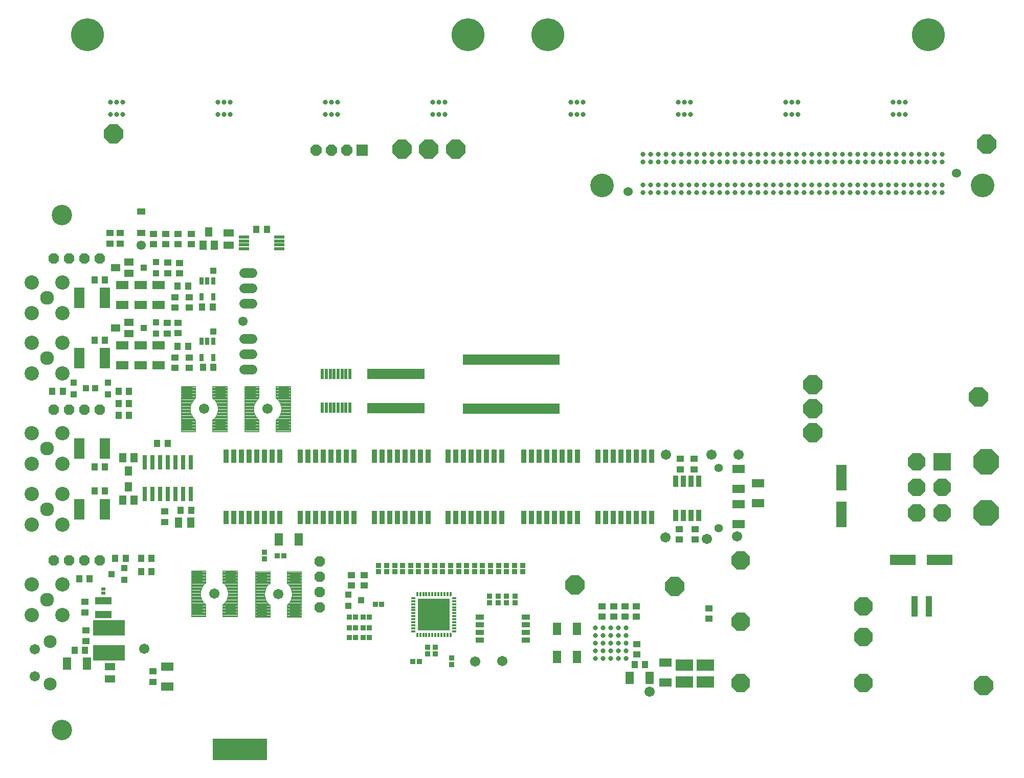
<source format=gts>
G75*
%MOIN*%
%OFA0B0*%
%FSLAX25Y25*%
%IPPOS*%
%LPD*%
%AMOC8*
5,1,8,0,0,1.08239X$1,22.5*
%
%ADD10C,0.09050*%
%ADD11C,0.09350*%
%ADD12OC8,0.06800*%
%ADD13C,0.06706*%
%ADD14OC8,0.12611*%
%ADD15C,0.13300*%
%ADD16C,0.00000*%
%ADD17C,0.00001*%
%ADD18C,0.21400*%
%ADD19C,0.03162*%
%ADD20R,0.06706X0.13398*%
%ADD21R,0.08200X0.05600*%
%ADD22R,0.04300X0.05000*%
%ADD23R,0.04343X0.03950*%
%ADD24R,0.05000X0.04300*%
%ADD25R,0.02965X0.04737*%
%ADD26R,0.03162X0.09461*%
%ADD27R,0.05600X0.04400*%
%ADD28C,0.06115*%
%ADD29OC8,0.11800*%
%ADD30R,0.07099X0.16548*%
%ADD31R,0.16548X0.07099*%
%ADD32R,0.11430X0.11430*%
%ADD33OC8,0.11430*%
%ADD34OC8,0.16611*%
%ADD35R,0.03300X0.08800*%
%ADD36R,0.04343X0.04343*%
%ADD37R,0.06509X0.02170*%
%ADD38R,0.06800X0.04600*%
%ADD39R,0.03300X0.07800*%
%ADD40R,0.05600X0.08200*%
%ADD41R,0.03800X0.03500*%
%ADD42R,0.03500X0.03800*%
%ADD43R,0.05800X0.03792*%
%ADD44R,0.11800X0.07300*%
%ADD45R,0.10800X0.04800*%
%ADD46R,0.20879X0.10052*%
%ADD47R,0.03162X0.01784*%
%ADD48R,0.20879X0.20879*%
%ADD49R,0.01784X0.03162*%
%ADD50C,0.15400*%
%ADD51C,0.03300*%
%ADD52C,0.06000*%
%ADD53R,0.01981X0.07099*%
%ADD54C,0.06200*%
%ADD55R,0.06312X0.04737*%
%ADD56R,0.04737X0.06312*%
%ADD57R,0.04600X0.06800*%
%ADD58R,0.04000X0.13600*%
%ADD59OC8,0.07296*%
%ADD60R,0.07296X0.07296*%
%ADD61C,0.00400*%
%ADD62R,0.06706X0.06706*%
%ADD63C,0.08477*%
%ADD64C,0.05524*%
%ADD65R,0.03162X0.02178*%
D10*
X0067243Y0123031D03*
X0067243Y0182086D03*
X0067243Y0221456D03*
X0067243Y0280511D03*
X0067243Y0319881D03*
D11*
X0077243Y0309881D03*
X0057243Y0309881D03*
X0057243Y0290511D03*
X0077243Y0290511D03*
X0077243Y0270511D03*
X0057243Y0270511D03*
X0057243Y0231456D03*
X0077243Y0231456D03*
X0077243Y0211456D03*
X0057243Y0211456D03*
X0057243Y0192086D03*
X0077243Y0192086D03*
X0077243Y0172086D03*
X0057243Y0172086D03*
X0057243Y0133031D03*
X0077243Y0133031D03*
X0077243Y0113031D03*
X0057243Y0113031D03*
X0057243Y0329881D03*
X0077243Y0329881D03*
D12*
X0081613Y0345472D03*
X0071613Y0345472D03*
X0091613Y0345472D03*
X0101613Y0345472D03*
X0101613Y0247046D03*
X0091613Y0247046D03*
X0081613Y0247046D03*
X0071613Y0247046D03*
X0071613Y0148621D03*
X0081613Y0148621D03*
X0091613Y0148621D03*
X0101613Y0148621D03*
X0244897Y0148033D03*
X0244897Y0138033D03*
X0244897Y0128033D03*
X0244897Y0118033D03*
D13*
X0218030Y0126574D03*
X0176298Y0126968D03*
X0130732Y0091035D03*
X0059369Y0090550D03*
X0059369Y0072834D03*
X0169605Y0247440D03*
X0210944Y0247440D03*
X0346480Y0082669D03*
X0363916Y0083070D03*
X0460129Y0062861D03*
X0470358Y0163736D03*
X0497287Y0162555D03*
X0517130Y0164130D03*
X0518030Y0217519D03*
X0500314Y0217519D03*
X0470786Y0217519D03*
D14*
X0566461Y0231783D03*
X0566461Y0247531D03*
X0566461Y0263280D03*
X0674329Y0255314D03*
X0476409Y0131543D03*
X0411335Y0132665D03*
X0677579Y0067016D03*
X0679587Y0420228D03*
X0333724Y0416823D03*
X0315969Y0416823D03*
X0298713Y0416823D03*
X0110823Y0427094D03*
D15*
X0077085Y0037794D03*
X0077085Y0374000D03*
D16*
X0175258Y0032300D02*
X0175258Y0018700D01*
X0210358Y0018700D01*
X0210358Y0032300D01*
X0175258Y0032300D01*
D17*
X0175258Y0032299D02*
X0210358Y0032299D01*
X0210358Y0032298D02*
X0175258Y0032298D01*
X0175258Y0032297D02*
X0210358Y0032297D01*
X0210358Y0032296D02*
X0175258Y0032296D01*
X0175258Y0032295D02*
X0210358Y0032295D01*
X0210358Y0032294D02*
X0175258Y0032294D01*
X0210358Y0032294D01*
X0210358Y0032293D02*
X0175258Y0032293D01*
X0175258Y0032292D02*
X0210358Y0032292D01*
X0210358Y0032291D02*
X0175258Y0032291D01*
X0175258Y0032290D02*
X0210358Y0032290D01*
X0210358Y0032289D02*
X0175258Y0032289D01*
X0175258Y0032288D02*
X0210358Y0032288D01*
X0210358Y0032287D02*
X0175258Y0032287D01*
X0175258Y0032286D02*
X0210358Y0032286D01*
X0210358Y0032285D02*
X0175258Y0032285D01*
X0175258Y0032284D02*
X0210358Y0032284D01*
X0210358Y0032283D02*
X0175258Y0032283D01*
X0175258Y0032282D02*
X0210358Y0032282D01*
X0210358Y0032281D02*
X0175258Y0032281D01*
X0175258Y0032280D02*
X0210358Y0032280D01*
X0210358Y0032279D02*
X0175258Y0032279D01*
X0175258Y0032278D02*
X0210358Y0032278D01*
X0210358Y0032277D02*
X0175258Y0032277D01*
X0175258Y0032276D02*
X0210358Y0032276D01*
X0210358Y0032275D02*
X0175258Y0032275D01*
X0175258Y0032274D02*
X0210358Y0032274D01*
X0210358Y0032273D02*
X0175258Y0032273D01*
X0175258Y0032272D02*
X0210358Y0032272D01*
X0210358Y0032271D02*
X0175258Y0032271D01*
X0175258Y0032270D02*
X0210358Y0032270D01*
X0210358Y0032269D02*
X0175258Y0032269D01*
X0175258Y0032268D02*
X0210358Y0032268D01*
X0210358Y0032267D02*
X0175258Y0032267D01*
X0175258Y0032266D02*
X0210358Y0032266D01*
X0210358Y0032265D02*
X0175258Y0032265D01*
X0175258Y0032264D02*
X0210358Y0032264D01*
X0210358Y0032263D02*
X0175258Y0032263D01*
X0175258Y0032262D02*
X0210358Y0032262D01*
X0210358Y0032261D02*
X0175258Y0032261D01*
X0175258Y0032260D02*
X0210358Y0032260D01*
X0210358Y0032259D02*
X0175258Y0032259D01*
X0175258Y0032258D02*
X0210358Y0032258D01*
X0210358Y0032257D02*
X0175258Y0032257D01*
X0175258Y0032256D02*
X0210358Y0032256D01*
X0210358Y0032255D02*
X0175258Y0032255D01*
X0175258Y0032254D02*
X0210358Y0032254D01*
X0210358Y0032253D02*
X0175258Y0032253D01*
X0175258Y0032252D02*
X0210358Y0032252D01*
X0210358Y0032251D02*
X0175258Y0032251D01*
X0175258Y0032250D02*
X0210358Y0032250D01*
X0210358Y0032249D02*
X0175258Y0032249D01*
X0175258Y0032248D02*
X0210358Y0032248D01*
X0210358Y0032247D02*
X0175258Y0032247D01*
X0175258Y0032246D02*
X0210358Y0032246D01*
X0210358Y0032245D02*
X0175258Y0032245D01*
X0175258Y0032244D02*
X0210358Y0032244D01*
X0210358Y0032243D02*
X0175258Y0032243D01*
X0175258Y0032242D02*
X0210358Y0032242D01*
X0210358Y0032241D02*
X0175258Y0032241D01*
X0175258Y0032240D02*
X0210358Y0032240D01*
X0210358Y0032239D02*
X0175258Y0032239D01*
X0175258Y0032238D02*
X0210358Y0032238D01*
X0210358Y0032237D02*
X0175258Y0032237D01*
X0175258Y0032236D02*
X0210358Y0032236D01*
X0210358Y0032235D02*
X0175258Y0032235D01*
X0175258Y0032234D02*
X0210358Y0032234D01*
X0210358Y0032233D02*
X0175258Y0032233D01*
X0175258Y0032232D02*
X0210358Y0032232D01*
X0210358Y0032231D02*
X0175258Y0032231D01*
X0210358Y0032231D01*
X0210358Y0032230D02*
X0175258Y0032230D01*
X0175258Y0032229D02*
X0210358Y0032229D01*
X0210358Y0032228D02*
X0175258Y0032228D01*
X0175258Y0032227D02*
X0210358Y0032227D01*
X0210358Y0032226D02*
X0175258Y0032226D01*
X0175258Y0032225D02*
X0210358Y0032225D01*
X0210358Y0032224D02*
X0175258Y0032224D01*
X0175258Y0032223D02*
X0210358Y0032223D01*
X0210358Y0032222D02*
X0175258Y0032222D01*
X0175258Y0032221D02*
X0210358Y0032221D01*
X0210358Y0032220D02*
X0175258Y0032220D01*
X0175258Y0032219D02*
X0210358Y0032219D01*
X0210358Y0032218D02*
X0175258Y0032218D01*
X0175258Y0032217D02*
X0210358Y0032217D01*
X0210358Y0032216D02*
X0175258Y0032216D01*
X0175258Y0032215D02*
X0210358Y0032215D01*
X0210358Y0032214D02*
X0175258Y0032214D01*
X0175258Y0032213D02*
X0210358Y0032213D01*
X0210358Y0032212D02*
X0175258Y0032212D01*
X0175258Y0032211D02*
X0210358Y0032211D01*
X0210358Y0032210D02*
X0175258Y0032210D01*
X0175258Y0032209D02*
X0210358Y0032209D01*
X0210358Y0032208D02*
X0175258Y0032208D01*
X0175258Y0032207D02*
X0210358Y0032207D01*
X0210358Y0032206D02*
X0175258Y0032206D01*
X0175258Y0032205D02*
X0210358Y0032205D01*
X0210358Y0032204D02*
X0175258Y0032204D01*
X0175258Y0032203D02*
X0210358Y0032203D01*
X0210358Y0032202D02*
X0175258Y0032202D01*
X0175258Y0032201D02*
X0210358Y0032201D01*
X0210358Y0032200D02*
X0175258Y0032200D01*
X0175258Y0032199D02*
X0210358Y0032199D01*
X0210358Y0032198D02*
X0175258Y0032198D01*
X0175258Y0032197D02*
X0210358Y0032197D01*
X0210358Y0032196D02*
X0175258Y0032196D01*
X0175258Y0032195D02*
X0210358Y0032195D01*
X0210358Y0032194D02*
X0175258Y0032194D01*
X0175258Y0032193D02*
X0210358Y0032193D01*
X0210358Y0032192D02*
X0175258Y0032192D01*
X0175258Y0032191D02*
X0210358Y0032191D01*
X0210358Y0032190D02*
X0175258Y0032190D01*
X0175258Y0032189D02*
X0210358Y0032189D01*
X0210358Y0032188D02*
X0175258Y0032188D01*
X0175258Y0032187D02*
X0210358Y0032187D01*
X0210358Y0032186D02*
X0175258Y0032186D01*
X0175258Y0032185D02*
X0210358Y0032185D01*
X0210358Y0032184D02*
X0175258Y0032184D01*
X0175258Y0032183D02*
X0210358Y0032183D01*
X0210358Y0032182D02*
X0175258Y0032182D01*
X0175258Y0032181D02*
X0210358Y0032181D01*
X0210358Y0032180D02*
X0175258Y0032180D01*
X0175258Y0032179D02*
X0210358Y0032179D01*
X0210358Y0032178D02*
X0175258Y0032178D01*
X0175258Y0032177D02*
X0210358Y0032177D01*
X0210358Y0032176D02*
X0175258Y0032176D01*
X0175258Y0032175D02*
X0210358Y0032175D01*
X0210358Y0032174D02*
X0175258Y0032174D01*
X0175258Y0032173D02*
X0210358Y0032173D01*
X0210358Y0032172D02*
X0175258Y0032172D01*
X0175258Y0032171D02*
X0210358Y0032171D01*
X0210358Y0032170D02*
X0175258Y0032170D01*
X0175258Y0032169D02*
X0210358Y0032169D01*
X0175258Y0032169D01*
X0175258Y0032168D02*
X0210358Y0032168D01*
X0210358Y0032167D02*
X0175258Y0032167D01*
X0175258Y0032166D02*
X0210358Y0032166D01*
X0210358Y0032165D02*
X0175258Y0032165D01*
X0175258Y0032164D02*
X0210358Y0032164D01*
X0210358Y0032163D02*
X0175258Y0032163D01*
X0175258Y0032162D02*
X0210358Y0032162D01*
X0210358Y0032161D02*
X0175258Y0032161D01*
X0175258Y0032160D02*
X0210358Y0032160D01*
X0210358Y0032159D02*
X0175258Y0032159D01*
X0175258Y0032158D02*
X0210358Y0032158D01*
X0210358Y0032157D02*
X0175258Y0032157D01*
X0175258Y0032156D02*
X0210358Y0032156D01*
X0210358Y0032155D02*
X0175258Y0032155D01*
X0175258Y0032154D02*
X0210358Y0032154D01*
X0210358Y0032153D02*
X0175258Y0032153D01*
X0175258Y0032152D02*
X0210358Y0032152D01*
X0210358Y0032151D02*
X0175258Y0032151D01*
X0175258Y0032150D02*
X0210358Y0032150D01*
X0210358Y0032149D02*
X0175258Y0032149D01*
X0175258Y0032148D02*
X0210358Y0032148D01*
X0210358Y0032147D02*
X0175258Y0032147D01*
X0175258Y0032146D02*
X0210358Y0032146D01*
X0210358Y0032145D02*
X0175258Y0032145D01*
X0175258Y0032144D02*
X0210358Y0032144D01*
X0210358Y0032143D02*
X0175258Y0032143D01*
X0175258Y0032142D02*
X0210358Y0032142D01*
X0210358Y0032141D02*
X0175258Y0032141D01*
X0175258Y0032140D02*
X0210358Y0032140D01*
X0210358Y0032139D02*
X0175258Y0032139D01*
X0175258Y0032138D02*
X0210358Y0032138D01*
X0210358Y0032137D02*
X0175258Y0032137D01*
X0175258Y0032136D02*
X0210358Y0032136D01*
X0210358Y0032135D02*
X0175258Y0032135D01*
X0175258Y0032134D02*
X0210358Y0032134D01*
X0210358Y0032133D02*
X0175258Y0032133D01*
X0175258Y0032132D02*
X0210358Y0032132D01*
X0210358Y0032131D02*
X0175258Y0032131D01*
X0175258Y0032130D02*
X0210358Y0032130D01*
X0210358Y0032129D02*
X0175258Y0032129D01*
X0175258Y0032128D02*
X0210358Y0032128D01*
X0210358Y0032127D02*
X0175258Y0032127D01*
X0175258Y0032126D02*
X0210358Y0032126D01*
X0210358Y0032125D02*
X0175258Y0032125D01*
X0175258Y0032124D02*
X0210358Y0032124D01*
X0210358Y0032123D02*
X0175258Y0032123D01*
X0175258Y0032122D02*
X0210358Y0032122D01*
X0210358Y0032121D02*
X0175258Y0032121D01*
X0175258Y0032120D02*
X0210358Y0032120D01*
X0210358Y0032119D02*
X0175258Y0032119D01*
X0175258Y0032118D02*
X0210358Y0032118D01*
X0210358Y0032117D02*
X0175258Y0032117D01*
X0175258Y0032116D02*
X0210358Y0032116D01*
X0210358Y0032115D02*
X0175258Y0032115D01*
X0175258Y0032114D02*
X0210358Y0032114D01*
X0210358Y0032113D02*
X0175258Y0032113D01*
X0175258Y0032112D02*
X0210358Y0032112D01*
X0210358Y0032111D02*
X0175258Y0032111D01*
X0175258Y0032110D02*
X0210358Y0032110D01*
X0210358Y0032109D02*
X0175258Y0032109D01*
X0175258Y0032108D02*
X0210358Y0032108D01*
X0210358Y0032107D02*
X0175258Y0032107D01*
X0175258Y0032106D02*
X0210358Y0032106D01*
X0175258Y0032106D01*
X0175258Y0032105D02*
X0210358Y0032105D01*
X0210358Y0032104D02*
X0175258Y0032104D01*
X0175258Y0032103D02*
X0210358Y0032103D01*
X0210358Y0032102D02*
X0175258Y0032102D01*
X0175258Y0032101D02*
X0210358Y0032101D01*
X0210358Y0032100D02*
X0175258Y0032100D01*
X0175258Y0032099D02*
X0210358Y0032099D01*
X0210358Y0032098D02*
X0175258Y0032098D01*
X0175258Y0032097D02*
X0210358Y0032097D01*
X0210358Y0032096D02*
X0175258Y0032096D01*
X0175258Y0032095D02*
X0210358Y0032095D01*
X0210358Y0032094D02*
X0175258Y0032094D01*
X0175258Y0032093D02*
X0210358Y0032093D01*
X0210358Y0032092D02*
X0175258Y0032092D01*
X0175258Y0032091D02*
X0210358Y0032091D01*
X0210358Y0032090D02*
X0175258Y0032090D01*
X0175258Y0032089D02*
X0210358Y0032089D01*
X0210358Y0032088D02*
X0175258Y0032088D01*
X0175258Y0032087D02*
X0210358Y0032087D01*
X0210358Y0032086D02*
X0175258Y0032086D01*
X0175258Y0032085D02*
X0210358Y0032085D01*
X0210358Y0032084D02*
X0175258Y0032084D01*
X0175258Y0032083D02*
X0210358Y0032083D01*
X0210358Y0032082D02*
X0175258Y0032082D01*
X0175258Y0032081D02*
X0210358Y0032081D01*
X0210358Y0032080D02*
X0175258Y0032080D01*
X0175258Y0032079D02*
X0210358Y0032079D01*
X0210358Y0032078D02*
X0175258Y0032078D01*
X0175258Y0032077D02*
X0210358Y0032077D01*
X0210358Y0032076D02*
X0175258Y0032076D01*
X0175258Y0032075D02*
X0210358Y0032075D01*
X0210358Y0032074D02*
X0175258Y0032074D01*
X0175258Y0032073D02*
X0210358Y0032073D01*
X0210358Y0032072D02*
X0175258Y0032072D01*
X0175258Y0032071D02*
X0210358Y0032071D01*
X0210358Y0032070D02*
X0175258Y0032070D01*
X0175258Y0032069D02*
X0210358Y0032069D01*
X0210358Y0032068D02*
X0175258Y0032068D01*
X0175258Y0032067D02*
X0210358Y0032067D01*
X0210358Y0032066D02*
X0175258Y0032066D01*
X0175258Y0032065D02*
X0210358Y0032065D01*
X0210358Y0032064D02*
X0175258Y0032064D01*
X0175258Y0032063D02*
X0210358Y0032063D01*
X0210358Y0032062D02*
X0175258Y0032062D01*
X0175258Y0032061D02*
X0210358Y0032061D01*
X0210358Y0032060D02*
X0175258Y0032060D01*
X0175258Y0032059D02*
X0210358Y0032059D01*
X0210358Y0032058D02*
X0175258Y0032058D01*
X0175258Y0032057D02*
X0210358Y0032057D01*
X0210358Y0032056D02*
X0175258Y0032056D01*
X0175258Y0032055D02*
X0210358Y0032055D01*
X0210358Y0032054D02*
X0175258Y0032054D01*
X0175258Y0032053D02*
X0210358Y0032053D01*
X0210358Y0032052D02*
X0175258Y0032052D01*
X0175258Y0032051D02*
X0210358Y0032051D01*
X0210358Y0032050D02*
X0175258Y0032050D01*
X0175258Y0032049D02*
X0210358Y0032049D01*
X0210358Y0032048D02*
X0175258Y0032048D01*
X0175258Y0032047D02*
X0210358Y0032047D01*
X0210358Y0032046D02*
X0175258Y0032046D01*
X0175258Y0032045D02*
X0210358Y0032045D01*
X0210358Y0032044D02*
X0175258Y0032044D01*
X0210358Y0032044D01*
X0210358Y0032043D02*
X0175258Y0032043D01*
X0175258Y0032042D02*
X0210358Y0032042D01*
X0210358Y0032041D02*
X0175258Y0032041D01*
X0175258Y0032040D02*
X0210358Y0032040D01*
X0210358Y0032039D02*
X0175258Y0032039D01*
X0175258Y0032038D02*
X0210358Y0032038D01*
X0210358Y0032037D02*
X0175258Y0032037D01*
X0175258Y0032036D02*
X0210358Y0032036D01*
X0210358Y0032035D02*
X0175258Y0032035D01*
X0175258Y0032034D02*
X0210358Y0032034D01*
X0210358Y0032033D02*
X0175258Y0032033D01*
X0175258Y0032032D02*
X0210358Y0032032D01*
X0210358Y0032031D02*
X0175258Y0032031D01*
X0175258Y0032030D02*
X0210358Y0032030D01*
X0210358Y0032029D02*
X0175258Y0032029D01*
X0175258Y0032028D02*
X0210358Y0032028D01*
X0210358Y0032027D02*
X0175258Y0032027D01*
X0175258Y0032026D02*
X0210358Y0032026D01*
X0210358Y0032025D02*
X0175258Y0032025D01*
X0175258Y0032024D02*
X0210358Y0032024D01*
X0210358Y0032023D02*
X0175258Y0032023D01*
X0175258Y0032022D02*
X0210358Y0032022D01*
X0210358Y0032021D02*
X0175258Y0032021D01*
X0175258Y0032020D02*
X0210358Y0032020D01*
X0210358Y0032019D02*
X0175258Y0032019D01*
X0175258Y0032018D02*
X0210358Y0032018D01*
X0210358Y0032017D02*
X0175258Y0032017D01*
X0175258Y0032016D02*
X0210358Y0032016D01*
X0210358Y0032015D02*
X0175258Y0032015D01*
X0175258Y0032014D02*
X0210358Y0032014D01*
X0210358Y0032013D02*
X0175258Y0032013D01*
X0175258Y0032012D02*
X0210358Y0032012D01*
X0210358Y0032011D02*
X0175258Y0032011D01*
X0175258Y0032010D02*
X0210358Y0032010D01*
X0210358Y0032009D02*
X0175258Y0032009D01*
X0175258Y0032008D02*
X0210358Y0032008D01*
X0210358Y0032007D02*
X0175258Y0032007D01*
X0175258Y0032006D02*
X0210358Y0032006D01*
X0210358Y0032005D02*
X0175258Y0032005D01*
X0175258Y0032004D02*
X0210358Y0032004D01*
X0210358Y0032003D02*
X0175258Y0032003D01*
X0175258Y0032002D02*
X0210358Y0032002D01*
X0210358Y0032001D02*
X0175258Y0032001D01*
X0175258Y0032000D02*
X0210358Y0032000D01*
X0210358Y0031999D02*
X0175258Y0031999D01*
X0175258Y0031998D02*
X0210358Y0031998D01*
X0210358Y0031997D02*
X0175258Y0031997D01*
X0175258Y0031996D02*
X0210358Y0031996D01*
X0210358Y0031995D02*
X0175258Y0031995D01*
X0175258Y0031994D02*
X0210358Y0031994D01*
X0210358Y0031993D02*
X0175258Y0031993D01*
X0175258Y0031992D02*
X0210358Y0031992D01*
X0210358Y0031991D02*
X0175258Y0031991D01*
X0175258Y0031990D02*
X0210358Y0031990D01*
X0210358Y0031989D02*
X0175258Y0031989D01*
X0175258Y0031988D02*
X0210358Y0031988D01*
X0210358Y0031987D02*
X0175258Y0031987D01*
X0175258Y0031986D02*
X0210358Y0031986D01*
X0210358Y0031985D02*
X0175258Y0031985D01*
X0175258Y0031984D02*
X0210358Y0031984D01*
X0210358Y0031983D02*
X0175258Y0031983D01*
X0175258Y0031982D02*
X0210358Y0031982D01*
X0210358Y0031981D02*
X0175258Y0031981D01*
X0210358Y0031981D01*
X0210358Y0031980D02*
X0175258Y0031980D01*
X0175258Y0031979D02*
X0210358Y0031979D01*
X0210358Y0031978D02*
X0175258Y0031978D01*
X0175258Y0031977D02*
X0210358Y0031977D01*
X0210358Y0031976D02*
X0175258Y0031976D01*
X0175258Y0031975D02*
X0210358Y0031975D01*
X0210358Y0031974D02*
X0175258Y0031974D01*
X0175258Y0031973D02*
X0210358Y0031973D01*
X0210358Y0031972D02*
X0175258Y0031972D01*
X0175258Y0031971D02*
X0210358Y0031971D01*
X0210358Y0031970D02*
X0175258Y0031970D01*
X0175258Y0031969D02*
X0210358Y0031969D01*
X0210358Y0031968D02*
X0175258Y0031968D01*
X0175258Y0031967D02*
X0210358Y0031967D01*
X0210358Y0031966D02*
X0175258Y0031966D01*
X0175258Y0031965D02*
X0210358Y0031965D01*
X0210358Y0031964D02*
X0175258Y0031964D01*
X0175258Y0031963D02*
X0210358Y0031963D01*
X0210358Y0031962D02*
X0175258Y0031962D01*
X0175258Y0031961D02*
X0210358Y0031961D01*
X0210358Y0031960D02*
X0175258Y0031960D01*
X0175258Y0031959D02*
X0210358Y0031959D01*
X0210358Y0031958D02*
X0175258Y0031958D01*
X0175258Y0031957D02*
X0210358Y0031957D01*
X0210358Y0031956D02*
X0175258Y0031956D01*
X0175258Y0031955D02*
X0210358Y0031955D01*
X0210358Y0031954D02*
X0175258Y0031954D01*
X0175258Y0031953D02*
X0210358Y0031953D01*
X0210358Y0031952D02*
X0175258Y0031952D01*
X0175258Y0031951D02*
X0210358Y0031951D01*
X0210358Y0031950D02*
X0175258Y0031950D01*
X0175258Y0031949D02*
X0210358Y0031949D01*
X0210358Y0031948D02*
X0175258Y0031948D01*
X0175258Y0031947D02*
X0210358Y0031947D01*
X0210358Y0031946D02*
X0175258Y0031946D01*
X0175258Y0031945D02*
X0210358Y0031945D01*
X0210358Y0031944D02*
X0175258Y0031944D01*
X0175258Y0031943D02*
X0210358Y0031943D01*
X0210358Y0031942D02*
X0175258Y0031942D01*
X0175258Y0031941D02*
X0210358Y0031941D01*
X0210358Y0031940D02*
X0175258Y0031940D01*
X0175258Y0031939D02*
X0210358Y0031939D01*
X0210358Y0031938D02*
X0175258Y0031938D01*
X0175258Y0031937D02*
X0210358Y0031937D01*
X0210358Y0031936D02*
X0175258Y0031936D01*
X0175258Y0031935D02*
X0210358Y0031935D01*
X0210358Y0031934D02*
X0175258Y0031934D01*
X0175258Y0031933D02*
X0210358Y0031933D01*
X0210358Y0031932D02*
X0175258Y0031932D01*
X0175258Y0031931D02*
X0210358Y0031931D01*
X0210358Y0031930D02*
X0175258Y0031930D01*
X0175258Y0031929D02*
X0210358Y0031929D01*
X0210358Y0031928D02*
X0175258Y0031928D01*
X0175258Y0031927D02*
X0210358Y0031927D01*
X0210358Y0031926D02*
X0175258Y0031926D01*
X0175258Y0031925D02*
X0210358Y0031925D01*
X0210358Y0031924D02*
X0175258Y0031924D01*
X0175258Y0031923D02*
X0210358Y0031923D01*
X0210358Y0031922D02*
X0175258Y0031922D01*
X0175258Y0031921D02*
X0210358Y0031921D01*
X0210358Y0031920D02*
X0175258Y0031920D01*
X0175258Y0031919D02*
X0210358Y0031919D01*
X0175258Y0031919D01*
X0175258Y0031918D02*
X0210358Y0031918D01*
X0210358Y0031917D02*
X0175258Y0031917D01*
X0175258Y0031916D02*
X0210358Y0031916D01*
X0210358Y0031915D02*
X0175258Y0031915D01*
X0175258Y0031914D02*
X0210358Y0031914D01*
X0210358Y0031913D02*
X0175258Y0031913D01*
X0175258Y0031912D02*
X0210358Y0031912D01*
X0210358Y0031911D02*
X0175258Y0031911D01*
X0175258Y0031910D02*
X0210358Y0031910D01*
X0210358Y0031909D02*
X0175258Y0031909D01*
X0175258Y0031908D02*
X0210358Y0031908D01*
X0210358Y0031907D02*
X0175258Y0031907D01*
X0175258Y0031906D02*
X0210358Y0031906D01*
X0210358Y0031905D02*
X0175258Y0031905D01*
X0175258Y0031904D02*
X0210358Y0031904D01*
X0210358Y0031903D02*
X0175258Y0031903D01*
X0175258Y0031902D02*
X0210358Y0031902D01*
X0210358Y0031901D02*
X0175258Y0031901D01*
X0175258Y0031900D02*
X0210358Y0031900D01*
X0210358Y0031899D02*
X0175258Y0031899D01*
X0175258Y0031898D02*
X0210358Y0031898D01*
X0210358Y0031897D02*
X0175258Y0031897D01*
X0175258Y0031896D02*
X0210358Y0031896D01*
X0210358Y0031895D02*
X0175258Y0031895D01*
X0175258Y0031894D02*
X0210358Y0031894D01*
X0210358Y0031893D02*
X0175258Y0031893D01*
X0175258Y0031892D02*
X0210358Y0031892D01*
X0210358Y0031891D02*
X0175258Y0031891D01*
X0175258Y0031890D02*
X0210358Y0031890D01*
X0210358Y0031889D02*
X0175258Y0031889D01*
X0175258Y0031888D02*
X0210358Y0031888D01*
X0210358Y0031887D02*
X0175258Y0031887D01*
X0175258Y0031886D02*
X0210358Y0031886D01*
X0210358Y0031885D02*
X0175258Y0031885D01*
X0175258Y0031884D02*
X0210358Y0031884D01*
X0210358Y0031883D02*
X0175258Y0031883D01*
X0175258Y0031882D02*
X0210358Y0031882D01*
X0210358Y0031881D02*
X0175258Y0031881D01*
X0175258Y0031880D02*
X0210358Y0031880D01*
X0210358Y0031879D02*
X0175258Y0031879D01*
X0175258Y0031878D02*
X0210358Y0031878D01*
X0210358Y0031877D02*
X0175258Y0031877D01*
X0175258Y0031876D02*
X0210358Y0031876D01*
X0210358Y0031875D02*
X0175258Y0031875D01*
X0175258Y0031874D02*
X0210358Y0031874D01*
X0210358Y0031873D02*
X0175258Y0031873D01*
X0175258Y0031872D02*
X0210358Y0031872D01*
X0210358Y0031871D02*
X0175258Y0031871D01*
X0175258Y0031870D02*
X0210358Y0031870D01*
X0210358Y0031869D02*
X0175258Y0031869D01*
X0175258Y0031868D02*
X0210358Y0031868D01*
X0210358Y0031867D02*
X0175258Y0031867D01*
X0175258Y0031866D02*
X0210358Y0031866D01*
X0210358Y0031865D02*
X0175258Y0031865D01*
X0175258Y0031864D02*
X0210358Y0031864D01*
X0210358Y0031863D02*
X0175258Y0031863D01*
X0175258Y0031862D02*
X0210358Y0031862D01*
X0210358Y0031861D02*
X0175258Y0031861D01*
X0175258Y0031860D02*
X0210358Y0031860D01*
X0210358Y0031859D02*
X0175258Y0031859D01*
X0175258Y0031858D02*
X0210358Y0031858D01*
X0210358Y0031857D02*
X0175258Y0031857D01*
X0175258Y0031856D02*
X0210358Y0031856D01*
X0175258Y0031856D01*
X0175258Y0031855D02*
X0210358Y0031855D01*
X0210358Y0031854D02*
X0175258Y0031854D01*
X0175258Y0031853D02*
X0210358Y0031853D01*
X0210358Y0031852D02*
X0175258Y0031852D01*
X0175258Y0031851D02*
X0210358Y0031851D01*
X0210358Y0031850D02*
X0175258Y0031850D01*
X0175258Y0031849D02*
X0210358Y0031849D01*
X0210358Y0031848D02*
X0175258Y0031848D01*
X0175258Y0031847D02*
X0210358Y0031847D01*
X0210358Y0031846D02*
X0175258Y0031846D01*
X0175258Y0031845D02*
X0210358Y0031845D01*
X0210358Y0031844D02*
X0175258Y0031844D01*
X0175258Y0031843D02*
X0210358Y0031843D01*
X0210358Y0031842D02*
X0175258Y0031842D01*
X0175258Y0031841D02*
X0210358Y0031841D01*
X0210358Y0031840D02*
X0175258Y0031840D01*
X0175258Y0031839D02*
X0210358Y0031839D01*
X0210358Y0031838D02*
X0175258Y0031838D01*
X0175258Y0031837D02*
X0210358Y0031837D01*
X0210358Y0031836D02*
X0175258Y0031836D01*
X0175258Y0031835D02*
X0210358Y0031835D01*
X0210358Y0031834D02*
X0175258Y0031834D01*
X0175258Y0031833D02*
X0210358Y0031833D01*
X0210358Y0031832D02*
X0175258Y0031832D01*
X0175258Y0031831D02*
X0210358Y0031831D01*
X0210358Y0031830D02*
X0175258Y0031830D01*
X0175258Y0031829D02*
X0210358Y0031829D01*
X0210358Y0031828D02*
X0175258Y0031828D01*
X0175258Y0031827D02*
X0210358Y0031827D01*
X0210358Y0031826D02*
X0175258Y0031826D01*
X0175258Y0031825D02*
X0210358Y0031825D01*
X0210358Y0031824D02*
X0175258Y0031824D01*
X0175258Y0031823D02*
X0210358Y0031823D01*
X0210358Y0031822D02*
X0175258Y0031822D01*
X0175258Y0031821D02*
X0210358Y0031821D01*
X0210358Y0031820D02*
X0175258Y0031820D01*
X0175258Y0031819D02*
X0210358Y0031819D01*
X0210358Y0031818D02*
X0175258Y0031818D01*
X0175258Y0031817D02*
X0210358Y0031817D01*
X0210358Y0031816D02*
X0175258Y0031816D01*
X0175258Y0031815D02*
X0210358Y0031815D01*
X0210358Y0031814D02*
X0175258Y0031814D01*
X0175258Y0031813D02*
X0210358Y0031813D01*
X0210358Y0031812D02*
X0175258Y0031812D01*
X0175258Y0031811D02*
X0210358Y0031811D01*
X0210358Y0031810D02*
X0175258Y0031810D01*
X0175258Y0031809D02*
X0210358Y0031809D01*
X0210358Y0031808D02*
X0175258Y0031808D01*
X0175258Y0031807D02*
X0210358Y0031807D01*
X0210358Y0031806D02*
X0175258Y0031806D01*
X0175258Y0031805D02*
X0210358Y0031805D01*
X0210358Y0031804D02*
X0175258Y0031804D01*
X0175258Y0031803D02*
X0210358Y0031803D01*
X0210358Y0031802D02*
X0175258Y0031802D01*
X0175258Y0031801D02*
X0210358Y0031801D01*
X0210358Y0031800D02*
X0175258Y0031800D01*
X0175258Y0031799D02*
X0210358Y0031799D01*
X0210358Y0031798D02*
X0175258Y0031798D01*
X0175258Y0031797D02*
X0210358Y0031797D01*
X0210358Y0031796D02*
X0175258Y0031796D01*
X0175258Y0031795D02*
X0210358Y0031795D01*
X0210358Y0031794D02*
X0175258Y0031794D01*
X0210358Y0031794D01*
X0210358Y0031793D02*
X0175258Y0031793D01*
X0175258Y0031792D02*
X0210358Y0031792D01*
X0210358Y0031791D02*
X0175258Y0031791D01*
X0175258Y0031790D02*
X0210358Y0031790D01*
X0210358Y0031789D02*
X0175258Y0031789D01*
X0175258Y0031788D02*
X0210358Y0031788D01*
X0210358Y0031787D02*
X0175258Y0031787D01*
X0175258Y0031786D02*
X0210358Y0031786D01*
X0210358Y0031785D02*
X0175258Y0031785D01*
X0175258Y0031784D02*
X0210358Y0031784D01*
X0210358Y0031783D02*
X0175258Y0031783D01*
X0175258Y0031782D02*
X0210358Y0031782D01*
X0210358Y0031781D02*
X0175258Y0031781D01*
X0175258Y0031780D02*
X0210358Y0031780D01*
X0210358Y0031779D02*
X0175258Y0031779D01*
X0175258Y0031778D02*
X0210358Y0031778D01*
X0210358Y0031777D02*
X0175258Y0031777D01*
X0175258Y0031776D02*
X0210358Y0031776D01*
X0210358Y0031775D02*
X0175258Y0031775D01*
X0175258Y0031774D02*
X0210358Y0031774D01*
X0210358Y0031773D02*
X0175258Y0031773D01*
X0175258Y0031772D02*
X0210358Y0031772D01*
X0210358Y0031771D02*
X0175258Y0031771D01*
X0175258Y0031770D02*
X0210358Y0031770D01*
X0210358Y0031769D02*
X0175258Y0031769D01*
X0175258Y0031768D02*
X0210358Y0031768D01*
X0210358Y0031767D02*
X0175258Y0031767D01*
X0175258Y0031766D02*
X0210358Y0031766D01*
X0210358Y0031765D02*
X0175258Y0031765D01*
X0175258Y0031764D02*
X0210358Y0031764D01*
X0210358Y0031763D02*
X0175258Y0031763D01*
X0175258Y0031762D02*
X0210358Y0031762D01*
X0210358Y0031761D02*
X0175258Y0031761D01*
X0175258Y0031760D02*
X0210358Y0031760D01*
X0210358Y0031759D02*
X0175258Y0031759D01*
X0175258Y0031758D02*
X0210358Y0031758D01*
X0210358Y0031757D02*
X0175258Y0031757D01*
X0175258Y0031756D02*
X0210358Y0031756D01*
X0210358Y0031755D02*
X0175258Y0031755D01*
X0175258Y0031754D02*
X0210358Y0031754D01*
X0210358Y0031753D02*
X0175258Y0031753D01*
X0175258Y0031752D02*
X0210358Y0031752D01*
X0210358Y0031751D02*
X0175258Y0031751D01*
X0175258Y0031750D02*
X0210358Y0031750D01*
X0210358Y0031749D02*
X0175258Y0031749D01*
X0175258Y0031748D02*
X0210358Y0031748D01*
X0210358Y0031747D02*
X0175258Y0031747D01*
X0175258Y0031746D02*
X0210358Y0031746D01*
X0210358Y0031745D02*
X0175258Y0031745D01*
X0175258Y0031744D02*
X0210358Y0031744D01*
X0210358Y0031743D02*
X0175258Y0031743D01*
X0175258Y0031742D02*
X0210358Y0031742D01*
X0210358Y0031741D02*
X0175258Y0031741D01*
X0175258Y0031740D02*
X0210358Y0031740D01*
X0210358Y0031739D02*
X0175258Y0031739D01*
X0175258Y0031738D02*
X0210358Y0031738D01*
X0210358Y0031737D02*
X0175258Y0031737D01*
X0175258Y0031736D02*
X0210358Y0031736D01*
X0210358Y0031735D02*
X0175258Y0031735D01*
X0175258Y0031734D02*
X0210358Y0031734D01*
X0210358Y0031733D02*
X0175258Y0031733D01*
X0175258Y0031732D02*
X0210358Y0031732D01*
X0210358Y0031731D02*
X0175258Y0031731D01*
X0210358Y0031731D01*
X0210358Y0031730D02*
X0175258Y0031730D01*
X0175258Y0031729D02*
X0210358Y0031729D01*
X0210358Y0031728D02*
X0175258Y0031728D01*
X0175258Y0031727D02*
X0210358Y0031727D01*
X0210358Y0031726D02*
X0175258Y0031726D01*
X0175258Y0031725D02*
X0210358Y0031725D01*
X0210358Y0031724D02*
X0175258Y0031724D01*
X0175258Y0031723D02*
X0210358Y0031723D01*
X0210358Y0031722D02*
X0175258Y0031722D01*
X0175258Y0031721D02*
X0210358Y0031721D01*
X0210358Y0031720D02*
X0175258Y0031720D01*
X0175258Y0031719D02*
X0210358Y0031719D01*
X0210358Y0031718D02*
X0175258Y0031718D01*
X0175258Y0031717D02*
X0210358Y0031717D01*
X0210358Y0031716D02*
X0175258Y0031716D01*
X0175258Y0031715D02*
X0210358Y0031715D01*
X0210358Y0031714D02*
X0175258Y0031714D01*
X0175258Y0031713D02*
X0210358Y0031713D01*
X0210358Y0031712D02*
X0175258Y0031712D01*
X0175258Y0031711D02*
X0210358Y0031711D01*
X0210358Y0031710D02*
X0175258Y0031710D01*
X0175258Y0031709D02*
X0210358Y0031709D01*
X0210358Y0031708D02*
X0175258Y0031708D01*
X0175258Y0031707D02*
X0210358Y0031707D01*
X0210358Y0031706D02*
X0175258Y0031706D01*
X0175258Y0031705D02*
X0210358Y0031705D01*
X0210358Y0031704D02*
X0175258Y0031704D01*
X0175258Y0031703D02*
X0210358Y0031703D01*
X0210358Y0031702D02*
X0175258Y0031702D01*
X0175258Y0031701D02*
X0210358Y0031701D01*
X0210358Y0031700D02*
X0175258Y0031700D01*
X0175258Y0031699D02*
X0210358Y0031699D01*
X0210358Y0031698D02*
X0175258Y0031698D01*
X0175258Y0031697D02*
X0210358Y0031697D01*
X0210358Y0031696D02*
X0175258Y0031696D01*
X0175258Y0031695D02*
X0210358Y0031695D01*
X0210358Y0031694D02*
X0175258Y0031694D01*
X0175258Y0031693D02*
X0210358Y0031693D01*
X0210358Y0031692D02*
X0175258Y0031692D01*
X0175258Y0031691D02*
X0210358Y0031691D01*
X0210358Y0031690D02*
X0175258Y0031690D01*
X0175258Y0031689D02*
X0210358Y0031689D01*
X0210358Y0031688D02*
X0175258Y0031688D01*
X0175258Y0031687D02*
X0210358Y0031687D01*
X0210358Y0031686D02*
X0175258Y0031686D01*
X0175258Y0031685D02*
X0210358Y0031685D01*
X0210358Y0031684D02*
X0175258Y0031684D01*
X0175258Y0031683D02*
X0210358Y0031683D01*
X0210358Y0031682D02*
X0175258Y0031682D01*
X0175258Y0031681D02*
X0210358Y0031681D01*
X0210358Y0031680D02*
X0175258Y0031680D01*
X0175258Y0031679D02*
X0210358Y0031679D01*
X0210358Y0031678D02*
X0175258Y0031678D01*
X0175258Y0031677D02*
X0210358Y0031677D01*
X0210358Y0031676D02*
X0175258Y0031676D01*
X0175258Y0031675D02*
X0210358Y0031675D01*
X0210358Y0031674D02*
X0175258Y0031674D01*
X0175258Y0031673D02*
X0210358Y0031673D01*
X0210358Y0031672D02*
X0175258Y0031672D01*
X0175258Y0031671D02*
X0210358Y0031671D01*
X0210358Y0031670D02*
X0175258Y0031670D01*
X0175258Y0031669D02*
X0210358Y0031669D01*
X0175258Y0031669D01*
X0175258Y0031668D02*
X0210358Y0031668D01*
X0210358Y0031667D02*
X0175258Y0031667D01*
X0175258Y0031666D02*
X0210358Y0031666D01*
X0210358Y0031665D02*
X0175258Y0031665D01*
X0175258Y0031664D02*
X0210358Y0031664D01*
X0210358Y0031663D02*
X0175258Y0031663D01*
X0175258Y0031662D02*
X0210358Y0031662D01*
X0210358Y0031661D02*
X0175258Y0031661D01*
X0175258Y0031660D02*
X0210358Y0031660D01*
X0210358Y0031659D02*
X0175258Y0031659D01*
X0175258Y0031658D02*
X0210358Y0031658D01*
X0210358Y0031657D02*
X0175258Y0031657D01*
X0175258Y0031656D02*
X0210358Y0031656D01*
X0210358Y0031655D02*
X0175258Y0031655D01*
X0175258Y0031654D02*
X0210358Y0031654D01*
X0210358Y0031653D02*
X0175258Y0031653D01*
X0175258Y0031652D02*
X0210358Y0031652D01*
X0210358Y0031651D02*
X0175258Y0031651D01*
X0175258Y0031650D02*
X0210358Y0031650D01*
X0210358Y0031649D02*
X0175258Y0031649D01*
X0175258Y0031648D02*
X0210358Y0031648D01*
X0210358Y0031647D02*
X0175258Y0031647D01*
X0175258Y0031646D02*
X0210358Y0031646D01*
X0210358Y0031645D02*
X0175258Y0031645D01*
X0175258Y0031644D02*
X0210358Y0031644D01*
X0210358Y0031643D02*
X0175258Y0031643D01*
X0175258Y0031642D02*
X0210358Y0031642D01*
X0210358Y0031641D02*
X0175258Y0031641D01*
X0175258Y0031640D02*
X0210358Y0031640D01*
X0210358Y0031639D02*
X0175258Y0031639D01*
X0175258Y0031638D02*
X0210358Y0031638D01*
X0210358Y0031637D02*
X0175258Y0031637D01*
X0175258Y0031636D02*
X0210358Y0031636D01*
X0210358Y0031635D02*
X0175258Y0031635D01*
X0175258Y0031634D02*
X0210358Y0031634D01*
X0210358Y0031633D02*
X0175258Y0031633D01*
X0175258Y0031632D02*
X0210358Y0031632D01*
X0210358Y0031631D02*
X0175258Y0031631D01*
X0175258Y0031630D02*
X0210358Y0031630D01*
X0210358Y0031629D02*
X0175258Y0031629D01*
X0175258Y0031628D02*
X0210358Y0031628D01*
X0210358Y0031627D02*
X0175258Y0031627D01*
X0175258Y0031626D02*
X0210358Y0031626D01*
X0210358Y0031625D02*
X0175258Y0031625D01*
X0175258Y0031624D02*
X0210358Y0031624D01*
X0210358Y0031623D02*
X0175258Y0031623D01*
X0175258Y0031622D02*
X0210358Y0031622D01*
X0210358Y0031621D02*
X0175258Y0031621D01*
X0175258Y0031620D02*
X0210358Y0031620D01*
X0210358Y0031619D02*
X0175258Y0031619D01*
X0175258Y0031618D02*
X0210358Y0031618D01*
X0210358Y0031617D02*
X0175258Y0031617D01*
X0175258Y0031616D02*
X0210358Y0031616D01*
X0210358Y0031615D02*
X0175258Y0031615D01*
X0175258Y0031614D02*
X0210358Y0031614D01*
X0210358Y0031613D02*
X0175258Y0031613D01*
X0175258Y0031612D02*
X0210358Y0031612D01*
X0210358Y0031611D02*
X0175258Y0031611D01*
X0175258Y0031610D02*
X0210358Y0031610D01*
X0210358Y0031609D02*
X0175258Y0031609D01*
X0175258Y0031608D02*
X0210358Y0031608D01*
X0210358Y0031607D02*
X0175258Y0031607D01*
X0175258Y0031606D02*
X0210358Y0031606D01*
X0175258Y0031606D01*
X0175258Y0031605D02*
X0210358Y0031605D01*
X0210358Y0031604D02*
X0175258Y0031604D01*
X0175258Y0031603D02*
X0210358Y0031603D01*
X0210358Y0031602D02*
X0175258Y0031602D01*
X0175258Y0031601D02*
X0210358Y0031601D01*
X0210358Y0031600D02*
X0175258Y0031600D01*
X0175258Y0031599D02*
X0210358Y0031599D01*
X0210358Y0031598D02*
X0175258Y0031598D01*
X0175258Y0031597D02*
X0210358Y0031597D01*
X0210358Y0031596D02*
X0175258Y0031596D01*
X0175258Y0031595D02*
X0210358Y0031595D01*
X0210358Y0031594D02*
X0175258Y0031594D01*
X0175258Y0031593D02*
X0210358Y0031593D01*
X0210358Y0031592D02*
X0175258Y0031592D01*
X0175258Y0031591D02*
X0210358Y0031591D01*
X0210358Y0031590D02*
X0175258Y0031590D01*
X0175258Y0031589D02*
X0210358Y0031589D01*
X0210358Y0031588D02*
X0175258Y0031588D01*
X0175258Y0031587D02*
X0210358Y0031587D01*
X0210358Y0031586D02*
X0175258Y0031586D01*
X0175258Y0031585D02*
X0210358Y0031585D01*
X0210358Y0031584D02*
X0175258Y0031584D01*
X0175258Y0031583D02*
X0210358Y0031583D01*
X0210358Y0031582D02*
X0175258Y0031582D01*
X0175258Y0031581D02*
X0210358Y0031581D01*
X0210358Y0031580D02*
X0175258Y0031580D01*
X0175258Y0031579D02*
X0210358Y0031579D01*
X0210358Y0031578D02*
X0175258Y0031578D01*
X0175258Y0031577D02*
X0210358Y0031577D01*
X0210358Y0031576D02*
X0175258Y0031576D01*
X0175258Y0031575D02*
X0210358Y0031575D01*
X0210358Y0031574D02*
X0175258Y0031574D01*
X0175258Y0031573D02*
X0210358Y0031573D01*
X0210358Y0031572D02*
X0175258Y0031572D01*
X0175258Y0031571D02*
X0210358Y0031571D01*
X0210358Y0031570D02*
X0175258Y0031570D01*
X0175258Y0031569D02*
X0210358Y0031569D01*
X0210358Y0031568D02*
X0175258Y0031568D01*
X0175258Y0031567D02*
X0210358Y0031567D01*
X0210358Y0031566D02*
X0175258Y0031566D01*
X0175258Y0031565D02*
X0210358Y0031565D01*
X0210358Y0031564D02*
X0175258Y0031564D01*
X0175258Y0031563D02*
X0210358Y0031563D01*
X0210358Y0031562D02*
X0175258Y0031562D01*
X0175258Y0031561D02*
X0210358Y0031561D01*
X0210358Y0031560D02*
X0175258Y0031560D01*
X0175258Y0031559D02*
X0210358Y0031559D01*
X0210358Y0031558D02*
X0175258Y0031558D01*
X0175258Y0031557D02*
X0210358Y0031557D01*
X0210358Y0031556D02*
X0175258Y0031556D01*
X0175258Y0031555D02*
X0210358Y0031555D01*
X0210358Y0031554D02*
X0175258Y0031554D01*
X0175258Y0031553D02*
X0210358Y0031553D01*
X0210358Y0031552D02*
X0175258Y0031552D01*
X0175258Y0031551D02*
X0210358Y0031551D01*
X0210358Y0031550D02*
X0175258Y0031550D01*
X0175258Y0031549D02*
X0210358Y0031549D01*
X0210358Y0031548D02*
X0175258Y0031548D01*
X0175258Y0031547D02*
X0210358Y0031547D01*
X0210358Y0031546D02*
X0175258Y0031546D01*
X0175258Y0031545D02*
X0210358Y0031545D01*
X0210358Y0031544D02*
X0175258Y0031544D01*
X0210358Y0031544D01*
X0210358Y0031543D02*
X0175258Y0031543D01*
X0175258Y0031542D02*
X0210358Y0031542D01*
X0210358Y0031541D02*
X0175258Y0031541D01*
X0175258Y0031540D02*
X0210358Y0031540D01*
X0210358Y0031539D02*
X0175258Y0031539D01*
X0175258Y0031538D02*
X0210358Y0031538D01*
X0210358Y0031537D02*
X0175258Y0031537D01*
X0175258Y0031536D02*
X0210358Y0031536D01*
X0210358Y0031535D02*
X0175258Y0031535D01*
X0175258Y0031534D02*
X0210358Y0031534D01*
X0210358Y0031533D02*
X0175258Y0031533D01*
X0175258Y0031532D02*
X0210358Y0031532D01*
X0210358Y0031531D02*
X0175258Y0031531D01*
X0175258Y0031530D02*
X0210358Y0031530D01*
X0210358Y0031529D02*
X0175258Y0031529D01*
X0175258Y0031528D02*
X0210358Y0031528D01*
X0210358Y0031527D02*
X0175258Y0031527D01*
X0175258Y0031526D02*
X0210358Y0031526D01*
X0210358Y0031525D02*
X0175258Y0031525D01*
X0175258Y0031524D02*
X0210358Y0031524D01*
X0210358Y0031523D02*
X0175258Y0031523D01*
X0175258Y0031522D02*
X0210358Y0031522D01*
X0210358Y0031521D02*
X0175258Y0031521D01*
X0175258Y0031520D02*
X0210358Y0031520D01*
X0210358Y0031519D02*
X0175258Y0031519D01*
X0175258Y0031518D02*
X0210358Y0031518D01*
X0210358Y0031517D02*
X0175258Y0031517D01*
X0175258Y0031516D02*
X0210358Y0031516D01*
X0210358Y0031515D02*
X0175258Y0031515D01*
X0175258Y0031514D02*
X0210358Y0031514D01*
X0210358Y0031513D02*
X0175258Y0031513D01*
X0175258Y0031512D02*
X0210358Y0031512D01*
X0210358Y0031511D02*
X0175258Y0031511D01*
X0175258Y0031510D02*
X0210358Y0031510D01*
X0210358Y0031509D02*
X0175258Y0031509D01*
X0175258Y0031508D02*
X0210358Y0031508D01*
X0210358Y0031507D02*
X0175258Y0031507D01*
X0175258Y0031506D02*
X0210358Y0031506D01*
X0210358Y0031505D02*
X0175258Y0031505D01*
X0175258Y0031504D02*
X0210358Y0031504D01*
X0210358Y0031503D02*
X0175258Y0031503D01*
X0175258Y0031502D02*
X0210358Y0031502D01*
X0210358Y0031501D02*
X0175258Y0031501D01*
X0175258Y0031500D02*
X0210358Y0031500D01*
X0210358Y0031499D02*
X0175258Y0031499D01*
X0175258Y0031498D02*
X0210358Y0031498D01*
X0210358Y0031497D02*
X0175258Y0031497D01*
X0175258Y0031496D02*
X0210358Y0031496D01*
X0210358Y0031495D02*
X0175258Y0031495D01*
X0175258Y0031494D02*
X0210358Y0031494D01*
X0210358Y0031493D02*
X0175258Y0031493D01*
X0175258Y0031492D02*
X0210358Y0031492D01*
X0210358Y0031491D02*
X0175258Y0031491D01*
X0175258Y0031490D02*
X0210358Y0031490D01*
X0210358Y0031489D02*
X0175258Y0031489D01*
X0175258Y0031488D02*
X0210358Y0031488D01*
X0210358Y0031487D02*
X0175258Y0031487D01*
X0175258Y0031486D02*
X0210358Y0031486D01*
X0210358Y0031485D02*
X0175258Y0031485D01*
X0175258Y0031484D02*
X0210358Y0031484D01*
X0210358Y0031483D02*
X0175258Y0031483D01*
X0175258Y0031482D02*
X0210358Y0031482D01*
X0210358Y0031481D02*
X0175258Y0031481D01*
X0210358Y0031481D01*
X0210358Y0031480D02*
X0175258Y0031480D01*
X0175258Y0031479D02*
X0210358Y0031479D01*
X0210358Y0031478D02*
X0175258Y0031478D01*
X0175258Y0031477D02*
X0210358Y0031477D01*
X0210358Y0031476D02*
X0175258Y0031476D01*
X0175258Y0031475D02*
X0210358Y0031475D01*
X0210358Y0031474D02*
X0175258Y0031474D01*
X0175258Y0031473D02*
X0210358Y0031473D01*
X0210358Y0031472D02*
X0175258Y0031472D01*
X0175258Y0031471D02*
X0210358Y0031471D01*
X0210358Y0031470D02*
X0175258Y0031470D01*
X0175258Y0031469D02*
X0210358Y0031469D01*
X0210358Y0031468D02*
X0175258Y0031468D01*
X0175258Y0031467D02*
X0210358Y0031467D01*
X0210358Y0031466D02*
X0175258Y0031466D01*
X0175258Y0031465D02*
X0210358Y0031465D01*
X0210358Y0031464D02*
X0175258Y0031464D01*
X0175258Y0031463D02*
X0210358Y0031463D01*
X0210358Y0031462D02*
X0175258Y0031462D01*
X0175258Y0031461D02*
X0210358Y0031461D01*
X0210358Y0031460D02*
X0175258Y0031460D01*
X0175258Y0031459D02*
X0210358Y0031459D01*
X0210358Y0031458D02*
X0175258Y0031458D01*
X0175258Y0031457D02*
X0210358Y0031457D01*
X0210358Y0031456D02*
X0175258Y0031456D01*
X0175258Y0031455D02*
X0210358Y0031455D01*
X0210358Y0031454D02*
X0175258Y0031454D01*
X0175258Y0031453D02*
X0210358Y0031453D01*
X0210358Y0031452D02*
X0175258Y0031452D01*
X0175258Y0031451D02*
X0210358Y0031451D01*
X0210358Y0031450D02*
X0175258Y0031450D01*
X0175258Y0031449D02*
X0210358Y0031449D01*
X0210358Y0031448D02*
X0175258Y0031448D01*
X0175258Y0031447D02*
X0210358Y0031447D01*
X0210358Y0031446D02*
X0175258Y0031446D01*
X0175258Y0031445D02*
X0210358Y0031445D01*
X0210358Y0031444D02*
X0175258Y0031444D01*
X0175258Y0031443D02*
X0210358Y0031443D01*
X0210358Y0031442D02*
X0175258Y0031442D01*
X0175258Y0031441D02*
X0210358Y0031441D01*
X0210358Y0031440D02*
X0175258Y0031440D01*
X0175258Y0031439D02*
X0210358Y0031439D01*
X0210358Y0031438D02*
X0175258Y0031438D01*
X0175258Y0031437D02*
X0210358Y0031437D01*
X0210358Y0031436D02*
X0175258Y0031436D01*
X0175258Y0031435D02*
X0210358Y0031435D01*
X0210358Y0031434D02*
X0175258Y0031434D01*
X0175258Y0031433D02*
X0210358Y0031433D01*
X0210358Y0031432D02*
X0175258Y0031432D01*
X0175258Y0031431D02*
X0210358Y0031431D01*
X0210358Y0031430D02*
X0175258Y0031430D01*
X0175258Y0031429D02*
X0210358Y0031429D01*
X0210358Y0031428D02*
X0175258Y0031428D01*
X0175258Y0031427D02*
X0210358Y0031427D01*
X0210358Y0031426D02*
X0175258Y0031426D01*
X0175258Y0031425D02*
X0210358Y0031425D01*
X0210358Y0031424D02*
X0175258Y0031424D01*
X0175258Y0031423D02*
X0210358Y0031423D01*
X0210358Y0031422D02*
X0175258Y0031422D01*
X0175258Y0031421D02*
X0210358Y0031421D01*
X0210358Y0031420D02*
X0175258Y0031420D01*
X0175258Y0031419D02*
X0210358Y0031419D01*
X0175258Y0031419D01*
X0175258Y0031418D02*
X0210358Y0031418D01*
X0210358Y0031417D02*
X0175258Y0031417D01*
X0175258Y0031416D02*
X0210358Y0031416D01*
X0210358Y0031415D02*
X0175258Y0031415D01*
X0175258Y0031414D02*
X0210358Y0031414D01*
X0210358Y0031413D02*
X0175258Y0031413D01*
X0175258Y0031412D02*
X0210358Y0031412D01*
X0210358Y0031411D02*
X0175258Y0031411D01*
X0175258Y0031410D02*
X0210358Y0031410D01*
X0210358Y0031409D02*
X0175258Y0031409D01*
X0175258Y0031408D02*
X0210358Y0031408D01*
X0210358Y0031407D02*
X0175258Y0031407D01*
X0175258Y0031406D02*
X0210358Y0031406D01*
X0210358Y0031405D02*
X0175258Y0031405D01*
X0175258Y0031404D02*
X0210358Y0031404D01*
X0210358Y0031403D02*
X0175258Y0031403D01*
X0175258Y0031402D02*
X0210358Y0031402D01*
X0210358Y0031401D02*
X0175258Y0031401D01*
X0175258Y0031400D02*
X0210358Y0031400D01*
X0210358Y0031399D02*
X0175258Y0031399D01*
X0175258Y0031398D02*
X0210358Y0031398D01*
X0210358Y0031397D02*
X0175258Y0031397D01*
X0175258Y0031396D02*
X0210358Y0031396D01*
X0210358Y0031395D02*
X0175258Y0031395D01*
X0175258Y0031394D02*
X0210358Y0031394D01*
X0210358Y0031393D02*
X0175258Y0031393D01*
X0175258Y0031392D02*
X0210358Y0031392D01*
X0210358Y0031391D02*
X0175258Y0031391D01*
X0175258Y0031390D02*
X0210358Y0031390D01*
X0210358Y0031389D02*
X0175258Y0031389D01*
X0175258Y0031388D02*
X0210358Y0031388D01*
X0210358Y0031387D02*
X0175258Y0031387D01*
X0175258Y0031386D02*
X0210358Y0031386D01*
X0210358Y0031385D02*
X0175258Y0031385D01*
X0175258Y0031384D02*
X0210358Y0031384D01*
X0210358Y0031383D02*
X0175258Y0031383D01*
X0175258Y0031382D02*
X0210358Y0031382D01*
X0210358Y0031381D02*
X0175258Y0031381D01*
X0175258Y0031380D02*
X0210358Y0031380D01*
X0210358Y0031379D02*
X0175258Y0031379D01*
X0175258Y0031378D02*
X0210358Y0031378D01*
X0210358Y0031377D02*
X0175258Y0031377D01*
X0175258Y0031376D02*
X0210358Y0031376D01*
X0210358Y0031375D02*
X0175258Y0031375D01*
X0175258Y0031374D02*
X0210358Y0031374D01*
X0210358Y0031373D02*
X0175258Y0031373D01*
X0175258Y0031372D02*
X0210358Y0031372D01*
X0210358Y0031371D02*
X0175258Y0031371D01*
X0175258Y0031370D02*
X0210358Y0031370D01*
X0210358Y0031369D02*
X0175258Y0031369D01*
X0175258Y0031368D02*
X0210358Y0031368D01*
X0210358Y0031367D02*
X0175258Y0031367D01*
X0175258Y0031366D02*
X0210358Y0031366D01*
X0210358Y0031365D02*
X0175258Y0031365D01*
X0175258Y0031364D02*
X0210358Y0031364D01*
X0210358Y0031363D02*
X0175258Y0031363D01*
X0175258Y0031362D02*
X0210358Y0031362D01*
X0210358Y0031361D02*
X0175258Y0031361D01*
X0175258Y0031360D02*
X0210358Y0031360D01*
X0210358Y0031359D02*
X0175258Y0031359D01*
X0175258Y0031358D02*
X0210358Y0031358D01*
X0210358Y0031357D02*
X0175258Y0031357D01*
X0175258Y0031356D02*
X0210358Y0031356D01*
X0175258Y0031356D01*
X0175258Y0031355D02*
X0210358Y0031355D01*
X0210358Y0031354D02*
X0175258Y0031354D01*
X0175258Y0031353D02*
X0210358Y0031353D01*
X0210358Y0031352D02*
X0175258Y0031352D01*
X0175258Y0031351D02*
X0210358Y0031351D01*
X0210358Y0031350D02*
X0175258Y0031350D01*
X0175258Y0031349D02*
X0210358Y0031349D01*
X0210358Y0031348D02*
X0175258Y0031348D01*
X0175258Y0031347D02*
X0210358Y0031347D01*
X0210358Y0031346D02*
X0175258Y0031346D01*
X0175258Y0031345D02*
X0210358Y0031345D01*
X0210358Y0031344D02*
X0175258Y0031344D01*
X0175258Y0031343D02*
X0210358Y0031343D01*
X0210358Y0031342D02*
X0175258Y0031342D01*
X0175258Y0031341D02*
X0210358Y0031341D01*
X0210358Y0031340D02*
X0175258Y0031340D01*
X0175258Y0031339D02*
X0210358Y0031339D01*
X0210358Y0031338D02*
X0175258Y0031338D01*
X0175258Y0031337D02*
X0210358Y0031337D01*
X0210358Y0031336D02*
X0175258Y0031336D01*
X0175258Y0031335D02*
X0210358Y0031335D01*
X0210358Y0031334D02*
X0175258Y0031334D01*
X0175258Y0031333D02*
X0210358Y0031333D01*
X0210358Y0031332D02*
X0175258Y0031332D01*
X0175258Y0031331D02*
X0210358Y0031331D01*
X0210358Y0031330D02*
X0175258Y0031330D01*
X0175258Y0031329D02*
X0210358Y0031329D01*
X0210358Y0031328D02*
X0175258Y0031328D01*
X0175258Y0031327D02*
X0210358Y0031327D01*
X0210358Y0031326D02*
X0175258Y0031326D01*
X0175258Y0031325D02*
X0210358Y0031325D01*
X0210358Y0031324D02*
X0175258Y0031324D01*
X0175258Y0031323D02*
X0210358Y0031323D01*
X0210358Y0031322D02*
X0175258Y0031322D01*
X0175258Y0031321D02*
X0210358Y0031321D01*
X0210358Y0031320D02*
X0175258Y0031320D01*
X0175258Y0031319D02*
X0210358Y0031319D01*
X0210358Y0031318D02*
X0175258Y0031318D01*
X0175258Y0031317D02*
X0210358Y0031317D01*
X0210358Y0031316D02*
X0175258Y0031316D01*
X0175258Y0031315D02*
X0210358Y0031315D01*
X0210358Y0031314D02*
X0175258Y0031314D01*
X0175258Y0031313D02*
X0210358Y0031313D01*
X0210358Y0031312D02*
X0175258Y0031312D01*
X0175258Y0031311D02*
X0210358Y0031311D01*
X0210358Y0031310D02*
X0175258Y0031310D01*
X0175258Y0031309D02*
X0210358Y0031309D01*
X0210358Y0031308D02*
X0175258Y0031308D01*
X0175258Y0031307D02*
X0210358Y0031307D01*
X0210358Y0031306D02*
X0175258Y0031306D01*
X0175258Y0031305D02*
X0210358Y0031305D01*
X0210358Y0031304D02*
X0175258Y0031304D01*
X0175258Y0031303D02*
X0210358Y0031303D01*
X0210358Y0031302D02*
X0175258Y0031302D01*
X0175258Y0031301D02*
X0210358Y0031301D01*
X0210358Y0031300D02*
X0175258Y0031300D01*
X0175258Y0031299D02*
X0210358Y0031299D01*
X0210358Y0031298D02*
X0175258Y0031298D01*
X0175258Y0031297D02*
X0210358Y0031297D01*
X0210358Y0031296D02*
X0175258Y0031296D01*
X0175258Y0031295D02*
X0210358Y0031295D01*
X0210358Y0031294D02*
X0175258Y0031294D01*
X0210358Y0031294D01*
X0210358Y0031293D02*
X0175258Y0031293D01*
X0175258Y0031292D02*
X0210358Y0031292D01*
X0210358Y0031291D02*
X0175258Y0031291D01*
X0175258Y0031290D02*
X0210358Y0031290D01*
X0210358Y0031289D02*
X0175258Y0031289D01*
X0175258Y0031288D02*
X0210358Y0031288D01*
X0210358Y0031287D02*
X0175258Y0031287D01*
X0175258Y0031286D02*
X0210358Y0031286D01*
X0210358Y0031285D02*
X0175258Y0031285D01*
X0175258Y0031284D02*
X0210358Y0031284D01*
X0210358Y0031283D02*
X0175258Y0031283D01*
X0175258Y0031282D02*
X0210358Y0031282D01*
X0210358Y0031281D02*
X0175258Y0031281D01*
X0175258Y0031280D02*
X0210358Y0031280D01*
X0210358Y0031279D02*
X0175258Y0031279D01*
X0175258Y0031278D02*
X0210358Y0031278D01*
X0210358Y0031277D02*
X0175258Y0031277D01*
X0175258Y0031276D02*
X0210358Y0031276D01*
X0210358Y0031275D02*
X0175258Y0031275D01*
X0175258Y0031274D02*
X0210358Y0031274D01*
X0210358Y0031273D02*
X0175258Y0031273D01*
X0175258Y0031272D02*
X0210358Y0031272D01*
X0210358Y0031271D02*
X0175258Y0031271D01*
X0175258Y0031270D02*
X0210358Y0031270D01*
X0210358Y0031269D02*
X0175258Y0031269D01*
X0175258Y0031268D02*
X0210358Y0031268D01*
X0210358Y0031267D02*
X0175258Y0031267D01*
X0175258Y0031266D02*
X0210358Y0031266D01*
X0210358Y0031265D02*
X0175258Y0031265D01*
X0175258Y0031264D02*
X0210358Y0031264D01*
X0210358Y0031263D02*
X0175258Y0031263D01*
X0175258Y0031262D02*
X0210358Y0031262D01*
X0210358Y0031261D02*
X0175258Y0031261D01*
X0175258Y0031260D02*
X0210358Y0031260D01*
X0210358Y0031259D02*
X0175258Y0031259D01*
X0175258Y0031258D02*
X0210358Y0031258D01*
X0210358Y0031257D02*
X0175258Y0031257D01*
X0175258Y0031256D02*
X0210358Y0031256D01*
X0210358Y0031255D02*
X0175258Y0031255D01*
X0175258Y0031254D02*
X0210358Y0031254D01*
X0210358Y0031253D02*
X0175258Y0031253D01*
X0175258Y0031252D02*
X0210358Y0031252D01*
X0210358Y0031251D02*
X0175258Y0031251D01*
X0175258Y0031250D02*
X0210358Y0031250D01*
X0210358Y0031249D02*
X0175258Y0031249D01*
X0175258Y0031248D02*
X0210358Y0031248D01*
X0210358Y0031247D02*
X0175258Y0031247D01*
X0175258Y0031246D02*
X0210358Y0031246D01*
X0210358Y0031245D02*
X0175258Y0031245D01*
X0175258Y0031244D02*
X0210358Y0031244D01*
X0210358Y0031243D02*
X0175258Y0031243D01*
X0175258Y0031242D02*
X0210358Y0031242D01*
X0210358Y0031241D02*
X0175258Y0031241D01*
X0175258Y0031240D02*
X0210358Y0031240D01*
X0210358Y0031239D02*
X0175258Y0031239D01*
X0175258Y0031238D02*
X0210358Y0031238D01*
X0210358Y0031237D02*
X0175258Y0031237D01*
X0175258Y0031236D02*
X0210358Y0031236D01*
X0210358Y0031235D02*
X0175258Y0031235D01*
X0175258Y0031234D02*
X0210358Y0031234D01*
X0210358Y0031233D02*
X0175258Y0031233D01*
X0175258Y0031232D02*
X0210358Y0031232D01*
X0210358Y0031231D02*
X0175258Y0031231D01*
X0210358Y0031231D01*
X0210358Y0031230D02*
X0175258Y0031230D01*
X0175258Y0031229D02*
X0210358Y0031229D01*
X0210358Y0031228D02*
X0175258Y0031228D01*
X0175258Y0031227D02*
X0210358Y0031227D01*
X0210358Y0031226D02*
X0175258Y0031226D01*
X0175258Y0031225D02*
X0210358Y0031225D01*
X0210358Y0031224D02*
X0175258Y0031224D01*
X0175258Y0031223D02*
X0210358Y0031223D01*
X0210358Y0031222D02*
X0175258Y0031222D01*
X0175258Y0031221D02*
X0210358Y0031221D01*
X0210358Y0031220D02*
X0175258Y0031220D01*
X0175258Y0031219D02*
X0210358Y0031219D01*
X0210358Y0031218D02*
X0175258Y0031218D01*
X0175258Y0031217D02*
X0210358Y0031217D01*
X0210358Y0031216D02*
X0175258Y0031216D01*
X0175258Y0031215D02*
X0210358Y0031215D01*
X0210358Y0031214D02*
X0175258Y0031214D01*
X0175258Y0031213D02*
X0210358Y0031213D01*
X0210358Y0031212D02*
X0175258Y0031212D01*
X0175258Y0031211D02*
X0210358Y0031211D01*
X0210358Y0031210D02*
X0175258Y0031210D01*
X0175258Y0031209D02*
X0210358Y0031209D01*
X0210358Y0031208D02*
X0175258Y0031208D01*
X0175258Y0031207D02*
X0210358Y0031207D01*
X0210358Y0031206D02*
X0175258Y0031206D01*
X0175258Y0031205D02*
X0210358Y0031205D01*
X0210358Y0031204D02*
X0175258Y0031204D01*
X0175258Y0031203D02*
X0210358Y0031203D01*
X0210358Y0031202D02*
X0175258Y0031202D01*
X0175258Y0031201D02*
X0210358Y0031201D01*
X0210358Y0031200D02*
X0175258Y0031200D01*
X0175258Y0031199D02*
X0210358Y0031199D01*
X0210358Y0031198D02*
X0175258Y0031198D01*
X0175258Y0031197D02*
X0210358Y0031197D01*
X0210358Y0031196D02*
X0175258Y0031196D01*
X0175258Y0031195D02*
X0210358Y0031195D01*
X0210358Y0031194D02*
X0175258Y0031194D01*
X0175258Y0031193D02*
X0210358Y0031193D01*
X0210358Y0031192D02*
X0175258Y0031192D01*
X0175258Y0031191D02*
X0210358Y0031191D01*
X0210358Y0031190D02*
X0175258Y0031190D01*
X0175258Y0031189D02*
X0210358Y0031189D01*
X0210358Y0031188D02*
X0175258Y0031188D01*
X0175258Y0031187D02*
X0210358Y0031187D01*
X0210358Y0031186D02*
X0175258Y0031186D01*
X0175258Y0031185D02*
X0210358Y0031185D01*
X0210358Y0031184D02*
X0175258Y0031184D01*
X0175258Y0031183D02*
X0210358Y0031183D01*
X0210358Y0031182D02*
X0175258Y0031182D01*
X0175258Y0031181D02*
X0210358Y0031181D01*
X0210358Y0031180D02*
X0175258Y0031180D01*
X0175258Y0031179D02*
X0210358Y0031179D01*
X0210358Y0031178D02*
X0175258Y0031178D01*
X0175258Y0031177D02*
X0210358Y0031177D01*
X0210358Y0031176D02*
X0175258Y0031176D01*
X0175258Y0031175D02*
X0210358Y0031175D01*
X0210358Y0031174D02*
X0175258Y0031174D01*
X0175258Y0031173D02*
X0210358Y0031173D01*
X0210358Y0031172D02*
X0175258Y0031172D01*
X0175258Y0031171D02*
X0210358Y0031171D01*
X0210358Y0031170D02*
X0175258Y0031170D01*
X0175258Y0031169D02*
X0210358Y0031169D01*
X0175258Y0031169D01*
X0175258Y0031168D02*
X0210358Y0031168D01*
X0210358Y0031167D02*
X0175258Y0031167D01*
X0175258Y0031166D02*
X0210358Y0031166D01*
X0210358Y0031165D02*
X0175258Y0031165D01*
X0175258Y0031164D02*
X0210358Y0031164D01*
X0210358Y0031163D02*
X0175258Y0031163D01*
X0175258Y0031162D02*
X0210358Y0031162D01*
X0210358Y0031161D02*
X0175258Y0031161D01*
X0175258Y0031160D02*
X0210358Y0031160D01*
X0210358Y0031159D02*
X0175258Y0031159D01*
X0175258Y0031158D02*
X0210358Y0031158D01*
X0210358Y0031157D02*
X0175258Y0031157D01*
X0175258Y0031156D02*
X0210358Y0031156D01*
X0210358Y0031155D02*
X0175258Y0031155D01*
X0175258Y0031154D02*
X0210358Y0031154D01*
X0210358Y0031153D02*
X0175258Y0031153D01*
X0175258Y0031152D02*
X0210358Y0031152D01*
X0210358Y0031151D02*
X0175258Y0031151D01*
X0175258Y0031150D02*
X0210358Y0031150D01*
X0210358Y0031149D02*
X0175258Y0031149D01*
X0175258Y0031148D02*
X0210358Y0031148D01*
X0210358Y0031147D02*
X0175258Y0031147D01*
X0175258Y0031146D02*
X0210358Y0031146D01*
X0210358Y0031145D02*
X0175258Y0031145D01*
X0175258Y0031144D02*
X0210358Y0031144D01*
X0210358Y0031143D02*
X0175258Y0031143D01*
X0175258Y0031142D02*
X0210358Y0031142D01*
X0210358Y0031141D02*
X0175258Y0031141D01*
X0175258Y0031140D02*
X0210358Y0031140D01*
X0210358Y0031139D02*
X0175258Y0031139D01*
X0175258Y0031138D02*
X0210358Y0031138D01*
X0210358Y0031137D02*
X0175258Y0031137D01*
X0175258Y0031136D02*
X0210358Y0031136D01*
X0210358Y0031135D02*
X0175258Y0031135D01*
X0175258Y0031134D02*
X0210358Y0031134D01*
X0210358Y0031133D02*
X0175258Y0031133D01*
X0175258Y0031132D02*
X0210358Y0031132D01*
X0210358Y0031131D02*
X0175258Y0031131D01*
X0175258Y0031130D02*
X0210358Y0031130D01*
X0210358Y0031129D02*
X0175258Y0031129D01*
X0175258Y0031128D02*
X0210358Y0031128D01*
X0210358Y0031127D02*
X0175258Y0031127D01*
X0175258Y0031126D02*
X0210358Y0031126D01*
X0210358Y0031125D02*
X0175258Y0031125D01*
X0175258Y0031124D02*
X0210358Y0031124D01*
X0210358Y0031123D02*
X0175258Y0031123D01*
X0175258Y0031122D02*
X0210358Y0031122D01*
X0210358Y0031121D02*
X0175258Y0031121D01*
X0175258Y0031120D02*
X0210358Y0031120D01*
X0210358Y0031119D02*
X0175258Y0031119D01*
X0175258Y0031118D02*
X0210358Y0031118D01*
X0210358Y0031117D02*
X0175258Y0031117D01*
X0175258Y0031116D02*
X0210358Y0031116D01*
X0210358Y0031115D02*
X0175258Y0031115D01*
X0175258Y0031114D02*
X0210358Y0031114D01*
X0210358Y0031113D02*
X0175258Y0031113D01*
X0175258Y0031112D02*
X0210358Y0031112D01*
X0210358Y0031111D02*
X0175258Y0031111D01*
X0175258Y0031110D02*
X0210358Y0031110D01*
X0210358Y0031109D02*
X0175258Y0031109D01*
X0175258Y0031108D02*
X0210358Y0031108D01*
X0210358Y0031107D02*
X0175258Y0031107D01*
X0175258Y0031106D02*
X0210358Y0031106D01*
X0175258Y0031106D01*
X0175258Y0031105D02*
X0210358Y0031105D01*
X0210358Y0031104D02*
X0175258Y0031104D01*
X0175258Y0031103D02*
X0210358Y0031103D01*
X0210358Y0031102D02*
X0175258Y0031102D01*
X0175258Y0031101D02*
X0210358Y0031101D01*
X0210358Y0031100D02*
X0175258Y0031100D01*
X0175258Y0031099D02*
X0210358Y0031099D01*
X0210358Y0031098D02*
X0175258Y0031098D01*
X0175258Y0031097D02*
X0210358Y0031097D01*
X0210358Y0031096D02*
X0175258Y0031096D01*
X0175258Y0031095D02*
X0210358Y0031095D01*
X0210358Y0031094D02*
X0175258Y0031094D01*
X0175258Y0031093D02*
X0210358Y0031093D01*
X0210358Y0031092D02*
X0175258Y0031092D01*
X0175258Y0031091D02*
X0210358Y0031091D01*
X0210358Y0031090D02*
X0175258Y0031090D01*
X0175258Y0031089D02*
X0210358Y0031089D01*
X0210358Y0031088D02*
X0175258Y0031088D01*
X0175258Y0031087D02*
X0210358Y0031087D01*
X0210358Y0031086D02*
X0175258Y0031086D01*
X0175258Y0031085D02*
X0210358Y0031085D01*
X0210358Y0031084D02*
X0175258Y0031084D01*
X0175258Y0031083D02*
X0210358Y0031083D01*
X0210358Y0031082D02*
X0175258Y0031082D01*
X0175258Y0031081D02*
X0210358Y0031081D01*
X0210358Y0031080D02*
X0175258Y0031080D01*
X0175258Y0031079D02*
X0210358Y0031079D01*
X0210358Y0031078D02*
X0175258Y0031078D01*
X0175258Y0031077D02*
X0210358Y0031077D01*
X0210358Y0031076D02*
X0175258Y0031076D01*
X0175258Y0031075D02*
X0210358Y0031075D01*
X0210358Y0031074D02*
X0175258Y0031074D01*
X0175258Y0031073D02*
X0210358Y0031073D01*
X0210358Y0031072D02*
X0175258Y0031072D01*
X0175258Y0031071D02*
X0210358Y0031071D01*
X0210358Y0031070D02*
X0175258Y0031070D01*
X0175258Y0031069D02*
X0210358Y0031069D01*
X0210358Y0031068D02*
X0175258Y0031068D01*
X0175258Y0031067D02*
X0210358Y0031067D01*
X0210358Y0031066D02*
X0175258Y0031066D01*
X0175258Y0031065D02*
X0210358Y0031065D01*
X0210358Y0031064D02*
X0175258Y0031064D01*
X0175258Y0031063D02*
X0210358Y0031063D01*
X0210358Y0031062D02*
X0175258Y0031062D01*
X0175258Y0031061D02*
X0210358Y0031061D01*
X0210358Y0031060D02*
X0175258Y0031060D01*
X0175258Y0031059D02*
X0210358Y0031059D01*
X0210358Y0031058D02*
X0175258Y0031058D01*
X0175258Y0031057D02*
X0210358Y0031057D01*
X0210358Y0031056D02*
X0175258Y0031056D01*
X0175258Y0031055D02*
X0210358Y0031055D01*
X0210358Y0031054D02*
X0175258Y0031054D01*
X0175258Y0031053D02*
X0210358Y0031053D01*
X0210358Y0031052D02*
X0175258Y0031052D01*
X0175258Y0031051D02*
X0210358Y0031051D01*
X0210358Y0031050D02*
X0175258Y0031050D01*
X0175258Y0031049D02*
X0210358Y0031049D01*
X0210358Y0031048D02*
X0175258Y0031048D01*
X0175258Y0031047D02*
X0210358Y0031047D01*
X0210358Y0031046D02*
X0175258Y0031046D01*
X0175258Y0031045D02*
X0210358Y0031045D01*
X0210358Y0031044D02*
X0175258Y0031044D01*
X0210358Y0031044D01*
X0210358Y0031043D02*
X0175258Y0031043D01*
X0175258Y0031042D02*
X0210358Y0031042D01*
X0210358Y0031041D02*
X0175258Y0031041D01*
X0175258Y0031040D02*
X0210358Y0031040D01*
X0210358Y0031039D02*
X0175258Y0031039D01*
X0175258Y0031038D02*
X0210358Y0031038D01*
X0210358Y0031037D02*
X0175258Y0031037D01*
X0175258Y0031036D02*
X0210358Y0031036D01*
X0210358Y0031035D02*
X0175258Y0031035D01*
X0175258Y0031034D02*
X0210358Y0031034D01*
X0210358Y0031033D02*
X0175258Y0031033D01*
X0175258Y0031032D02*
X0210358Y0031032D01*
X0210358Y0031031D02*
X0175258Y0031031D01*
X0175258Y0031030D02*
X0210358Y0031030D01*
X0210358Y0031029D02*
X0175258Y0031029D01*
X0175258Y0031028D02*
X0210358Y0031028D01*
X0210358Y0031027D02*
X0175258Y0031027D01*
X0175258Y0031026D02*
X0210358Y0031026D01*
X0210358Y0031025D02*
X0175258Y0031025D01*
X0175258Y0031024D02*
X0210358Y0031024D01*
X0210358Y0031023D02*
X0175258Y0031023D01*
X0175258Y0031022D02*
X0210358Y0031022D01*
X0210358Y0031021D02*
X0175258Y0031021D01*
X0175258Y0031020D02*
X0210358Y0031020D01*
X0210358Y0031019D02*
X0175258Y0031019D01*
X0175258Y0031018D02*
X0210358Y0031018D01*
X0210358Y0031017D02*
X0175258Y0031017D01*
X0175258Y0031016D02*
X0210358Y0031016D01*
X0210358Y0031015D02*
X0175258Y0031015D01*
X0175258Y0031014D02*
X0210358Y0031014D01*
X0210358Y0031013D02*
X0175258Y0031013D01*
X0175258Y0031012D02*
X0210358Y0031012D01*
X0210358Y0031011D02*
X0175258Y0031011D01*
X0175258Y0031010D02*
X0210358Y0031010D01*
X0210358Y0031009D02*
X0175258Y0031009D01*
X0175258Y0031008D02*
X0210358Y0031008D01*
X0210358Y0031007D02*
X0175258Y0031007D01*
X0175258Y0031006D02*
X0210358Y0031006D01*
X0210358Y0031005D02*
X0175258Y0031005D01*
X0175258Y0031004D02*
X0210358Y0031004D01*
X0210358Y0031003D02*
X0175258Y0031003D01*
X0175258Y0031002D02*
X0210358Y0031002D01*
X0210358Y0031001D02*
X0175258Y0031001D01*
X0175258Y0031000D02*
X0210358Y0031000D01*
X0210358Y0030999D02*
X0175258Y0030999D01*
X0175258Y0030998D02*
X0210358Y0030998D01*
X0210358Y0030997D02*
X0175258Y0030997D01*
X0175258Y0030996D02*
X0210358Y0030996D01*
X0210358Y0030995D02*
X0175258Y0030995D01*
X0175258Y0030994D02*
X0210358Y0030994D01*
X0210358Y0030993D02*
X0175258Y0030993D01*
X0175258Y0030992D02*
X0210358Y0030992D01*
X0210358Y0030991D02*
X0175258Y0030991D01*
X0175258Y0030990D02*
X0210358Y0030990D01*
X0210358Y0030989D02*
X0175258Y0030989D01*
X0175258Y0030988D02*
X0210358Y0030988D01*
X0210358Y0030987D02*
X0175258Y0030987D01*
X0175258Y0030986D02*
X0210358Y0030986D01*
X0210358Y0030985D02*
X0175258Y0030985D01*
X0175258Y0030984D02*
X0210358Y0030984D01*
X0210358Y0030983D02*
X0175258Y0030983D01*
X0175258Y0030982D02*
X0210358Y0030982D01*
X0210358Y0030981D02*
X0175258Y0030981D01*
X0210358Y0030981D01*
X0210358Y0030980D02*
X0175258Y0030980D01*
X0175258Y0030979D02*
X0210358Y0030979D01*
X0210358Y0030978D02*
X0175258Y0030978D01*
X0175258Y0030977D02*
X0210358Y0030977D01*
X0210358Y0030976D02*
X0175258Y0030976D01*
X0175258Y0030975D02*
X0210358Y0030975D01*
X0210358Y0030974D02*
X0175258Y0030974D01*
X0175258Y0030973D02*
X0210358Y0030973D01*
X0210358Y0030972D02*
X0175258Y0030972D01*
X0175258Y0030971D02*
X0210358Y0030971D01*
X0210358Y0030970D02*
X0175258Y0030970D01*
X0175258Y0030969D02*
X0210358Y0030969D01*
X0210358Y0030968D02*
X0175258Y0030968D01*
X0175258Y0030967D02*
X0210358Y0030967D01*
X0210358Y0030966D02*
X0175258Y0030966D01*
X0175258Y0030965D02*
X0210358Y0030965D01*
X0210358Y0030964D02*
X0175258Y0030964D01*
X0175258Y0030963D02*
X0210358Y0030963D01*
X0210358Y0030962D02*
X0175258Y0030962D01*
X0175258Y0030961D02*
X0210358Y0030961D01*
X0210358Y0030960D02*
X0175258Y0030960D01*
X0175258Y0030959D02*
X0210358Y0030959D01*
X0210358Y0030958D02*
X0175258Y0030958D01*
X0175258Y0030957D02*
X0210358Y0030957D01*
X0210358Y0030956D02*
X0175258Y0030956D01*
X0175258Y0030955D02*
X0210358Y0030955D01*
X0210358Y0030954D02*
X0175258Y0030954D01*
X0175258Y0030953D02*
X0210358Y0030953D01*
X0210358Y0030952D02*
X0175258Y0030952D01*
X0175258Y0030951D02*
X0210358Y0030951D01*
X0210358Y0030950D02*
X0175258Y0030950D01*
X0175258Y0030949D02*
X0210358Y0030949D01*
X0210358Y0030948D02*
X0175258Y0030948D01*
X0175258Y0030947D02*
X0210358Y0030947D01*
X0210358Y0030946D02*
X0175258Y0030946D01*
X0175258Y0030945D02*
X0210358Y0030945D01*
X0210358Y0030944D02*
X0175258Y0030944D01*
X0175258Y0030943D02*
X0210358Y0030943D01*
X0210358Y0030942D02*
X0175258Y0030942D01*
X0175258Y0030941D02*
X0210358Y0030941D01*
X0210358Y0030940D02*
X0175258Y0030940D01*
X0175258Y0030939D02*
X0210358Y0030939D01*
X0210358Y0030938D02*
X0175258Y0030938D01*
X0175258Y0030937D02*
X0210358Y0030937D01*
X0210358Y0030936D02*
X0175258Y0030936D01*
X0175258Y0030935D02*
X0210358Y0030935D01*
X0210358Y0030934D02*
X0175258Y0030934D01*
X0175258Y0030933D02*
X0210358Y0030933D01*
X0210358Y0030932D02*
X0175258Y0030932D01*
X0175258Y0030931D02*
X0210358Y0030931D01*
X0210358Y0030930D02*
X0175258Y0030930D01*
X0175258Y0030929D02*
X0210358Y0030929D01*
X0210358Y0030928D02*
X0175258Y0030928D01*
X0175258Y0030927D02*
X0210358Y0030927D01*
X0210358Y0030926D02*
X0175258Y0030926D01*
X0175258Y0030925D02*
X0210358Y0030925D01*
X0210358Y0030924D02*
X0175258Y0030924D01*
X0175258Y0030923D02*
X0210358Y0030923D01*
X0210358Y0030922D02*
X0175258Y0030922D01*
X0175258Y0030921D02*
X0210358Y0030921D01*
X0210358Y0030920D02*
X0175258Y0030920D01*
X0175258Y0030919D02*
X0210358Y0030919D01*
X0175258Y0030919D01*
X0175258Y0030918D02*
X0210358Y0030918D01*
X0210358Y0030917D02*
X0175258Y0030917D01*
X0175258Y0030916D02*
X0210358Y0030916D01*
X0210358Y0030915D02*
X0175258Y0030915D01*
X0175258Y0030914D02*
X0210358Y0030914D01*
X0210358Y0030913D02*
X0175258Y0030913D01*
X0175258Y0030912D02*
X0210358Y0030912D01*
X0210358Y0030911D02*
X0175258Y0030911D01*
X0175258Y0030910D02*
X0210358Y0030910D01*
X0210358Y0030909D02*
X0175258Y0030909D01*
X0175258Y0030908D02*
X0210358Y0030908D01*
X0210358Y0030907D02*
X0175258Y0030907D01*
X0175258Y0030906D02*
X0210358Y0030906D01*
X0210358Y0030905D02*
X0175258Y0030905D01*
X0175258Y0030904D02*
X0210358Y0030904D01*
X0210358Y0030903D02*
X0175258Y0030903D01*
X0175258Y0030902D02*
X0210358Y0030902D01*
X0210358Y0030901D02*
X0175258Y0030901D01*
X0175258Y0030900D02*
X0210358Y0030900D01*
X0210358Y0030899D02*
X0175258Y0030899D01*
X0175258Y0030898D02*
X0210358Y0030898D01*
X0210358Y0030897D02*
X0175258Y0030897D01*
X0175258Y0030896D02*
X0210358Y0030896D01*
X0210358Y0030895D02*
X0175258Y0030895D01*
X0175258Y0030894D02*
X0210358Y0030894D01*
X0210358Y0030893D02*
X0175258Y0030893D01*
X0175258Y0030892D02*
X0210358Y0030892D01*
X0210358Y0030891D02*
X0175258Y0030891D01*
X0175258Y0030890D02*
X0210358Y0030890D01*
X0210358Y0030889D02*
X0175258Y0030889D01*
X0175258Y0030888D02*
X0210358Y0030888D01*
X0210358Y0030887D02*
X0175258Y0030887D01*
X0175258Y0030886D02*
X0210358Y0030886D01*
X0210358Y0030885D02*
X0175258Y0030885D01*
X0175258Y0030884D02*
X0210358Y0030884D01*
X0210358Y0030883D02*
X0175258Y0030883D01*
X0175258Y0030882D02*
X0210358Y0030882D01*
X0210358Y0030881D02*
X0175258Y0030881D01*
X0175258Y0030880D02*
X0210358Y0030880D01*
X0210358Y0030879D02*
X0175258Y0030879D01*
X0175258Y0030878D02*
X0210358Y0030878D01*
X0210358Y0030877D02*
X0175258Y0030877D01*
X0175258Y0030876D02*
X0210358Y0030876D01*
X0210358Y0030875D02*
X0175258Y0030875D01*
X0175258Y0030874D02*
X0210358Y0030874D01*
X0210358Y0030873D02*
X0175258Y0030873D01*
X0175258Y0030872D02*
X0210358Y0030872D01*
X0210358Y0030871D02*
X0175258Y0030871D01*
X0175258Y0030870D02*
X0210358Y0030870D01*
X0210358Y0030869D02*
X0175258Y0030869D01*
X0175258Y0030868D02*
X0210358Y0030868D01*
X0210358Y0030867D02*
X0175258Y0030867D01*
X0175258Y0030866D02*
X0210358Y0030866D01*
X0210358Y0030865D02*
X0175258Y0030865D01*
X0175258Y0030864D02*
X0210358Y0030864D01*
X0210358Y0030863D02*
X0175258Y0030863D01*
X0175258Y0030862D02*
X0210358Y0030862D01*
X0210358Y0030861D02*
X0175258Y0030861D01*
X0175258Y0030860D02*
X0210358Y0030860D01*
X0210358Y0030859D02*
X0175258Y0030859D01*
X0175258Y0030858D02*
X0210358Y0030858D01*
X0210358Y0030857D02*
X0175258Y0030857D01*
X0175258Y0030856D02*
X0210358Y0030856D01*
X0175258Y0030856D01*
X0175258Y0030855D02*
X0210358Y0030855D01*
X0210358Y0030854D02*
X0175258Y0030854D01*
X0175258Y0030853D02*
X0210358Y0030853D01*
X0210358Y0030852D02*
X0175258Y0030852D01*
X0175258Y0030851D02*
X0210358Y0030851D01*
X0210358Y0030850D02*
X0175258Y0030850D01*
X0175258Y0030849D02*
X0210358Y0030849D01*
X0210358Y0030848D02*
X0175258Y0030848D01*
X0175258Y0030847D02*
X0210358Y0030847D01*
X0210358Y0030846D02*
X0175258Y0030846D01*
X0175258Y0030845D02*
X0210358Y0030845D01*
X0210358Y0030844D02*
X0175258Y0030844D01*
X0175258Y0030843D02*
X0210358Y0030843D01*
X0210358Y0030842D02*
X0175258Y0030842D01*
X0175258Y0030841D02*
X0210358Y0030841D01*
X0210358Y0030840D02*
X0175258Y0030840D01*
X0175258Y0030839D02*
X0210358Y0030839D01*
X0210358Y0030838D02*
X0175258Y0030838D01*
X0175258Y0030837D02*
X0210358Y0030837D01*
X0210358Y0030836D02*
X0175258Y0030836D01*
X0175258Y0030835D02*
X0210358Y0030835D01*
X0210358Y0030834D02*
X0175258Y0030834D01*
X0175258Y0030833D02*
X0210358Y0030833D01*
X0210358Y0030832D02*
X0175258Y0030832D01*
X0175258Y0030831D02*
X0210358Y0030831D01*
X0210358Y0030830D02*
X0175258Y0030830D01*
X0175258Y0030829D02*
X0210358Y0030829D01*
X0210358Y0030828D02*
X0175258Y0030828D01*
X0175258Y0030827D02*
X0210358Y0030827D01*
X0210358Y0030826D02*
X0175258Y0030826D01*
X0175258Y0030825D02*
X0210358Y0030825D01*
X0210358Y0030824D02*
X0175258Y0030824D01*
X0175258Y0030823D02*
X0210358Y0030823D01*
X0210358Y0030822D02*
X0175258Y0030822D01*
X0175258Y0030821D02*
X0210358Y0030821D01*
X0210358Y0030820D02*
X0175258Y0030820D01*
X0175258Y0030819D02*
X0210358Y0030819D01*
X0210358Y0030818D02*
X0175258Y0030818D01*
X0175258Y0030817D02*
X0210358Y0030817D01*
X0210358Y0030816D02*
X0175258Y0030816D01*
X0175258Y0030815D02*
X0210358Y0030815D01*
X0210358Y0030814D02*
X0175258Y0030814D01*
X0175258Y0030813D02*
X0210358Y0030813D01*
X0210358Y0030812D02*
X0175258Y0030812D01*
X0175258Y0030811D02*
X0210358Y0030811D01*
X0210358Y0030810D02*
X0175258Y0030810D01*
X0175258Y0030809D02*
X0210358Y0030809D01*
X0210358Y0030808D02*
X0175258Y0030808D01*
X0175258Y0030807D02*
X0210358Y0030807D01*
X0210358Y0030806D02*
X0175258Y0030806D01*
X0175258Y0030805D02*
X0210358Y0030805D01*
X0210358Y0030804D02*
X0175258Y0030804D01*
X0175258Y0030803D02*
X0210358Y0030803D01*
X0210358Y0030802D02*
X0175258Y0030802D01*
X0175258Y0030801D02*
X0210358Y0030801D01*
X0210358Y0030800D02*
X0175258Y0030800D01*
X0175258Y0030799D02*
X0210358Y0030799D01*
X0210358Y0030798D02*
X0175258Y0030798D01*
X0175258Y0030797D02*
X0210358Y0030797D01*
X0210358Y0030796D02*
X0175258Y0030796D01*
X0175258Y0030795D02*
X0210358Y0030795D01*
X0210358Y0030794D02*
X0175258Y0030794D01*
X0210358Y0030794D01*
X0210358Y0030793D02*
X0175258Y0030793D01*
X0175258Y0030792D02*
X0210358Y0030792D01*
X0210358Y0030791D02*
X0175258Y0030791D01*
X0175258Y0030790D02*
X0210358Y0030790D01*
X0210358Y0030789D02*
X0175258Y0030789D01*
X0175258Y0030788D02*
X0210358Y0030788D01*
X0210358Y0030787D02*
X0175258Y0030787D01*
X0175258Y0030786D02*
X0210358Y0030786D01*
X0210358Y0030785D02*
X0175258Y0030785D01*
X0175258Y0030784D02*
X0210358Y0030784D01*
X0210358Y0030783D02*
X0175258Y0030783D01*
X0175258Y0030782D02*
X0210358Y0030782D01*
X0210358Y0030781D02*
X0175258Y0030781D01*
X0175258Y0030780D02*
X0210358Y0030780D01*
X0210358Y0030779D02*
X0175258Y0030779D01*
X0175258Y0030778D02*
X0210358Y0030778D01*
X0210358Y0030777D02*
X0175258Y0030777D01*
X0175258Y0030776D02*
X0210358Y0030776D01*
X0210358Y0030775D02*
X0175258Y0030775D01*
X0175258Y0030774D02*
X0210358Y0030774D01*
X0210358Y0030773D02*
X0175258Y0030773D01*
X0175258Y0030772D02*
X0210358Y0030772D01*
X0210358Y0030771D02*
X0175258Y0030771D01*
X0175258Y0030770D02*
X0210358Y0030770D01*
X0210358Y0030769D02*
X0175258Y0030769D01*
X0175258Y0030768D02*
X0210358Y0030768D01*
X0210358Y0030767D02*
X0175258Y0030767D01*
X0175258Y0030766D02*
X0210358Y0030766D01*
X0210358Y0030765D02*
X0175258Y0030765D01*
X0175258Y0030764D02*
X0210358Y0030764D01*
X0210358Y0030763D02*
X0175258Y0030763D01*
X0175258Y0030762D02*
X0210358Y0030762D01*
X0210358Y0030761D02*
X0175258Y0030761D01*
X0175258Y0030760D02*
X0210358Y0030760D01*
X0210358Y0030759D02*
X0175258Y0030759D01*
X0175258Y0030758D02*
X0210358Y0030758D01*
X0210358Y0030757D02*
X0175258Y0030757D01*
X0175258Y0030756D02*
X0210358Y0030756D01*
X0210358Y0030755D02*
X0175258Y0030755D01*
X0175258Y0030754D02*
X0210358Y0030754D01*
X0210358Y0030753D02*
X0175258Y0030753D01*
X0175258Y0030752D02*
X0210358Y0030752D01*
X0210358Y0030751D02*
X0175258Y0030751D01*
X0175258Y0030750D02*
X0210358Y0030750D01*
X0210358Y0030749D02*
X0175258Y0030749D01*
X0175258Y0030748D02*
X0210358Y0030748D01*
X0210358Y0030747D02*
X0175258Y0030747D01*
X0175258Y0030746D02*
X0210358Y0030746D01*
X0210358Y0030745D02*
X0175258Y0030745D01*
X0175258Y0030744D02*
X0210358Y0030744D01*
X0210358Y0030743D02*
X0175258Y0030743D01*
X0175258Y0030742D02*
X0210358Y0030742D01*
X0210358Y0030741D02*
X0175258Y0030741D01*
X0175258Y0030740D02*
X0210358Y0030740D01*
X0210358Y0030739D02*
X0175258Y0030739D01*
X0175258Y0030738D02*
X0210358Y0030738D01*
X0210358Y0030737D02*
X0175258Y0030737D01*
X0175258Y0030736D02*
X0210358Y0030736D01*
X0210358Y0030735D02*
X0175258Y0030735D01*
X0175258Y0030734D02*
X0210358Y0030734D01*
X0210358Y0030733D02*
X0175258Y0030733D01*
X0175258Y0030732D02*
X0210358Y0030732D01*
X0210358Y0030731D02*
X0175258Y0030731D01*
X0210358Y0030731D01*
X0210358Y0030730D02*
X0175258Y0030730D01*
X0175258Y0030729D02*
X0210358Y0030729D01*
X0210358Y0030728D02*
X0175258Y0030728D01*
X0175258Y0030727D02*
X0210358Y0030727D01*
X0210358Y0030726D02*
X0175258Y0030726D01*
X0175258Y0030725D02*
X0210358Y0030725D01*
X0210358Y0030724D02*
X0175258Y0030724D01*
X0175258Y0030723D02*
X0210358Y0030723D01*
X0210358Y0030722D02*
X0175258Y0030722D01*
X0175258Y0030721D02*
X0210358Y0030721D01*
X0210358Y0030720D02*
X0175258Y0030720D01*
X0175258Y0030719D02*
X0210358Y0030719D01*
X0210358Y0030718D02*
X0175258Y0030718D01*
X0175258Y0030717D02*
X0210358Y0030717D01*
X0210358Y0030716D02*
X0175258Y0030716D01*
X0175258Y0030715D02*
X0210358Y0030715D01*
X0210358Y0030714D02*
X0175258Y0030714D01*
X0175258Y0030713D02*
X0210358Y0030713D01*
X0210358Y0030712D02*
X0175258Y0030712D01*
X0175258Y0030711D02*
X0210358Y0030711D01*
X0210358Y0030710D02*
X0175258Y0030710D01*
X0175258Y0030709D02*
X0210358Y0030709D01*
X0210358Y0030708D02*
X0175258Y0030708D01*
X0175258Y0030707D02*
X0210358Y0030707D01*
X0210358Y0030706D02*
X0175258Y0030706D01*
X0175258Y0030705D02*
X0210358Y0030705D01*
X0210358Y0030704D02*
X0175258Y0030704D01*
X0175258Y0030703D02*
X0210358Y0030703D01*
X0210358Y0030702D02*
X0175258Y0030702D01*
X0175258Y0030701D02*
X0210358Y0030701D01*
X0210358Y0030700D02*
X0175258Y0030700D01*
X0175258Y0030699D02*
X0210358Y0030699D01*
X0210358Y0030698D02*
X0175258Y0030698D01*
X0175258Y0030697D02*
X0210358Y0030697D01*
X0210358Y0030696D02*
X0175258Y0030696D01*
X0175258Y0030695D02*
X0210358Y0030695D01*
X0210358Y0030694D02*
X0175258Y0030694D01*
X0175258Y0030693D02*
X0210358Y0030693D01*
X0210358Y0030692D02*
X0175258Y0030692D01*
X0175258Y0030691D02*
X0210358Y0030691D01*
X0210358Y0030690D02*
X0175258Y0030690D01*
X0175258Y0030689D02*
X0210358Y0030689D01*
X0210358Y0030688D02*
X0175258Y0030688D01*
X0175258Y0030687D02*
X0210358Y0030687D01*
X0210358Y0030686D02*
X0175258Y0030686D01*
X0175258Y0030685D02*
X0210358Y0030685D01*
X0210358Y0030684D02*
X0175258Y0030684D01*
X0175258Y0030683D02*
X0210358Y0030683D01*
X0210358Y0030682D02*
X0175258Y0030682D01*
X0175258Y0030681D02*
X0210358Y0030681D01*
X0210358Y0030680D02*
X0175258Y0030680D01*
X0175258Y0030679D02*
X0210358Y0030679D01*
X0210358Y0030678D02*
X0175258Y0030678D01*
X0175258Y0030677D02*
X0210358Y0030677D01*
X0210358Y0030676D02*
X0175258Y0030676D01*
X0175258Y0030675D02*
X0210358Y0030675D01*
X0210358Y0030674D02*
X0175258Y0030674D01*
X0175258Y0030673D02*
X0210358Y0030673D01*
X0210358Y0030672D02*
X0175258Y0030672D01*
X0175258Y0030671D02*
X0210358Y0030671D01*
X0210358Y0030670D02*
X0175258Y0030670D01*
X0175258Y0030669D02*
X0210358Y0030669D01*
X0175258Y0030669D01*
X0175258Y0030668D02*
X0210358Y0030668D01*
X0210358Y0030667D02*
X0175258Y0030667D01*
X0175258Y0030666D02*
X0210358Y0030666D01*
X0210358Y0030665D02*
X0175258Y0030665D01*
X0175258Y0030664D02*
X0210358Y0030664D01*
X0210358Y0030663D02*
X0175258Y0030663D01*
X0175258Y0030662D02*
X0210358Y0030662D01*
X0210358Y0030661D02*
X0175258Y0030661D01*
X0175258Y0030660D02*
X0210358Y0030660D01*
X0210358Y0030659D02*
X0175258Y0030659D01*
X0175258Y0030658D02*
X0210358Y0030658D01*
X0210358Y0030657D02*
X0175258Y0030657D01*
X0175258Y0030656D02*
X0210358Y0030656D01*
X0210358Y0030655D02*
X0175258Y0030655D01*
X0175258Y0030654D02*
X0210358Y0030654D01*
X0210358Y0030653D02*
X0175258Y0030653D01*
X0175258Y0030652D02*
X0210358Y0030652D01*
X0210358Y0030651D02*
X0175258Y0030651D01*
X0175258Y0030650D02*
X0210358Y0030650D01*
X0210358Y0030649D02*
X0175258Y0030649D01*
X0175258Y0030648D02*
X0210358Y0030648D01*
X0210358Y0030647D02*
X0175258Y0030647D01*
X0175258Y0030646D02*
X0210358Y0030646D01*
X0210358Y0030645D02*
X0175258Y0030645D01*
X0175258Y0030644D02*
X0210358Y0030644D01*
X0210358Y0030643D02*
X0175258Y0030643D01*
X0175258Y0030642D02*
X0210358Y0030642D01*
X0210358Y0030641D02*
X0175258Y0030641D01*
X0175258Y0030640D02*
X0210358Y0030640D01*
X0210358Y0030639D02*
X0175258Y0030639D01*
X0175258Y0030638D02*
X0210358Y0030638D01*
X0210358Y0030637D02*
X0175258Y0030637D01*
X0175258Y0030636D02*
X0210358Y0030636D01*
X0210358Y0030635D02*
X0175258Y0030635D01*
X0175258Y0030634D02*
X0210358Y0030634D01*
X0210358Y0030633D02*
X0175258Y0030633D01*
X0175258Y0030632D02*
X0210358Y0030632D01*
X0210358Y0030631D02*
X0175258Y0030631D01*
X0175258Y0030630D02*
X0210358Y0030630D01*
X0210358Y0030629D02*
X0175258Y0030629D01*
X0175258Y0030628D02*
X0210358Y0030628D01*
X0210358Y0030627D02*
X0175258Y0030627D01*
X0175258Y0030626D02*
X0210358Y0030626D01*
X0210358Y0030625D02*
X0175258Y0030625D01*
X0175258Y0030624D02*
X0210358Y0030624D01*
X0210358Y0030623D02*
X0175258Y0030623D01*
X0175258Y0030622D02*
X0210358Y0030622D01*
X0210358Y0030621D02*
X0175258Y0030621D01*
X0175258Y0030620D02*
X0210358Y0030620D01*
X0210358Y0030619D02*
X0175258Y0030619D01*
X0175258Y0030618D02*
X0210358Y0030618D01*
X0210358Y0030617D02*
X0175258Y0030617D01*
X0175258Y0030616D02*
X0210358Y0030616D01*
X0210358Y0030615D02*
X0175258Y0030615D01*
X0175258Y0030614D02*
X0210358Y0030614D01*
X0210358Y0030613D02*
X0175258Y0030613D01*
X0175258Y0030612D02*
X0210358Y0030612D01*
X0210358Y0030611D02*
X0175258Y0030611D01*
X0175258Y0030610D02*
X0210358Y0030610D01*
X0210358Y0030609D02*
X0175258Y0030609D01*
X0175258Y0030608D02*
X0210358Y0030608D01*
X0210358Y0030607D02*
X0175258Y0030607D01*
X0175258Y0030606D02*
X0210358Y0030606D01*
X0175258Y0030606D01*
X0175258Y0030605D02*
X0210358Y0030605D01*
X0210358Y0030604D02*
X0175258Y0030604D01*
X0175258Y0030603D02*
X0210358Y0030603D01*
X0210358Y0030602D02*
X0175258Y0030602D01*
X0175258Y0030601D02*
X0210358Y0030601D01*
X0210358Y0030600D02*
X0175258Y0030600D01*
X0175258Y0030599D02*
X0210358Y0030599D01*
X0210358Y0030598D02*
X0175258Y0030598D01*
X0175258Y0030597D02*
X0210358Y0030597D01*
X0210358Y0030596D02*
X0175258Y0030596D01*
X0175258Y0030595D02*
X0210358Y0030595D01*
X0210358Y0030594D02*
X0175258Y0030594D01*
X0175258Y0030593D02*
X0210358Y0030593D01*
X0210358Y0030592D02*
X0175258Y0030592D01*
X0175258Y0030591D02*
X0210358Y0030591D01*
X0210358Y0030590D02*
X0175258Y0030590D01*
X0175258Y0030589D02*
X0210358Y0030589D01*
X0210358Y0030588D02*
X0175258Y0030588D01*
X0175258Y0030587D02*
X0210358Y0030587D01*
X0210358Y0030586D02*
X0175258Y0030586D01*
X0175258Y0030585D02*
X0210358Y0030585D01*
X0210358Y0030584D02*
X0175258Y0030584D01*
X0175258Y0030583D02*
X0210358Y0030583D01*
X0210358Y0030582D02*
X0175258Y0030582D01*
X0175258Y0030581D02*
X0210358Y0030581D01*
X0210358Y0030580D02*
X0175258Y0030580D01*
X0175258Y0030579D02*
X0210358Y0030579D01*
X0210358Y0030578D02*
X0175258Y0030578D01*
X0175258Y0030577D02*
X0210358Y0030577D01*
X0210358Y0030576D02*
X0175258Y0030576D01*
X0175258Y0030575D02*
X0210358Y0030575D01*
X0210358Y0030574D02*
X0175258Y0030574D01*
X0175258Y0030573D02*
X0210358Y0030573D01*
X0210358Y0030572D02*
X0175258Y0030572D01*
X0175258Y0030571D02*
X0210358Y0030571D01*
X0210358Y0030570D02*
X0175258Y0030570D01*
X0175258Y0030569D02*
X0210358Y0030569D01*
X0210358Y0030568D02*
X0175258Y0030568D01*
X0175258Y0030567D02*
X0210358Y0030567D01*
X0210358Y0030566D02*
X0175258Y0030566D01*
X0175258Y0030565D02*
X0210358Y0030565D01*
X0210358Y0030564D02*
X0175258Y0030564D01*
X0175258Y0030563D02*
X0210358Y0030563D01*
X0210358Y0030562D02*
X0175258Y0030562D01*
X0175258Y0030561D02*
X0210358Y0030561D01*
X0210358Y0030560D02*
X0175258Y0030560D01*
X0175258Y0030559D02*
X0210358Y0030559D01*
X0210358Y0030558D02*
X0175258Y0030558D01*
X0175258Y0030557D02*
X0210358Y0030557D01*
X0210358Y0030556D02*
X0175258Y0030556D01*
X0175258Y0030555D02*
X0210358Y0030555D01*
X0210358Y0030554D02*
X0175258Y0030554D01*
X0175258Y0030553D02*
X0210358Y0030553D01*
X0210358Y0030552D02*
X0175258Y0030552D01*
X0175258Y0030551D02*
X0210358Y0030551D01*
X0210358Y0030550D02*
X0175258Y0030550D01*
X0175258Y0030549D02*
X0210358Y0030549D01*
X0210358Y0030548D02*
X0175258Y0030548D01*
X0175258Y0030547D02*
X0210358Y0030547D01*
X0210358Y0030546D02*
X0175258Y0030546D01*
X0175258Y0030545D02*
X0210358Y0030545D01*
X0210358Y0030544D02*
X0175258Y0030544D01*
X0210358Y0030544D01*
X0210358Y0030543D02*
X0175258Y0030543D01*
X0175258Y0030542D02*
X0210358Y0030542D01*
X0210358Y0030541D02*
X0175258Y0030541D01*
X0175258Y0030540D02*
X0210358Y0030540D01*
X0210358Y0030539D02*
X0175258Y0030539D01*
X0175258Y0030538D02*
X0210358Y0030538D01*
X0210358Y0030537D02*
X0175258Y0030537D01*
X0175258Y0030536D02*
X0210358Y0030536D01*
X0210358Y0030535D02*
X0175258Y0030535D01*
X0175258Y0030534D02*
X0210358Y0030534D01*
X0210358Y0030533D02*
X0175258Y0030533D01*
X0175258Y0030532D02*
X0210358Y0030532D01*
X0210358Y0030531D02*
X0175258Y0030531D01*
X0175258Y0030530D02*
X0210358Y0030530D01*
X0210358Y0030529D02*
X0175258Y0030529D01*
X0175258Y0030528D02*
X0210358Y0030528D01*
X0210358Y0030527D02*
X0175258Y0030527D01*
X0175258Y0030526D02*
X0210358Y0030526D01*
X0210358Y0030525D02*
X0175258Y0030525D01*
X0175258Y0030524D02*
X0210358Y0030524D01*
X0210358Y0030523D02*
X0175258Y0030523D01*
X0175258Y0030522D02*
X0210358Y0030522D01*
X0210358Y0030521D02*
X0175258Y0030521D01*
X0175258Y0030520D02*
X0210358Y0030520D01*
X0210358Y0030519D02*
X0175258Y0030519D01*
X0175258Y0030518D02*
X0210358Y0030518D01*
X0210358Y0030517D02*
X0175258Y0030517D01*
X0175258Y0030516D02*
X0210358Y0030516D01*
X0210358Y0030515D02*
X0175258Y0030515D01*
X0175258Y0030514D02*
X0210358Y0030514D01*
X0210358Y0030513D02*
X0175258Y0030513D01*
X0175258Y0030512D02*
X0210358Y0030512D01*
X0210358Y0030511D02*
X0175258Y0030511D01*
X0175258Y0030510D02*
X0210358Y0030510D01*
X0210358Y0030509D02*
X0175258Y0030509D01*
X0175258Y0030508D02*
X0210358Y0030508D01*
X0210358Y0030507D02*
X0175258Y0030507D01*
X0175258Y0030506D02*
X0210358Y0030506D01*
X0210358Y0030505D02*
X0175258Y0030505D01*
X0175258Y0030504D02*
X0210358Y0030504D01*
X0210358Y0030503D02*
X0175258Y0030503D01*
X0175258Y0030502D02*
X0210358Y0030502D01*
X0210358Y0030501D02*
X0175258Y0030501D01*
X0175258Y0030500D02*
X0210358Y0030500D01*
X0210358Y0030499D02*
X0175258Y0030499D01*
X0175258Y0030498D02*
X0210358Y0030498D01*
X0210358Y0030497D02*
X0175258Y0030497D01*
X0175258Y0030496D02*
X0210358Y0030496D01*
X0210358Y0030495D02*
X0175258Y0030495D01*
X0175258Y0030494D02*
X0210358Y0030494D01*
X0210358Y0030493D02*
X0175258Y0030493D01*
X0175258Y0030492D02*
X0210358Y0030492D01*
X0210358Y0030491D02*
X0175258Y0030491D01*
X0175258Y0030490D02*
X0210358Y0030490D01*
X0210358Y0030489D02*
X0175258Y0030489D01*
X0175258Y0030488D02*
X0210358Y0030488D01*
X0210358Y0030487D02*
X0175258Y0030487D01*
X0175258Y0030486D02*
X0210358Y0030486D01*
X0210358Y0030485D02*
X0175258Y0030485D01*
X0175258Y0030484D02*
X0210358Y0030484D01*
X0210358Y0030483D02*
X0175258Y0030483D01*
X0175258Y0030482D02*
X0210358Y0030482D01*
X0210358Y0030481D02*
X0175258Y0030481D01*
X0210358Y0030481D01*
X0210358Y0030480D02*
X0175258Y0030480D01*
X0175258Y0030479D02*
X0210358Y0030479D01*
X0210358Y0030478D02*
X0175258Y0030478D01*
X0175258Y0030477D02*
X0210358Y0030477D01*
X0210358Y0030476D02*
X0175258Y0030476D01*
X0175258Y0030475D02*
X0210358Y0030475D01*
X0210358Y0030474D02*
X0175258Y0030474D01*
X0175258Y0030473D02*
X0210358Y0030473D01*
X0210358Y0030472D02*
X0175258Y0030472D01*
X0175258Y0030471D02*
X0210358Y0030471D01*
X0210358Y0030470D02*
X0175258Y0030470D01*
X0175258Y0030469D02*
X0210358Y0030469D01*
X0210358Y0030468D02*
X0175258Y0030468D01*
X0175258Y0030467D02*
X0210358Y0030467D01*
X0210358Y0030466D02*
X0175258Y0030466D01*
X0175258Y0030465D02*
X0210358Y0030465D01*
X0210358Y0030464D02*
X0175258Y0030464D01*
X0175258Y0030463D02*
X0210358Y0030463D01*
X0210358Y0030462D02*
X0175258Y0030462D01*
X0175258Y0030461D02*
X0210358Y0030461D01*
X0210358Y0030460D02*
X0175258Y0030460D01*
X0175258Y0030459D02*
X0210358Y0030459D01*
X0210358Y0030458D02*
X0175258Y0030458D01*
X0175258Y0030457D02*
X0210358Y0030457D01*
X0210358Y0030456D02*
X0175258Y0030456D01*
X0175258Y0030455D02*
X0210358Y0030455D01*
X0210358Y0030454D02*
X0175258Y0030454D01*
X0175258Y0030453D02*
X0210358Y0030453D01*
X0210358Y0030452D02*
X0175258Y0030452D01*
X0175258Y0030451D02*
X0210358Y0030451D01*
X0210358Y0030450D02*
X0175258Y0030450D01*
X0175258Y0030449D02*
X0210358Y0030449D01*
X0210358Y0030448D02*
X0175258Y0030448D01*
X0175258Y0030447D02*
X0210358Y0030447D01*
X0210358Y0030446D02*
X0175258Y0030446D01*
X0175258Y0030445D02*
X0210358Y0030445D01*
X0210358Y0030444D02*
X0175258Y0030444D01*
X0175258Y0030443D02*
X0210358Y0030443D01*
X0210358Y0030442D02*
X0175258Y0030442D01*
X0175258Y0030441D02*
X0210358Y0030441D01*
X0210358Y0030440D02*
X0175258Y0030440D01*
X0175258Y0030439D02*
X0210358Y0030439D01*
X0210358Y0030438D02*
X0175258Y0030438D01*
X0175258Y0030437D02*
X0210358Y0030437D01*
X0210358Y0030436D02*
X0175258Y0030436D01*
X0175258Y0030435D02*
X0210358Y0030435D01*
X0210358Y0030434D02*
X0175258Y0030434D01*
X0175258Y0030433D02*
X0210358Y0030433D01*
X0210358Y0030432D02*
X0175258Y0030432D01*
X0175258Y0030431D02*
X0210358Y0030431D01*
X0210358Y0030430D02*
X0175258Y0030430D01*
X0175258Y0030429D02*
X0210358Y0030429D01*
X0210358Y0030428D02*
X0175258Y0030428D01*
X0175258Y0030427D02*
X0210358Y0030427D01*
X0210358Y0030426D02*
X0175258Y0030426D01*
X0175258Y0030425D02*
X0210358Y0030425D01*
X0210358Y0030424D02*
X0175258Y0030424D01*
X0175258Y0030423D02*
X0210358Y0030423D01*
X0210358Y0030422D02*
X0175258Y0030422D01*
X0175258Y0030421D02*
X0210358Y0030421D01*
X0210358Y0030420D02*
X0175258Y0030420D01*
X0175258Y0030419D02*
X0210358Y0030419D01*
X0175258Y0030419D01*
X0175258Y0030418D02*
X0210358Y0030418D01*
X0210358Y0030417D02*
X0175258Y0030417D01*
X0175258Y0030416D02*
X0210358Y0030416D01*
X0210358Y0030415D02*
X0175258Y0030415D01*
X0175258Y0030414D02*
X0210358Y0030414D01*
X0210358Y0030413D02*
X0175258Y0030413D01*
X0175258Y0030412D02*
X0210358Y0030412D01*
X0210358Y0030411D02*
X0175258Y0030411D01*
X0175258Y0030410D02*
X0210358Y0030410D01*
X0210358Y0030409D02*
X0175258Y0030409D01*
X0175258Y0030408D02*
X0210358Y0030408D01*
X0210358Y0030407D02*
X0175258Y0030407D01*
X0175258Y0030406D02*
X0210358Y0030406D01*
X0210358Y0030405D02*
X0175258Y0030405D01*
X0175258Y0030404D02*
X0210358Y0030404D01*
X0210358Y0030403D02*
X0175258Y0030403D01*
X0175258Y0030402D02*
X0210358Y0030402D01*
X0210358Y0030401D02*
X0175258Y0030401D01*
X0175258Y0030400D02*
X0210358Y0030400D01*
X0210358Y0030399D02*
X0175258Y0030399D01*
X0175258Y0030398D02*
X0210358Y0030398D01*
X0210358Y0030397D02*
X0175258Y0030397D01*
X0175258Y0030396D02*
X0210358Y0030396D01*
X0210358Y0030395D02*
X0175258Y0030395D01*
X0175258Y0030394D02*
X0210358Y0030394D01*
X0210358Y0030393D02*
X0175258Y0030393D01*
X0175258Y0030392D02*
X0210358Y0030392D01*
X0210358Y0030391D02*
X0175258Y0030391D01*
X0175258Y0030390D02*
X0210358Y0030390D01*
X0210358Y0030389D02*
X0175258Y0030389D01*
X0175258Y0030388D02*
X0210358Y0030388D01*
X0210358Y0030387D02*
X0175258Y0030387D01*
X0175258Y0030386D02*
X0210358Y0030386D01*
X0210358Y0030385D02*
X0175258Y0030385D01*
X0175258Y0030384D02*
X0210358Y0030384D01*
X0210358Y0030383D02*
X0175258Y0030383D01*
X0175258Y0030382D02*
X0210358Y0030382D01*
X0210358Y0030381D02*
X0175258Y0030381D01*
X0175258Y0030380D02*
X0210358Y0030380D01*
X0210358Y0030379D02*
X0175258Y0030379D01*
X0175258Y0030378D02*
X0210358Y0030378D01*
X0210358Y0030377D02*
X0175258Y0030377D01*
X0175258Y0030376D02*
X0210358Y0030376D01*
X0210358Y0030375D02*
X0175258Y0030375D01*
X0175258Y0030374D02*
X0210358Y0030374D01*
X0210358Y0030373D02*
X0175258Y0030373D01*
X0175258Y0030372D02*
X0210358Y0030372D01*
X0210358Y0030371D02*
X0175258Y0030371D01*
X0175258Y0030370D02*
X0210358Y0030370D01*
X0210358Y0030369D02*
X0175258Y0030369D01*
X0175258Y0030368D02*
X0210358Y0030368D01*
X0210358Y0030367D02*
X0175258Y0030367D01*
X0175258Y0030366D02*
X0210358Y0030366D01*
X0210358Y0030365D02*
X0175258Y0030365D01*
X0175258Y0030364D02*
X0210358Y0030364D01*
X0210358Y0030363D02*
X0175258Y0030363D01*
X0175258Y0030362D02*
X0210358Y0030362D01*
X0210358Y0030361D02*
X0175258Y0030361D01*
X0175258Y0030360D02*
X0210358Y0030360D01*
X0210358Y0030359D02*
X0175258Y0030359D01*
X0175258Y0030358D02*
X0210358Y0030358D01*
X0210358Y0030357D02*
X0175258Y0030357D01*
X0175258Y0030356D02*
X0210358Y0030356D01*
X0175258Y0030356D01*
X0175258Y0030355D02*
X0210358Y0030355D01*
X0210358Y0030354D02*
X0175258Y0030354D01*
X0175258Y0030353D02*
X0210358Y0030353D01*
X0210358Y0030352D02*
X0175258Y0030352D01*
X0175258Y0030351D02*
X0210358Y0030351D01*
X0210358Y0030350D02*
X0175258Y0030350D01*
X0175258Y0030349D02*
X0210358Y0030349D01*
X0210358Y0030348D02*
X0175258Y0030348D01*
X0175258Y0030347D02*
X0210358Y0030347D01*
X0210358Y0030346D02*
X0175258Y0030346D01*
X0175258Y0030345D02*
X0210358Y0030345D01*
X0210358Y0030344D02*
X0175258Y0030344D01*
X0175258Y0030343D02*
X0210358Y0030343D01*
X0210358Y0030342D02*
X0175258Y0030342D01*
X0175258Y0030341D02*
X0210358Y0030341D01*
X0210358Y0030340D02*
X0175258Y0030340D01*
X0175258Y0030339D02*
X0210358Y0030339D01*
X0210358Y0030338D02*
X0175258Y0030338D01*
X0175258Y0030337D02*
X0210358Y0030337D01*
X0210358Y0030336D02*
X0175258Y0030336D01*
X0175258Y0030335D02*
X0210358Y0030335D01*
X0210358Y0030334D02*
X0175258Y0030334D01*
X0175258Y0030333D02*
X0210358Y0030333D01*
X0210358Y0030332D02*
X0175258Y0030332D01*
X0175258Y0030331D02*
X0210358Y0030331D01*
X0210358Y0030330D02*
X0175258Y0030330D01*
X0175258Y0030329D02*
X0210358Y0030329D01*
X0210358Y0030328D02*
X0175258Y0030328D01*
X0175258Y0030327D02*
X0210358Y0030327D01*
X0210358Y0030326D02*
X0175258Y0030326D01*
X0175258Y0030325D02*
X0210358Y0030325D01*
X0210358Y0030324D02*
X0175258Y0030324D01*
X0175258Y0030323D02*
X0210358Y0030323D01*
X0210358Y0030322D02*
X0175258Y0030322D01*
X0175258Y0030321D02*
X0210358Y0030321D01*
X0210358Y0030320D02*
X0175258Y0030320D01*
X0175258Y0030319D02*
X0210358Y0030319D01*
X0210358Y0030318D02*
X0175258Y0030318D01*
X0175258Y0030317D02*
X0210358Y0030317D01*
X0210358Y0030316D02*
X0175258Y0030316D01*
X0175258Y0030315D02*
X0210358Y0030315D01*
X0210358Y0030314D02*
X0175258Y0030314D01*
X0175258Y0030313D02*
X0210358Y0030313D01*
X0210358Y0030312D02*
X0175258Y0030312D01*
X0175258Y0030311D02*
X0210358Y0030311D01*
X0210358Y0030310D02*
X0175258Y0030310D01*
X0175258Y0030309D02*
X0210358Y0030309D01*
X0210358Y0030308D02*
X0175258Y0030308D01*
X0175258Y0030307D02*
X0210358Y0030307D01*
X0210358Y0030306D02*
X0175258Y0030306D01*
X0175258Y0030305D02*
X0210358Y0030305D01*
X0210358Y0030304D02*
X0175258Y0030304D01*
X0175258Y0030303D02*
X0210358Y0030303D01*
X0210358Y0030302D02*
X0175258Y0030302D01*
X0175258Y0030301D02*
X0210358Y0030301D01*
X0210358Y0030300D02*
X0175258Y0030300D01*
X0175258Y0030299D02*
X0210358Y0030299D01*
X0210358Y0030298D02*
X0175258Y0030298D01*
X0175258Y0030297D02*
X0210358Y0030297D01*
X0210358Y0030296D02*
X0175258Y0030296D01*
X0175258Y0030295D02*
X0210358Y0030295D01*
X0210358Y0030294D02*
X0175258Y0030294D01*
X0210358Y0030294D01*
X0210358Y0030293D02*
X0175258Y0030293D01*
X0175258Y0030292D02*
X0210358Y0030292D01*
X0210358Y0030291D02*
X0175258Y0030291D01*
X0175258Y0030290D02*
X0210358Y0030290D01*
X0210358Y0030289D02*
X0175258Y0030289D01*
X0175258Y0030288D02*
X0210358Y0030288D01*
X0210358Y0030287D02*
X0175258Y0030287D01*
X0175258Y0030286D02*
X0210358Y0030286D01*
X0210358Y0030285D02*
X0175258Y0030285D01*
X0175258Y0030284D02*
X0210358Y0030284D01*
X0210358Y0030283D02*
X0175258Y0030283D01*
X0175258Y0030282D02*
X0210358Y0030282D01*
X0210358Y0030281D02*
X0175258Y0030281D01*
X0175258Y0030280D02*
X0210358Y0030280D01*
X0210358Y0030279D02*
X0175258Y0030279D01*
X0175258Y0030278D02*
X0210358Y0030278D01*
X0210358Y0030277D02*
X0175258Y0030277D01*
X0175258Y0030276D02*
X0210358Y0030276D01*
X0210358Y0030275D02*
X0175258Y0030275D01*
X0175258Y0030274D02*
X0210358Y0030274D01*
X0210358Y0030273D02*
X0175258Y0030273D01*
X0175258Y0030272D02*
X0210358Y0030272D01*
X0210358Y0030271D02*
X0175258Y0030271D01*
X0175258Y0030270D02*
X0210358Y0030270D01*
X0210358Y0030269D02*
X0175258Y0030269D01*
X0175258Y0030268D02*
X0210358Y0030268D01*
X0210358Y0030267D02*
X0175258Y0030267D01*
X0175258Y0030266D02*
X0210358Y0030266D01*
X0210358Y0030265D02*
X0175258Y0030265D01*
X0175258Y0030264D02*
X0210358Y0030264D01*
X0210358Y0030263D02*
X0175258Y0030263D01*
X0175258Y0030262D02*
X0210358Y0030262D01*
X0210358Y0030261D02*
X0175258Y0030261D01*
X0175258Y0030260D02*
X0210358Y0030260D01*
X0210358Y0030259D02*
X0175258Y0030259D01*
X0175258Y0030258D02*
X0210358Y0030258D01*
X0210358Y0030257D02*
X0175258Y0030257D01*
X0175258Y0030256D02*
X0210358Y0030256D01*
X0210358Y0030255D02*
X0175258Y0030255D01*
X0175258Y0030254D02*
X0210358Y0030254D01*
X0210358Y0030253D02*
X0175258Y0030253D01*
X0175258Y0030252D02*
X0210358Y0030252D01*
X0210358Y0030251D02*
X0175258Y0030251D01*
X0175258Y0030250D02*
X0210358Y0030250D01*
X0210358Y0030249D02*
X0175258Y0030249D01*
X0175258Y0030248D02*
X0210358Y0030248D01*
X0210358Y0030247D02*
X0175258Y0030247D01*
X0175258Y0030246D02*
X0210358Y0030246D01*
X0210358Y0030245D02*
X0175258Y0030245D01*
X0175258Y0030244D02*
X0210358Y0030244D01*
X0210358Y0030243D02*
X0175258Y0030243D01*
X0175258Y0030242D02*
X0210358Y0030242D01*
X0210358Y0030241D02*
X0175258Y0030241D01*
X0175258Y0030240D02*
X0210358Y0030240D01*
X0210358Y0030239D02*
X0175258Y0030239D01*
X0175258Y0030238D02*
X0210358Y0030238D01*
X0210358Y0030237D02*
X0175258Y0030237D01*
X0175258Y0030236D02*
X0210358Y0030236D01*
X0210358Y0030235D02*
X0175258Y0030235D01*
X0175258Y0030234D02*
X0210358Y0030234D01*
X0210358Y0030233D02*
X0175258Y0030233D01*
X0175258Y0030232D02*
X0210358Y0030232D01*
X0210358Y0030231D02*
X0175258Y0030231D01*
X0210358Y0030231D01*
X0210358Y0030230D02*
X0175258Y0030230D01*
X0175258Y0030229D02*
X0210358Y0030229D01*
X0210358Y0030228D02*
X0175258Y0030228D01*
X0175258Y0030227D02*
X0210358Y0030227D01*
X0210358Y0030226D02*
X0175258Y0030226D01*
X0175258Y0030225D02*
X0210358Y0030225D01*
X0210358Y0030224D02*
X0175258Y0030224D01*
X0175258Y0030223D02*
X0210358Y0030223D01*
X0210358Y0030222D02*
X0175258Y0030222D01*
X0175258Y0030221D02*
X0210358Y0030221D01*
X0210358Y0030220D02*
X0175258Y0030220D01*
X0175258Y0030219D02*
X0210358Y0030219D01*
X0210358Y0030218D02*
X0175258Y0030218D01*
X0175258Y0030217D02*
X0210358Y0030217D01*
X0210358Y0030216D02*
X0175258Y0030216D01*
X0175258Y0030215D02*
X0210358Y0030215D01*
X0210358Y0030214D02*
X0175258Y0030214D01*
X0175258Y0030213D02*
X0210358Y0030213D01*
X0210358Y0030212D02*
X0175258Y0030212D01*
X0175258Y0030211D02*
X0210358Y0030211D01*
X0210358Y0030210D02*
X0175258Y0030210D01*
X0175258Y0030209D02*
X0210358Y0030209D01*
X0210358Y0030208D02*
X0175258Y0030208D01*
X0175258Y0030207D02*
X0210358Y0030207D01*
X0210358Y0030206D02*
X0175258Y0030206D01*
X0175258Y0030205D02*
X0210358Y0030205D01*
X0210358Y0030204D02*
X0175258Y0030204D01*
X0175258Y0030203D02*
X0210358Y0030203D01*
X0210358Y0030202D02*
X0175258Y0030202D01*
X0175258Y0030201D02*
X0210358Y0030201D01*
X0210358Y0030200D02*
X0175258Y0030200D01*
X0175258Y0030199D02*
X0210358Y0030199D01*
X0210358Y0030198D02*
X0175258Y0030198D01*
X0175258Y0030197D02*
X0210358Y0030197D01*
X0210358Y0030196D02*
X0175258Y0030196D01*
X0175258Y0030195D02*
X0210358Y0030195D01*
X0210358Y0030194D02*
X0175258Y0030194D01*
X0175258Y0030193D02*
X0210358Y0030193D01*
X0210358Y0030192D02*
X0175258Y0030192D01*
X0175258Y0030191D02*
X0210358Y0030191D01*
X0210358Y0030190D02*
X0175258Y0030190D01*
X0175258Y0030189D02*
X0210358Y0030189D01*
X0210358Y0030188D02*
X0175258Y0030188D01*
X0175258Y0030187D02*
X0210358Y0030187D01*
X0210358Y0030186D02*
X0175258Y0030186D01*
X0175258Y0030185D02*
X0210358Y0030185D01*
X0210358Y0030184D02*
X0175258Y0030184D01*
X0175258Y0030183D02*
X0210358Y0030183D01*
X0210358Y0030182D02*
X0175258Y0030182D01*
X0175258Y0030181D02*
X0210358Y0030181D01*
X0210358Y0030180D02*
X0175258Y0030180D01*
X0175258Y0030179D02*
X0210358Y0030179D01*
X0210358Y0030178D02*
X0175258Y0030178D01*
X0175258Y0030177D02*
X0210358Y0030177D01*
X0210358Y0030176D02*
X0175258Y0030176D01*
X0175258Y0030175D02*
X0210358Y0030175D01*
X0210358Y0030174D02*
X0175258Y0030174D01*
X0175258Y0030173D02*
X0210358Y0030173D01*
X0210358Y0030172D02*
X0175258Y0030172D01*
X0175258Y0030171D02*
X0210358Y0030171D01*
X0210358Y0030170D02*
X0175258Y0030170D01*
X0175258Y0030169D02*
X0210358Y0030169D01*
X0175258Y0030169D01*
X0175258Y0030168D02*
X0210358Y0030168D01*
X0210358Y0030167D02*
X0175258Y0030167D01*
X0175258Y0030166D02*
X0210358Y0030166D01*
X0210358Y0030165D02*
X0175258Y0030165D01*
X0175258Y0030164D02*
X0210358Y0030164D01*
X0210358Y0030163D02*
X0175258Y0030163D01*
X0175258Y0030162D02*
X0210358Y0030162D01*
X0210358Y0030161D02*
X0175258Y0030161D01*
X0175258Y0030160D02*
X0210358Y0030160D01*
X0210358Y0030159D02*
X0175258Y0030159D01*
X0175258Y0030158D02*
X0210358Y0030158D01*
X0210358Y0030157D02*
X0175258Y0030157D01*
X0175258Y0030156D02*
X0210358Y0030156D01*
X0210358Y0030155D02*
X0175258Y0030155D01*
X0175258Y0030154D02*
X0210358Y0030154D01*
X0210358Y0030153D02*
X0175258Y0030153D01*
X0175258Y0030152D02*
X0210358Y0030152D01*
X0210358Y0030151D02*
X0175258Y0030151D01*
X0175258Y0030150D02*
X0210358Y0030150D01*
X0210358Y0030149D02*
X0175258Y0030149D01*
X0175258Y0030148D02*
X0210358Y0030148D01*
X0210358Y0030147D02*
X0175258Y0030147D01*
X0175258Y0030146D02*
X0210358Y0030146D01*
X0210358Y0030145D02*
X0175258Y0030145D01*
X0175258Y0030144D02*
X0210358Y0030144D01*
X0210358Y0030143D02*
X0175258Y0030143D01*
X0175258Y0030142D02*
X0210358Y0030142D01*
X0210358Y0030141D02*
X0175258Y0030141D01*
X0175258Y0030140D02*
X0210358Y0030140D01*
X0210358Y0030139D02*
X0175258Y0030139D01*
X0175258Y0030138D02*
X0210358Y0030138D01*
X0210358Y0030137D02*
X0175258Y0030137D01*
X0175258Y0030136D02*
X0210358Y0030136D01*
X0210358Y0030135D02*
X0175258Y0030135D01*
X0175258Y0030134D02*
X0210358Y0030134D01*
X0210358Y0030133D02*
X0175258Y0030133D01*
X0175258Y0030132D02*
X0210358Y0030132D01*
X0210358Y0030131D02*
X0175258Y0030131D01*
X0175258Y0030130D02*
X0210358Y0030130D01*
X0210358Y0030129D02*
X0175258Y0030129D01*
X0175258Y0030128D02*
X0210358Y0030128D01*
X0210358Y0030127D02*
X0175258Y0030127D01*
X0175258Y0030126D02*
X0210358Y0030126D01*
X0210358Y0030125D02*
X0175258Y0030125D01*
X0175258Y0030124D02*
X0210358Y0030124D01*
X0210358Y0030123D02*
X0175258Y0030123D01*
X0175258Y0030122D02*
X0210358Y0030122D01*
X0210358Y0030121D02*
X0175258Y0030121D01*
X0175258Y0030120D02*
X0210358Y0030120D01*
X0210358Y0030119D02*
X0175258Y0030119D01*
X0175258Y0030118D02*
X0210358Y0030118D01*
X0210358Y0030117D02*
X0175258Y0030117D01*
X0175258Y0030116D02*
X0210358Y0030116D01*
X0210358Y0030115D02*
X0175258Y0030115D01*
X0175258Y0030114D02*
X0210358Y0030114D01*
X0210358Y0030113D02*
X0175258Y0030113D01*
X0175258Y0030112D02*
X0210358Y0030112D01*
X0210358Y0030111D02*
X0175258Y0030111D01*
X0175258Y0030110D02*
X0210358Y0030110D01*
X0210358Y0030109D02*
X0175258Y0030109D01*
X0175258Y0030108D02*
X0210358Y0030108D01*
X0210358Y0030107D02*
X0175258Y0030107D01*
X0175258Y0030106D02*
X0210358Y0030106D01*
X0175258Y0030106D01*
X0175258Y0030105D02*
X0210358Y0030105D01*
X0210358Y0030104D02*
X0175258Y0030104D01*
X0175258Y0030103D02*
X0210358Y0030103D01*
X0210358Y0030102D02*
X0175258Y0030102D01*
X0175258Y0030101D02*
X0210358Y0030101D01*
X0210358Y0030100D02*
X0175258Y0030100D01*
X0175258Y0030099D02*
X0210358Y0030099D01*
X0210358Y0030098D02*
X0175258Y0030098D01*
X0175258Y0030097D02*
X0210358Y0030097D01*
X0210358Y0030096D02*
X0175258Y0030096D01*
X0175258Y0030095D02*
X0210358Y0030095D01*
X0210358Y0030094D02*
X0175258Y0030094D01*
X0175258Y0030093D02*
X0210358Y0030093D01*
X0210358Y0030092D02*
X0175258Y0030092D01*
X0175258Y0030091D02*
X0210358Y0030091D01*
X0210358Y0030090D02*
X0175258Y0030090D01*
X0175258Y0030089D02*
X0210358Y0030089D01*
X0210358Y0030088D02*
X0175258Y0030088D01*
X0175258Y0030087D02*
X0210358Y0030087D01*
X0210358Y0030086D02*
X0175258Y0030086D01*
X0175258Y0030085D02*
X0210358Y0030085D01*
X0210358Y0030084D02*
X0175258Y0030084D01*
X0175258Y0030083D02*
X0210358Y0030083D01*
X0210358Y0030082D02*
X0175258Y0030082D01*
X0175258Y0030081D02*
X0210358Y0030081D01*
X0210358Y0030080D02*
X0175258Y0030080D01*
X0175258Y0030079D02*
X0210358Y0030079D01*
X0210358Y0030078D02*
X0175258Y0030078D01*
X0175258Y0030077D02*
X0210358Y0030077D01*
X0210358Y0030076D02*
X0175258Y0030076D01*
X0175258Y0030075D02*
X0210358Y0030075D01*
X0210358Y0030074D02*
X0175258Y0030074D01*
X0175258Y0030073D02*
X0210358Y0030073D01*
X0210358Y0030072D02*
X0175258Y0030072D01*
X0175258Y0030071D02*
X0210358Y0030071D01*
X0210358Y0030070D02*
X0175258Y0030070D01*
X0175258Y0030069D02*
X0210358Y0030069D01*
X0210358Y0030068D02*
X0175258Y0030068D01*
X0175258Y0030067D02*
X0210358Y0030067D01*
X0210358Y0030066D02*
X0175258Y0030066D01*
X0175258Y0030065D02*
X0210358Y0030065D01*
X0210358Y0030064D02*
X0175258Y0030064D01*
X0175258Y0030063D02*
X0210358Y0030063D01*
X0210358Y0030062D02*
X0175258Y0030062D01*
X0175258Y0030061D02*
X0210358Y0030061D01*
X0210358Y0030060D02*
X0175258Y0030060D01*
X0175258Y0030059D02*
X0210358Y0030059D01*
X0210358Y0030058D02*
X0175258Y0030058D01*
X0175258Y0030057D02*
X0210358Y0030057D01*
X0210358Y0030056D02*
X0175258Y0030056D01*
X0175258Y0030055D02*
X0210358Y0030055D01*
X0210358Y0030054D02*
X0175258Y0030054D01*
X0175258Y0030053D02*
X0210358Y0030053D01*
X0210358Y0030052D02*
X0175258Y0030052D01*
X0175258Y0030051D02*
X0210358Y0030051D01*
X0210358Y0030050D02*
X0175258Y0030050D01*
X0175258Y0030049D02*
X0210358Y0030049D01*
X0210358Y0030048D02*
X0175258Y0030048D01*
X0175258Y0030047D02*
X0210358Y0030047D01*
X0210358Y0030046D02*
X0175258Y0030046D01*
X0175258Y0030045D02*
X0210358Y0030045D01*
X0210358Y0030044D02*
X0175258Y0030044D01*
X0210358Y0030044D01*
X0210358Y0030043D02*
X0175258Y0030043D01*
X0175258Y0030042D02*
X0210358Y0030042D01*
X0210358Y0030041D02*
X0175258Y0030041D01*
X0175258Y0030040D02*
X0210358Y0030040D01*
X0210358Y0030039D02*
X0175258Y0030039D01*
X0175258Y0030038D02*
X0210358Y0030038D01*
X0210358Y0030037D02*
X0175258Y0030037D01*
X0175258Y0030036D02*
X0210358Y0030036D01*
X0210358Y0030035D02*
X0175258Y0030035D01*
X0175258Y0030034D02*
X0210358Y0030034D01*
X0210358Y0030033D02*
X0175258Y0030033D01*
X0175258Y0030032D02*
X0210358Y0030032D01*
X0210358Y0030031D02*
X0175258Y0030031D01*
X0175258Y0030030D02*
X0210358Y0030030D01*
X0210358Y0030029D02*
X0175258Y0030029D01*
X0175258Y0030028D02*
X0210358Y0030028D01*
X0210358Y0030027D02*
X0175258Y0030027D01*
X0175258Y0030026D02*
X0210358Y0030026D01*
X0210358Y0030025D02*
X0175258Y0030025D01*
X0175258Y0030024D02*
X0210358Y0030024D01*
X0210358Y0030023D02*
X0175258Y0030023D01*
X0175258Y0030022D02*
X0210358Y0030022D01*
X0210358Y0030021D02*
X0175258Y0030021D01*
X0175258Y0030020D02*
X0210358Y0030020D01*
X0210358Y0030019D02*
X0175258Y0030019D01*
X0175258Y0030018D02*
X0210358Y0030018D01*
X0210358Y0030017D02*
X0175258Y0030017D01*
X0175258Y0030016D02*
X0210358Y0030016D01*
X0210358Y0030015D02*
X0175258Y0030015D01*
X0175258Y0030014D02*
X0210358Y0030014D01*
X0210358Y0030013D02*
X0175258Y0030013D01*
X0175258Y0030012D02*
X0210358Y0030012D01*
X0210358Y0030011D02*
X0175258Y0030011D01*
X0175258Y0030010D02*
X0210358Y0030010D01*
X0210358Y0030009D02*
X0175258Y0030009D01*
X0175258Y0030008D02*
X0210358Y0030008D01*
X0210358Y0030007D02*
X0175258Y0030007D01*
X0175258Y0030006D02*
X0210358Y0030006D01*
X0210358Y0030005D02*
X0175258Y0030005D01*
X0175258Y0030004D02*
X0210358Y0030004D01*
X0210358Y0030003D02*
X0175258Y0030003D01*
X0175258Y0030002D02*
X0210358Y0030002D01*
X0210358Y0030001D02*
X0175258Y0030001D01*
X0175258Y0030000D02*
X0210358Y0030000D01*
X0210358Y0029999D02*
X0175258Y0029999D01*
X0175258Y0029998D02*
X0210358Y0029998D01*
X0210358Y0029997D02*
X0175258Y0029997D01*
X0175258Y0029996D02*
X0210358Y0029996D01*
X0210358Y0029995D02*
X0175258Y0029995D01*
X0175258Y0029994D02*
X0210358Y0029994D01*
X0210358Y0029993D02*
X0175258Y0029993D01*
X0175258Y0029992D02*
X0210358Y0029992D01*
X0210358Y0029991D02*
X0175258Y0029991D01*
X0175258Y0029990D02*
X0210358Y0029990D01*
X0210358Y0029989D02*
X0175258Y0029989D01*
X0175258Y0029988D02*
X0210358Y0029988D01*
X0210358Y0029987D02*
X0175258Y0029987D01*
X0175258Y0029986D02*
X0210358Y0029986D01*
X0210358Y0029985D02*
X0175258Y0029985D01*
X0175258Y0029984D02*
X0210358Y0029984D01*
X0210358Y0029983D02*
X0175258Y0029983D01*
X0175258Y0029982D02*
X0210358Y0029982D01*
X0210358Y0029981D02*
X0175258Y0029981D01*
X0210358Y0029981D01*
X0210358Y0029980D02*
X0175258Y0029980D01*
X0175258Y0029979D02*
X0210358Y0029979D01*
X0210358Y0029978D02*
X0175258Y0029978D01*
X0175258Y0029977D02*
X0210358Y0029977D01*
X0210358Y0029976D02*
X0175258Y0029976D01*
X0175258Y0029975D02*
X0210358Y0029975D01*
X0210358Y0029974D02*
X0175258Y0029974D01*
X0175258Y0029973D02*
X0210358Y0029973D01*
X0210358Y0029972D02*
X0175258Y0029972D01*
X0175258Y0029971D02*
X0210358Y0029971D01*
X0210358Y0029970D02*
X0175258Y0029970D01*
X0175258Y0029969D02*
X0210358Y0029969D01*
X0210358Y0029968D02*
X0175258Y0029968D01*
X0175258Y0029967D02*
X0210358Y0029967D01*
X0210358Y0029966D02*
X0175258Y0029966D01*
X0175258Y0029965D02*
X0210358Y0029965D01*
X0210358Y0029964D02*
X0175258Y0029964D01*
X0175258Y0029963D02*
X0210358Y0029963D01*
X0210358Y0029962D02*
X0175258Y0029962D01*
X0175258Y0029961D02*
X0210358Y0029961D01*
X0210358Y0029960D02*
X0175258Y0029960D01*
X0175258Y0029959D02*
X0210358Y0029959D01*
X0210358Y0029958D02*
X0175258Y0029958D01*
X0175258Y0029957D02*
X0210358Y0029957D01*
X0210358Y0029956D02*
X0175258Y0029956D01*
X0175258Y0029955D02*
X0210358Y0029955D01*
X0210358Y0029954D02*
X0175258Y0029954D01*
X0175258Y0029953D02*
X0210358Y0029953D01*
X0210358Y0029952D02*
X0175258Y0029952D01*
X0175258Y0029951D02*
X0210358Y0029951D01*
X0210358Y0029950D02*
X0175258Y0029950D01*
X0175258Y0029949D02*
X0210358Y0029949D01*
X0210358Y0029948D02*
X0175258Y0029948D01*
X0175258Y0029947D02*
X0210358Y0029947D01*
X0210358Y0029946D02*
X0175258Y0029946D01*
X0175258Y0029945D02*
X0210358Y0029945D01*
X0210358Y0029944D02*
X0175258Y0029944D01*
X0175258Y0029943D02*
X0210358Y0029943D01*
X0210358Y0029942D02*
X0175258Y0029942D01*
X0175258Y0029941D02*
X0210358Y0029941D01*
X0210358Y0029940D02*
X0175258Y0029940D01*
X0175258Y0029939D02*
X0210358Y0029939D01*
X0210358Y0029938D02*
X0175258Y0029938D01*
X0175258Y0029937D02*
X0210358Y0029937D01*
X0210358Y0029936D02*
X0175258Y0029936D01*
X0175258Y0029935D02*
X0210358Y0029935D01*
X0210358Y0029934D02*
X0175258Y0029934D01*
X0175258Y0029933D02*
X0210358Y0029933D01*
X0210358Y0029932D02*
X0175258Y0029932D01*
X0175258Y0029931D02*
X0210358Y0029931D01*
X0210358Y0029930D02*
X0175258Y0029930D01*
X0175258Y0029929D02*
X0210358Y0029929D01*
X0210358Y0029928D02*
X0175258Y0029928D01*
X0175258Y0029927D02*
X0210358Y0029927D01*
X0210358Y0029926D02*
X0175258Y0029926D01*
X0175258Y0029925D02*
X0210358Y0029925D01*
X0210358Y0029924D02*
X0175258Y0029924D01*
X0175258Y0029923D02*
X0210358Y0029923D01*
X0210358Y0029922D02*
X0175258Y0029922D01*
X0175258Y0029921D02*
X0210358Y0029921D01*
X0210358Y0029920D02*
X0175258Y0029920D01*
X0175258Y0029919D02*
X0210358Y0029919D01*
X0175258Y0029919D01*
X0175258Y0029918D02*
X0210358Y0029918D01*
X0210358Y0029917D02*
X0175258Y0029917D01*
X0175258Y0029916D02*
X0210358Y0029916D01*
X0210358Y0029915D02*
X0175258Y0029915D01*
X0175258Y0029914D02*
X0210358Y0029914D01*
X0210358Y0029913D02*
X0175258Y0029913D01*
X0175258Y0029912D02*
X0210358Y0029912D01*
X0210358Y0029911D02*
X0175258Y0029911D01*
X0175258Y0029910D02*
X0210358Y0029910D01*
X0210358Y0029909D02*
X0175258Y0029909D01*
X0175258Y0029908D02*
X0210358Y0029908D01*
X0210358Y0029907D02*
X0175258Y0029907D01*
X0175258Y0029906D02*
X0210358Y0029906D01*
X0210358Y0029905D02*
X0175258Y0029905D01*
X0175258Y0029904D02*
X0210358Y0029904D01*
X0210358Y0029903D02*
X0175258Y0029903D01*
X0175258Y0029902D02*
X0210358Y0029902D01*
X0210358Y0029901D02*
X0175258Y0029901D01*
X0175258Y0029900D02*
X0210358Y0029900D01*
X0210358Y0029899D02*
X0175258Y0029899D01*
X0175258Y0029898D02*
X0210358Y0029898D01*
X0210358Y0029897D02*
X0175258Y0029897D01*
X0175258Y0029896D02*
X0210358Y0029896D01*
X0210358Y0029895D02*
X0175258Y0029895D01*
X0175258Y0029894D02*
X0210358Y0029894D01*
X0210358Y0029893D02*
X0175258Y0029893D01*
X0175258Y0029892D02*
X0210358Y0029892D01*
X0210358Y0029891D02*
X0175258Y0029891D01*
X0175258Y0029890D02*
X0210358Y0029890D01*
X0210358Y0029889D02*
X0175258Y0029889D01*
X0175258Y0029888D02*
X0210358Y0029888D01*
X0210358Y0029887D02*
X0175258Y0029887D01*
X0175258Y0029886D02*
X0210358Y0029886D01*
X0210358Y0029885D02*
X0175258Y0029885D01*
X0175258Y0029884D02*
X0210358Y0029884D01*
X0210358Y0029883D02*
X0175258Y0029883D01*
X0175258Y0029882D02*
X0210358Y0029882D01*
X0210358Y0029881D02*
X0175258Y0029881D01*
X0175258Y0029880D02*
X0210358Y0029880D01*
X0210358Y0029879D02*
X0175258Y0029879D01*
X0175258Y0029878D02*
X0210358Y0029878D01*
X0210358Y0029877D02*
X0175258Y0029877D01*
X0175258Y0029876D02*
X0210358Y0029876D01*
X0210358Y0029875D02*
X0175258Y0029875D01*
X0175258Y0029874D02*
X0210358Y0029874D01*
X0210358Y0029873D02*
X0175258Y0029873D01*
X0175258Y0029872D02*
X0210358Y0029872D01*
X0210358Y0029871D02*
X0175258Y0029871D01*
X0175258Y0029870D02*
X0210358Y0029870D01*
X0210358Y0029869D02*
X0175258Y0029869D01*
X0175258Y0029868D02*
X0210358Y0029868D01*
X0210358Y0029867D02*
X0175258Y0029867D01*
X0175258Y0029866D02*
X0210358Y0029866D01*
X0210358Y0029865D02*
X0175258Y0029865D01*
X0175258Y0029864D02*
X0210358Y0029864D01*
X0210358Y0029863D02*
X0175258Y0029863D01*
X0175258Y0029862D02*
X0210358Y0029862D01*
X0210358Y0029861D02*
X0175258Y0029861D01*
X0175258Y0029860D02*
X0210358Y0029860D01*
X0210358Y0029859D02*
X0175258Y0029859D01*
X0175258Y0029858D02*
X0210358Y0029858D01*
X0210358Y0029857D02*
X0175258Y0029857D01*
X0175258Y0029856D02*
X0210358Y0029856D01*
X0175258Y0029856D01*
X0175258Y0029855D02*
X0210358Y0029855D01*
X0210358Y0029854D02*
X0175258Y0029854D01*
X0175258Y0029853D02*
X0210358Y0029853D01*
X0210358Y0029852D02*
X0175258Y0029852D01*
X0175258Y0029851D02*
X0210358Y0029851D01*
X0210358Y0029850D02*
X0175258Y0029850D01*
X0175258Y0029849D02*
X0210358Y0029849D01*
X0210358Y0029848D02*
X0175258Y0029848D01*
X0175258Y0029847D02*
X0210358Y0029847D01*
X0210358Y0029846D02*
X0175258Y0029846D01*
X0175258Y0029845D02*
X0210358Y0029845D01*
X0210358Y0029844D02*
X0175258Y0029844D01*
X0175258Y0029843D02*
X0210358Y0029843D01*
X0210358Y0029842D02*
X0175258Y0029842D01*
X0175258Y0029841D02*
X0210358Y0029841D01*
X0210358Y0029840D02*
X0175258Y0029840D01*
X0175258Y0029839D02*
X0210358Y0029839D01*
X0210358Y0029838D02*
X0175258Y0029838D01*
X0175258Y0029837D02*
X0210358Y0029837D01*
X0210358Y0029836D02*
X0175258Y0029836D01*
X0175258Y0029835D02*
X0210358Y0029835D01*
X0210358Y0029834D02*
X0175258Y0029834D01*
X0175258Y0029833D02*
X0210358Y0029833D01*
X0210358Y0029832D02*
X0175258Y0029832D01*
X0175258Y0029831D02*
X0210358Y0029831D01*
X0210358Y0029830D02*
X0175258Y0029830D01*
X0175258Y0029829D02*
X0210358Y0029829D01*
X0210358Y0029828D02*
X0175258Y0029828D01*
X0175258Y0029827D02*
X0210358Y0029827D01*
X0210358Y0029826D02*
X0175258Y0029826D01*
X0175258Y0029825D02*
X0210358Y0029825D01*
X0210358Y0029824D02*
X0175258Y0029824D01*
X0175258Y0029823D02*
X0210358Y0029823D01*
X0210358Y0029822D02*
X0175258Y0029822D01*
X0175258Y0029821D02*
X0210358Y0029821D01*
X0210358Y0029820D02*
X0175258Y0029820D01*
X0175258Y0029819D02*
X0210358Y0029819D01*
X0210358Y0029818D02*
X0175258Y0029818D01*
X0175258Y0029817D02*
X0210358Y0029817D01*
X0210358Y0029816D02*
X0175258Y0029816D01*
X0175258Y0029815D02*
X0210358Y0029815D01*
X0210358Y0029814D02*
X0175258Y0029814D01*
X0175258Y0029813D02*
X0210358Y0029813D01*
X0210358Y0029812D02*
X0175258Y0029812D01*
X0175258Y0029811D02*
X0210358Y0029811D01*
X0210358Y0029810D02*
X0175258Y0029810D01*
X0175258Y0029809D02*
X0210358Y0029809D01*
X0210358Y0029808D02*
X0175258Y0029808D01*
X0175258Y0029807D02*
X0210358Y0029807D01*
X0210358Y0029806D02*
X0175258Y0029806D01*
X0175258Y0029805D02*
X0210358Y0029805D01*
X0210358Y0029804D02*
X0175258Y0029804D01*
X0175258Y0029803D02*
X0210358Y0029803D01*
X0210358Y0029802D02*
X0175258Y0029802D01*
X0175258Y0029801D02*
X0210358Y0029801D01*
X0210358Y0029800D02*
X0175258Y0029800D01*
X0175258Y0029799D02*
X0210358Y0029799D01*
X0210358Y0029798D02*
X0175258Y0029798D01*
X0175258Y0029797D02*
X0210358Y0029797D01*
X0210358Y0029796D02*
X0175258Y0029796D01*
X0175258Y0029795D02*
X0210358Y0029795D01*
X0210358Y0029794D02*
X0175258Y0029794D01*
X0210358Y0029794D01*
X0210358Y0029793D02*
X0175258Y0029793D01*
X0175258Y0029792D02*
X0210358Y0029792D01*
X0210358Y0029791D02*
X0175258Y0029791D01*
X0175258Y0029790D02*
X0210358Y0029790D01*
X0210358Y0029789D02*
X0175258Y0029789D01*
X0175258Y0029788D02*
X0210358Y0029788D01*
X0210358Y0029787D02*
X0175258Y0029787D01*
X0175258Y0029786D02*
X0210358Y0029786D01*
X0210358Y0029785D02*
X0175258Y0029785D01*
X0175258Y0029784D02*
X0210358Y0029784D01*
X0210358Y0029783D02*
X0175258Y0029783D01*
X0175258Y0029782D02*
X0210358Y0029782D01*
X0210358Y0029781D02*
X0175258Y0029781D01*
X0175258Y0029780D02*
X0210358Y0029780D01*
X0210358Y0029779D02*
X0175258Y0029779D01*
X0175258Y0029778D02*
X0210358Y0029778D01*
X0210358Y0029777D02*
X0175258Y0029777D01*
X0175258Y0029776D02*
X0210358Y0029776D01*
X0210358Y0029775D02*
X0175258Y0029775D01*
X0175258Y0029774D02*
X0210358Y0029774D01*
X0210358Y0029773D02*
X0175258Y0029773D01*
X0175258Y0029772D02*
X0210358Y0029772D01*
X0210358Y0029771D02*
X0175258Y0029771D01*
X0175258Y0029770D02*
X0210358Y0029770D01*
X0210358Y0029769D02*
X0175258Y0029769D01*
X0175258Y0029768D02*
X0210358Y0029768D01*
X0210358Y0029767D02*
X0175258Y0029767D01*
X0175258Y0029766D02*
X0210358Y0029766D01*
X0210358Y0029765D02*
X0175258Y0029765D01*
X0175258Y0029764D02*
X0210358Y0029764D01*
X0210358Y0029763D02*
X0175258Y0029763D01*
X0175258Y0029762D02*
X0210358Y0029762D01*
X0210358Y0029761D02*
X0175258Y0029761D01*
X0175258Y0029760D02*
X0210358Y0029760D01*
X0210358Y0029759D02*
X0175258Y0029759D01*
X0175258Y0029758D02*
X0210358Y0029758D01*
X0210358Y0029757D02*
X0175258Y0029757D01*
X0175258Y0029756D02*
X0210358Y0029756D01*
X0210358Y0029755D02*
X0175258Y0029755D01*
X0175258Y0029754D02*
X0210358Y0029754D01*
X0210358Y0029753D02*
X0175258Y0029753D01*
X0175258Y0029752D02*
X0210358Y0029752D01*
X0210358Y0029751D02*
X0175258Y0029751D01*
X0175258Y0029750D02*
X0210358Y0029750D01*
X0210358Y0029749D02*
X0175258Y0029749D01*
X0175258Y0029748D02*
X0210358Y0029748D01*
X0210358Y0029747D02*
X0175258Y0029747D01*
X0175258Y0029746D02*
X0210358Y0029746D01*
X0210358Y0029745D02*
X0175258Y0029745D01*
X0175258Y0029744D02*
X0210358Y0029744D01*
X0210358Y0029743D02*
X0175258Y0029743D01*
X0175258Y0029742D02*
X0210358Y0029742D01*
X0210358Y0029741D02*
X0175258Y0029741D01*
X0175258Y0029740D02*
X0210358Y0029740D01*
X0210358Y0029739D02*
X0175258Y0029739D01*
X0175258Y0029738D02*
X0210358Y0029738D01*
X0210358Y0029737D02*
X0175258Y0029737D01*
X0175258Y0029736D02*
X0210358Y0029736D01*
X0210358Y0029735D02*
X0175258Y0029735D01*
X0175258Y0029734D02*
X0210358Y0029734D01*
X0210358Y0029733D02*
X0175258Y0029733D01*
X0175258Y0029732D02*
X0210358Y0029732D01*
X0210358Y0029731D02*
X0175258Y0029731D01*
X0210358Y0029731D01*
X0210358Y0029730D02*
X0175258Y0029730D01*
X0175258Y0029729D02*
X0210358Y0029729D01*
X0210358Y0029728D02*
X0175258Y0029728D01*
X0175258Y0029727D02*
X0210358Y0029727D01*
X0210358Y0029726D02*
X0175258Y0029726D01*
X0175258Y0029725D02*
X0210358Y0029725D01*
X0210358Y0029724D02*
X0175258Y0029724D01*
X0175258Y0029723D02*
X0210358Y0029723D01*
X0210358Y0029722D02*
X0175258Y0029722D01*
X0175258Y0029721D02*
X0210358Y0029721D01*
X0210358Y0029720D02*
X0175258Y0029720D01*
X0175258Y0029719D02*
X0210358Y0029719D01*
X0210358Y0029718D02*
X0175258Y0029718D01*
X0175258Y0029717D02*
X0210358Y0029717D01*
X0210358Y0029716D02*
X0175258Y0029716D01*
X0175258Y0029715D02*
X0210358Y0029715D01*
X0210358Y0029714D02*
X0175258Y0029714D01*
X0175258Y0029713D02*
X0210358Y0029713D01*
X0210358Y0029712D02*
X0175258Y0029712D01*
X0175258Y0029711D02*
X0210358Y0029711D01*
X0210358Y0029710D02*
X0175258Y0029710D01*
X0175258Y0029709D02*
X0210358Y0029709D01*
X0210358Y0029708D02*
X0175258Y0029708D01*
X0175258Y0029707D02*
X0210358Y0029707D01*
X0210358Y0029706D02*
X0175258Y0029706D01*
X0175258Y0029705D02*
X0210358Y0029705D01*
X0210358Y0029704D02*
X0175258Y0029704D01*
X0175258Y0029703D02*
X0210358Y0029703D01*
X0210358Y0029702D02*
X0175258Y0029702D01*
X0175258Y0029701D02*
X0210358Y0029701D01*
X0210358Y0029700D02*
X0175258Y0029700D01*
X0175258Y0029699D02*
X0210358Y0029699D01*
X0210358Y0029698D02*
X0175258Y0029698D01*
X0175258Y0029697D02*
X0210358Y0029697D01*
X0210358Y0029696D02*
X0175258Y0029696D01*
X0175258Y0029695D02*
X0210358Y0029695D01*
X0210358Y0029694D02*
X0175258Y0029694D01*
X0175258Y0029693D02*
X0210358Y0029693D01*
X0210358Y0029692D02*
X0175258Y0029692D01*
X0175258Y0029691D02*
X0210358Y0029691D01*
X0210358Y0029690D02*
X0175258Y0029690D01*
X0175258Y0029689D02*
X0210358Y0029689D01*
X0210358Y0029688D02*
X0175258Y0029688D01*
X0175258Y0029687D02*
X0210358Y0029687D01*
X0210358Y0029686D02*
X0175258Y0029686D01*
X0175258Y0029685D02*
X0210358Y0029685D01*
X0210358Y0029684D02*
X0175258Y0029684D01*
X0175258Y0029683D02*
X0210358Y0029683D01*
X0210358Y0029682D02*
X0175258Y0029682D01*
X0175258Y0029681D02*
X0210358Y0029681D01*
X0210358Y0029680D02*
X0175258Y0029680D01*
X0175258Y0029679D02*
X0210358Y0029679D01*
X0210358Y0029678D02*
X0175258Y0029678D01*
X0175258Y0029677D02*
X0210358Y0029677D01*
X0210358Y0029676D02*
X0175258Y0029676D01*
X0175258Y0029675D02*
X0210358Y0029675D01*
X0210358Y0029674D02*
X0175258Y0029674D01*
X0175258Y0029673D02*
X0210358Y0029673D01*
X0210358Y0029672D02*
X0175258Y0029672D01*
X0175258Y0029671D02*
X0210358Y0029671D01*
X0210358Y0029670D02*
X0175258Y0029670D01*
X0175258Y0029669D02*
X0210358Y0029669D01*
X0175258Y0029669D01*
X0175258Y0029668D02*
X0210358Y0029668D01*
X0210358Y0029667D02*
X0175258Y0029667D01*
X0175258Y0029666D02*
X0210358Y0029666D01*
X0210358Y0029665D02*
X0175258Y0029665D01*
X0175258Y0029664D02*
X0210358Y0029664D01*
X0210358Y0029663D02*
X0175258Y0029663D01*
X0175258Y0029662D02*
X0210358Y0029662D01*
X0210358Y0029661D02*
X0175258Y0029661D01*
X0175258Y0029660D02*
X0210358Y0029660D01*
X0210358Y0029659D02*
X0175258Y0029659D01*
X0175258Y0029658D02*
X0210358Y0029658D01*
X0210358Y0029657D02*
X0175258Y0029657D01*
X0175258Y0029656D02*
X0210358Y0029656D01*
X0210358Y0029655D02*
X0175258Y0029655D01*
X0175258Y0029654D02*
X0210358Y0029654D01*
X0210358Y0029653D02*
X0175258Y0029653D01*
X0175258Y0029652D02*
X0210358Y0029652D01*
X0210358Y0029651D02*
X0175258Y0029651D01*
X0175258Y0029650D02*
X0210358Y0029650D01*
X0210358Y0029649D02*
X0175258Y0029649D01*
X0175258Y0029648D02*
X0210358Y0029648D01*
X0210358Y0029647D02*
X0175258Y0029647D01*
X0175258Y0029646D02*
X0210358Y0029646D01*
X0210358Y0029645D02*
X0175258Y0029645D01*
X0175258Y0029644D02*
X0210358Y0029644D01*
X0210358Y0029643D02*
X0175258Y0029643D01*
X0175258Y0029642D02*
X0210358Y0029642D01*
X0210358Y0029641D02*
X0175258Y0029641D01*
X0175258Y0029640D02*
X0210358Y0029640D01*
X0210358Y0029639D02*
X0175258Y0029639D01*
X0175258Y0029638D02*
X0210358Y0029638D01*
X0210358Y0029637D02*
X0175258Y0029637D01*
X0175258Y0029636D02*
X0210358Y0029636D01*
X0210358Y0029635D02*
X0175258Y0029635D01*
X0175258Y0029634D02*
X0210358Y0029634D01*
X0210358Y0029633D02*
X0175258Y0029633D01*
X0175258Y0029632D02*
X0210358Y0029632D01*
X0210358Y0029631D02*
X0175258Y0029631D01*
X0175258Y0029630D02*
X0210358Y0029630D01*
X0210358Y0029629D02*
X0175258Y0029629D01*
X0175258Y0029628D02*
X0210358Y0029628D01*
X0210358Y0029627D02*
X0175258Y0029627D01*
X0175258Y0029626D02*
X0210358Y0029626D01*
X0210358Y0029625D02*
X0175258Y0029625D01*
X0175258Y0029624D02*
X0210358Y0029624D01*
X0210358Y0029623D02*
X0175258Y0029623D01*
X0175258Y0029622D02*
X0210358Y0029622D01*
X0210358Y0029621D02*
X0175258Y0029621D01*
X0175258Y0029620D02*
X0210358Y0029620D01*
X0210358Y0029619D02*
X0175258Y0029619D01*
X0175258Y0029618D02*
X0210358Y0029618D01*
X0210358Y0029617D02*
X0175258Y0029617D01*
X0175258Y0029616D02*
X0210358Y0029616D01*
X0210358Y0029615D02*
X0175258Y0029615D01*
X0175258Y0029614D02*
X0210358Y0029614D01*
X0210358Y0029613D02*
X0175258Y0029613D01*
X0175258Y0029612D02*
X0210358Y0029612D01*
X0210358Y0029611D02*
X0175258Y0029611D01*
X0175258Y0029610D02*
X0210358Y0029610D01*
X0210358Y0029609D02*
X0175258Y0029609D01*
X0175258Y0029608D02*
X0210358Y0029608D01*
X0210358Y0029607D02*
X0175258Y0029607D01*
X0175258Y0029606D02*
X0210358Y0029606D01*
X0175258Y0029606D01*
X0175258Y0029605D02*
X0210358Y0029605D01*
X0210358Y0029604D02*
X0175258Y0029604D01*
X0175258Y0029603D02*
X0210358Y0029603D01*
X0210358Y0029602D02*
X0175258Y0029602D01*
X0175258Y0029601D02*
X0210358Y0029601D01*
X0210358Y0029600D02*
X0175258Y0029600D01*
X0175258Y0029599D02*
X0210358Y0029599D01*
X0210358Y0029598D02*
X0175258Y0029598D01*
X0175258Y0029597D02*
X0210358Y0029597D01*
X0210358Y0029596D02*
X0175258Y0029596D01*
X0175258Y0029595D02*
X0210358Y0029595D01*
X0210358Y0029594D02*
X0175258Y0029594D01*
X0175258Y0029593D02*
X0210358Y0029593D01*
X0210358Y0029592D02*
X0175258Y0029592D01*
X0175258Y0029591D02*
X0210358Y0029591D01*
X0210358Y0029590D02*
X0175258Y0029590D01*
X0175258Y0029589D02*
X0210358Y0029589D01*
X0210358Y0029588D02*
X0175258Y0029588D01*
X0175258Y0029587D02*
X0210358Y0029587D01*
X0210358Y0029586D02*
X0175258Y0029586D01*
X0175258Y0029585D02*
X0210358Y0029585D01*
X0210358Y0029584D02*
X0175258Y0029584D01*
X0175258Y0029583D02*
X0210358Y0029583D01*
X0210358Y0029582D02*
X0175258Y0029582D01*
X0175258Y0029581D02*
X0210358Y0029581D01*
X0210358Y0029580D02*
X0175258Y0029580D01*
X0175258Y0029579D02*
X0210358Y0029579D01*
X0210358Y0029578D02*
X0175258Y0029578D01*
X0175258Y0029577D02*
X0210358Y0029577D01*
X0210358Y0029576D02*
X0175258Y0029576D01*
X0175258Y0029575D02*
X0210358Y0029575D01*
X0210358Y0029574D02*
X0175258Y0029574D01*
X0175258Y0029573D02*
X0210358Y0029573D01*
X0210358Y0029572D02*
X0175258Y0029572D01*
X0175258Y0029571D02*
X0210358Y0029571D01*
X0210358Y0029570D02*
X0175258Y0029570D01*
X0175258Y0029569D02*
X0210358Y0029569D01*
X0210358Y0029568D02*
X0175258Y0029568D01*
X0175258Y0029567D02*
X0210358Y0029567D01*
X0210358Y0029566D02*
X0175258Y0029566D01*
X0175258Y0029565D02*
X0210358Y0029565D01*
X0210358Y0029564D02*
X0175258Y0029564D01*
X0175258Y0029563D02*
X0210358Y0029563D01*
X0210358Y0029562D02*
X0175258Y0029562D01*
X0175258Y0029561D02*
X0210358Y0029561D01*
X0210358Y0029560D02*
X0175258Y0029560D01*
X0175258Y0029559D02*
X0210358Y0029559D01*
X0210358Y0029558D02*
X0175258Y0029558D01*
X0175258Y0029557D02*
X0210358Y0029557D01*
X0210358Y0029556D02*
X0175258Y0029556D01*
X0175258Y0029555D02*
X0210358Y0029555D01*
X0210358Y0029554D02*
X0175258Y0029554D01*
X0175258Y0029553D02*
X0210358Y0029553D01*
X0210358Y0029552D02*
X0175258Y0029552D01*
X0175258Y0029551D02*
X0210358Y0029551D01*
X0210358Y0029550D02*
X0175258Y0029550D01*
X0175258Y0029549D02*
X0210358Y0029549D01*
X0210358Y0029548D02*
X0175258Y0029548D01*
X0175258Y0029547D02*
X0210358Y0029547D01*
X0210358Y0029546D02*
X0175258Y0029546D01*
X0175258Y0029545D02*
X0210358Y0029545D01*
X0210358Y0029544D02*
X0175258Y0029544D01*
X0210358Y0029544D01*
X0210358Y0029543D02*
X0175258Y0029543D01*
X0175258Y0029542D02*
X0210358Y0029542D01*
X0210358Y0029541D02*
X0175258Y0029541D01*
X0175258Y0029540D02*
X0210358Y0029540D01*
X0210358Y0029539D02*
X0175258Y0029539D01*
X0175258Y0029538D02*
X0210358Y0029538D01*
X0210358Y0029537D02*
X0175258Y0029537D01*
X0175258Y0029536D02*
X0210358Y0029536D01*
X0210358Y0029535D02*
X0175258Y0029535D01*
X0175258Y0029534D02*
X0210358Y0029534D01*
X0210358Y0029533D02*
X0175258Y0029533D01*
X0175258Y0029532D02*
X0210358Y0029532D01*
X0210358Y0029531D02*
X0175258Y0029531D01*
X0175258Y0029530D02*
X0210358Y0029530D01*
X0210358Y0029529D02*
X0175258Y0029529D01*
X0175258Y0029528D02*
X0210358Y0029528D01*
X0210358Y0029527D02*
X0175258Y0029527D01*
X0175258Y0029526D02*
X0210358Y0029526D01*
X0210358Y0029525D02*
X0175258Y0029525D01*
X0175258Y0029524D02*
X0210358Y0029524D01*
X0210358Y0029523D02*
X0175258Y0029523D01*
X0175258Y0029522D02*
X0210358Y0029522D01*
X0210358Y0029521D02*
X0175258Y0029521D01*
X0175258Y0029520D02*
X0210358Y0029520D01*
X0210358Y0029519D02*
X0175258Y0029519D01*
X0175258Y0029518D02*
X0210358Y0029518D01*
X0210358Y0029517D02*
X0175258Y0029517D01*
X0175258Y0029516D02*
X0210358Y0029516D01*
X0210358Y0029515D02*
X0175258Y0029515D01*
X0175258Y0029514D02*
X0210358Y0029514D01*
X0210358Y0029513D02*
X0175258Y0029513D01*
X0175258Y0029512D02*
X0210358Y0029512D01*
X0210358Y0029511D02*
X0175258Y0029511D01*
X0175258Y0029510D02*
X0210358Y0029510D01*
X0210358Y0029509D02*
X0175258Y0029509D01*
X0175258Y0029508D02*
X0210358Y0029508D01*
X0210358Y0029507D02*
X0175258Y0029507D01*
X0175258Y0029506D02*
X0210358Y0029506D01*
X0210358Y0029505D02*
X0175258Y0029505D01*
X0175258Y0029504D02*
X0210358Y0029504D01*
X0210358Y0029503D02*
X0175258Y0029503D01*
X0175258Y0029502D02*
X0210358Y0029502D01*
X0210358Y0029501D02*
X0175258Y0029501D01*
X0175258Y0029500D02*
X0210358Y0029500D01*
X0210358Y0029499D02*
X0175258Y0029499D01*
X0175258Y0029498D02*
X0210358Y0029498D01*
X0210358Y0029497D02*
X0175258Y0029497D01*
X0175258Y0029496D02*
X0210358Y0029496D01*
X0210358Y0029495D02*
X0175258Y0029495D01*
X0175258Y0029494D02*
X0210358Y0029494D01*
X0210358Y0029493D02*
X0175258Y0029493D01*
X0175258Y0029492D02*
X0210358Y0029492D01*
X0210358Y0029491D02*
X0175258Y0029491D01*
X0175258Y0029490D02*
X0210358Y0029490D01*
X0210358Y0029489D02*
X0175258Y0029489D01*
X0175258Y0029488D02*
X0210358Y0029488D01*
X0210358Y0029487D02*
X0175258Y0029487D01*
X0175258Y0029486D02*
X0210358Y0029486D01*
X0210358Y0029485D02*
X0175258Y0029485D01*
X0175258Y0029484D02*
X0210358Y0029484D01*
X0210358Y0029483D02*
X0175258Y0029483D01*
X0175258Y0029482D02*
X0210358Y0029482D01*
X0210358Y0029481D02*
X0175258Y0029481D01*
X0210358Y0029481D01*
X0210358Y0029480D02*
X0175258Y0029480D01*
X0175258Y0029479D02*
X0210358Y0029479D01*
X0210358Y0029478D02*
X0175258Y0029478D01*
X0175258Y0029477D02*
X0210358Y0029477D01*
X0210358Y0029476D02*
X0175258Y0029476D01*
X0175258Y0029475D02*
X0210358Y0029475D01*
X0210358Y0029474D02*
X0175258Y0029474D01*
X0175258Y0029473D02*
X0210358Y0029473D01*
X0210358Y0029472D02*
X0175258Y0029472D01*
X0175258Y0029471D02*
X0210358Y0029471D01*
X0210358Y0029470D02*
X0175258Y0029470D01*
X0175258Y0029469D02*
X0210358Y0029469D01*
X0210358Y0029468D02*
X0175258Y0029468D01*
X0175258Y0029467D02*
X0210358Y0029467D01*
X0210358Y0029466D02*
X0175258Y0029466D01*
X0175258Y0029465D02*
X0210358Y0029465D01*
X0210358Y0029464D02*
X0175258Y0029464D01*
X0175258Y0029463D02*
X0210358Y0029463D01*
X0210358Y0029462D02*
X0175258Y0029462D01*
X0175258Y0029461D02*
X0210358Y0029461D01*
X0210358Y0029460D02*
X0175258Y0029460D01*
X0175258Y0029459D02*
X0210358Y0029459D01*
X0210358Y0029458D02*
X0175258Y0029458D01*
X0175258Y0029457D02*
X0210358Y0029457D01*
X0210358Y0029456D02*
X0175258Y0029456D01*
X0175258Y0029455D02*
X0210358Y0029455D01*
X0210358Y0029454D02*
X0175258Y0029454D01*
X0175258Y0029453D02*
X0210358Y0029453D01*
X0210358Y0029452D02*
X0175258Y0029452D01*
X0175258Y0029451D02*
X0210358Y0029451D01*
X0210358Y0029450D02*
X0175258Y0029450D01*
X0175258Y0029449D02*
X0210358Y0029449D01*
X0210358Y0029448D02*
X0175258Y0029448D01*
X0175258Y0029447D02*
X0210358Y0029447D01*
X0210358Y0029446D02*
X0175258Y0029446D01*
X0175258Y0029445D02*
X0210358Y0029445D01*
X0210358Y0029444D02*
X0175258Y0029444D01*
X0175258Y0029443D02*
X0210358Y0029443D01*
X0210358Y0029442D02*
X0175258Y0029442D01*
X0175258Y0029441D02*
X0210358Y0029441D01*
X0210358Y0029440D02*
X0175258Y0029440D01*
X0175258Y0029439D02*
X0210358Y0029439D01*
X0210358Y0029438D02*
X0175258Y0029438D01*
X0175258Y0029437D02*
X0210358Y0029437D01*
X0210358Y0029436D02*
X0175258Y0029436D01*
X0175258Y0029435D02*
X0210358Y0029435D01*
X0210358Y0029434D02*
X0175258Y0029434D01*
X0175258Y0029433D02*
X0210358Y0029433D01*
X0210358Y0029432D02*
X0175258Y0029432D01*
X0175258Y0029431D02*
X0210358Y0029431D01*
X0210358Y0029430D02*
X0175258Y0029430D01*
X0175258Y0029429D02*
X0210358Y0029429D01*
X0210358Y0029428D02*
X0175258Y0029428D01*
X0175258Y0029427D02*
X0210358Y0029427D01*
X0210358Y0029426D02*
X0175258Y0029426D01*
X0175258Y0029425D02*
X0210358Y0029425D01*
X0210358Y0029424D02*
X0175258Y0029424D01*
X0175258Y0029423D02*
X0210358Y0029423D01*
X0210358Y0029422D02*
X0175258Y0029422D01*
X0175258Y0029421D02*
X0210358Y0029421D01*
X0210358Y0029420D02*
X0175258Y0029420D01*
X0175258Y0029419D02*
X0210358Y0029419D01*
X0175258Y0029419D01*
X0175258Y0029418D02*
X0210358Y0029418D01*
X0210358Y0029417D02*
X0175258Y0029417D01*
X0175258Y0029416D02*
X0210358Y0029416D01*
X0210358Y0029415D02*
X0175258Y0029415D01*
X0175258Y0029414D02*
X0210358Y0029414D01*
X0210358Y0029413D02*
X0175258Y0029413D01*
X0175258Y0029412D02*
X0210358Y0029412D01*
X0210358Y0029411D02*
X0175258Y0029411D01*
X0175258Y0029410D02*
X0210358Y0029410D01*
X0210358Y0029409D02*
X0175258Y0029409D01*
X0175258Y0029408D02*
X0210358Y0029408D01*
X0210358Y0029407D02*
X0175258Y0029407D01*
X0175258Y0029406D02*
X0210358Y0029406D01*
X0210358Y0029405D02*
X0175258Y0029405D01*
X0175258Y0029404D02*
X0210358Y0029404D01*
X0210358Y0029403D02*
X0175258Y0029403D01*
X0175258Y0029402D02*
X0210358Y0029402D01*
X0210358Y0029401D02*
X0175258Y0029401D01*
X0175258Y0029400D02*
X0210358Y0029400D01*
X0210358Y0029399D02*
X0175258Y0029399D01*
X0175258Y0029398D02*
X0210358Y0029398D01*
X0210358Y0029397D02*
X0175258Y0029397D01*
X0175258Y0029396D02*
X0210358Y0029396D01*
X0210358Y0029395D02*
X0175258Y0029395D01*
X0175258Y0029394D02*
X0210358Y0029394D01*
X0210358Y0029393D02*
X0175258Y0029393D01*
X0175258Y0029392D02*
X0210358Y0029392D01*
X0210358Y0029391D02*
X0175258Y0029391D01*
X0175258Y0029390D02*
X0210358Y0029390D01*
X0210358Y0029389D02*
X0175258Y0029389D01*
X0175258Y0029388D02*
X0210358Y0029388D01*
X0210358Y0029387D02*
X0175258Y0029387D01*
X0175258Y0029386D02*
X0210358Y0029386D01*
X0210358Y0029385D02*
X0175258Y0029385D01*
X0175258Y0029384D02*
X0210358Y0029384D01*
X0210358Y0029383D02*
X0175258Y0029383D01*
X0175258Y0029382D02*
X0210358Y0029382D01*
X0210358Y0029381D02*
X0175258Y0029381D01*
X0175258Y0029380D02*
X0210358Y0029380D01*
X0210358Y0029379D02*
X0175258Y0029379D01*
X0175258Y0029378D02*
X0210358Y0029378D01*
X0210358Y0029377D02*
X0175258Y0029377D01*
X0175258Y0029376D02*
X0210358Y0029376D01*
X0210358Y0029375D02*
X0175258Y0029375D01*
X0175258Y0029374D02*
X0210358Y0029374D01*
X0210358Y0029373D02*
X0175258Y0029373D01*
X0175258Y0029372D02*
X0210358Y0029372D01*
X0210358Y0029371D02*
X0175258Y0029371D01*
X0175258Y0029370D02*
X0210358Y0029370D01*
X0210358Y0029369D02*
X0175258Y0029369D01*
X0175258Y0029368D02*
X0210358Y0029368D01*
X0210358Y0029367D02*
X0175258Y0029367D01*
X0175258Y0029366D02*
X0210358Y0029366D01*
X0210358Y0029365D02*
X0175258Y0029365D01*
X0175258Y0029364D02*
X0210358Y0029364D01*
X0210358Y0029363D02*
X0175258Y0029363D01*
X0175258Y0029362D02*
X0210358Y0029362D01*
X0210358Y0029361D02*
X0175258Y0029361D01*
X0175258Y0029360D02*
X0210358Y0029360D01*
X0210358Y0029359D02*
X0175258Y0029359D01*
X0175258Y0029358D02*
X0210358Y0029358D01*
X0210358Y0029357D02*
X0175258Y0029357D01*
X0175258Y0029356D02*
X0210358Y0029356D01*
X0175258Y0029356D01*
X0175258Y0029355D02*
X0210358Y0029355D01*
X0210358Y0029354D02*
X0175258Y0029354D01*
X0175258Y0029353D02*
X0210358Y0029353D01*
X0210358Y0029352D02*
X0175258Y0029352D01*
X0175258Y0029351D02*
X0210358Y0029351D01*
X0210358Y0029350D02*
X0175258Y0029350D01*
X0175258Y0029349D02*
X0210358Y0029349D01*
X0210358Y0029348D02*
X0175258Y0029348D01*
X0175258Y0029347D02*
X0210358Y0029347D01*
X0210358Y0029346D02*
X0175258Y0029346D01*
X0175258Y0029345D02*
X0210358Y0029345D01*
X0210358Y0029344D02*
X0175258Y0029344D01*
X0175258Y0029343D02*
X0210358Y0029343D01*
X0210358Y0029342D02*
X0175258Y0029342D01*
X0175258Y0029341D02*
X0210358Y0029341D01*
X0210358Y0029340D02*
X0175258Y0029340D01*
X0175258Y0029339D02*
X0210358Y0029339D01*
X0210358Y0029338D02*
X0175258Y0029338D01*
X0175258Y0029337D02*
X0210358Y0029337D01*
X0210358Y0029336D02*
X0175258Y0029336D01*
X0175258Y0029335D02*
X0210358Y0029335D01*
X0210358Y0029334D02*
X0175258Y0029334D01*
X0175258Y0029333D02*
X0210358Y0029333D01*
X0210358Y0029332D02*
X0175258Y0029332D01*
X0175258Y0029331D02*
X0210358Y0029331D01*
X0210358Y0029330D02*
X0175258Y0029330D01*
X0175258Y0029329D02*
X0210358Y0029329D01*
X0210358Y0029328D02*
X0175258Y0029328D01*
X0175258Y0029327D02*
X0210358Y0029327D01*
X0210358Y0029326D02*
X0175258Y0029326D01*
X0175258Y0029325D02*
X0210358Y0029325D01*
X0210358Y0029324D02*
X0175258Y0029324D01*
X0175258Y0029323D02*
X0210358Y0029323D01*
X0210358Y0029322D02*
X0175258Y0029322D01*
X0175258Y0029321D02*
X0210358Y0029321D01*
X0210358Y0029320D02*
X0175258Y0029320D01*
X0175258Y0029319D02*
X0210358Y0029319D01*
X0210358Y0029318D02*
X0175258Y0029318D01*
X0175258Y0029317D02*
X0210358Y0029317D01*
X0210358Y0029316D02*
X0175258Y0029316D01*
X0175258Y0029315D02*
X0210358Y0029315D01*
X0210358Y0029314D02*
X0175258Y0029314D01*
X0175258Y0029313D02*
X0210358Y0029313D01*
X0210358Y0029312D02*
X0175258Y0029312D01*
X0175258Y0029311D02*
X0210358Y0029311D01*
X0210358Y0029310D02*
X0175258Y0029310D01*
X0175258Y0029309D02*
X0210358Y0029309D01*
X0210358Y0029308D02*
X0175258Y0029308D01*
X0175258Y0029307D02*
X0210358Y0029307D01*
X0210358Y0029306D02*
X0175258Y0029306D01*
X0175258Y0029305D02*
X0210358Y0029305D01*
X0210358Y0029304D02*
X0175258Y0029304D01*
X0175258Y0029303D02*
X0210358Y0029303D01*
X0210358Y0029302D02*
X0175258Y0029302D01*
X0175258Y0029301D02*
X0210358Y0029301D01*
X0210358Y0029300D02*
X0175258Y0029300D01*
X0175258Y0029299D02*
X0210358Y0029299D01*
X0210358Y0029298D02*
X0175258Y0029298D01*
X0175258Y0029297D02*
X0210358Y0029297D01*
X0210358Y0029296D02*
X0175258Y0029296D01*
X0175258Y0029295D02*
X0210358Y0029295D01*
X0210358Y0029294D02*
X0175258Y0029294D01*
X0210358Y0029294D01*
X0210358Y0029293D02*
X0175258Y0029293D01*
X0175258Y0029292D02*
X0210358Y0029292D01*
X0210358Y0029291D02*
X0175258Y0029291D01*
X0175258Y0029290D02*
X0210358Y0029290D01*
X0210358Y0029289D02*
X0175258Y0029289D01*
X0175258Y0029288D02*
X0210358Y0029288D01*
X0210358Y0029287D02*
X0175258Y0029287D01*
X0175258Y0029286D02*
X0210358Y0029286D01*
X0210358Y0029285D02*
X0175258Y0029285D01*
X0175258Y0029284D02*
X0210358Y0029284D01*
X0210358Y0029283D02*
X0175258Y0029283D01*
X0175258Y0029282D02*
X0210358Y0029282D01*
X0210358Y0029281D02*
X0175258Y0029281D01*
X0175258Y0029280D02*
X0210358Y0029280D01*
X0210358Y0029279D02*
X0175258Y0029279D01*
X0175258Y0029278D02*
X0210358Y0029278D01*
X0210358Y0029277D02*
X0175258Y0029277D01*
X0175258Y0029276D02*
X0210358Y0029276D01*
X0210358Y0029275D02*
X0175258Y0029275D01*
X0175258Y0029274D02*
X0210358Y0029274D01*
X0210358Y0029273D02*
X0175258Y0029273D01*
X0175258Y0029272D02*
X0210358Y0029272D01*
X0210358Y0029271D02*
X0175258Y0029271D01*
X0175258Y0029270D02*
X0210358Y0029270D01*
X0210358Y0029269D02*
X0175258Y0029269D01*
X0175258Y0029268D02*
X0210358Y0029268D01*
X0210358Y0029267D02*
X0175258Y0029267D01*
X0175258Y0029266D02*
X0210358Y0029266D01*
X0210358Y0029265D02*
X0175258Y0029265D01*
X0175258Y0029264D02*
X0210358Y0029264D01*
X0210358Y0029263D02*
X0175258Y0029263D01*
X0175258Y0029262D02*
X0210358Y0029262D01*
X0210358Y0029261D02*
X0175258Y0029261D01*
X0175258Y0029260D02*
X0210358Y0029260D01*
X0210358Y0029259D02*
X0175258Y0029259D01*
X0175258Y0029258D02*
X0210358Y0029258D01*
X0210358Y0029257D02*
X0175258Y0029257D01*
X0175258Y0029256D02*
X0210358Y0029256D01*
X0210358Y0029255D02*
X0175258Y0029255D01*
X0175258Y0029254D02*
X0210358Y0029254D01*
X0210358Y0029253D02*
X0175258Y0029253D01*
X0175258Y0029252D02*
X0210358Y0029252D01*
X0210358Y0029251D02*
X0175258Y0029251D01*
X0175258Y0029250D02*
X0210358Y0029250D01*
X0210358Y0029249D02*
X0175258Y0029249D01*
X0175258Y0029248D02*
X0210358Y0029248D01*
X0210358Y0029247D02*
X0175258Y0029247D01*
X0175258Y0029246D02*
X0210358Y0029246D01*
X0210358Y0029245D02*
X0175258Y0029245D01*
X0175258Y0029244D02*
X0210358Y0029244D01*
X0210358Y0029243D02*
X0175258Y0029243D01*
X0175258Y0029242D02*
X0210358Y0029242D01*
X0210358Y0029241D02*
X0175258Y0029241D01*
X0175258Y0029240D02*
X0210358Y0029240D01*
X0210358Y0029239D02*
X0175258Y0029239D01*
X0175258Y0029238D02*
X0210358Y0029238D01*
X0210358Y0029237D02*
X0175258Y0029237D01*
X0175258Y0029236D02*
X0210358Y0029236D01*
X0210358Y0029235D02*
X0175258Y0029235D01*
X0175258Y0029234D02*
X0210358Y0029234D01*
X0210358Y0029233D02*
X0175258Y0029233D01*
X0175258Y0029232D02*
X0210358Y0029232D01*
X0210358Y0029231D02*
X0175258Y0029231D01*
X0210358Y0029231D01*
X0210358Y0029230D02*
X0175258Y0029230D01*
X0175258Y0029229D02*
X0210358Y0029229D01*
X0210358Y0029228D02*
X0175258Y0029228D01*
X0175258Y0029227D02*
X0210358Y0029227D01*
X0210358Y0029226D02*
X0175258Y0029226D01*
X0175258Y0029225D02*
X0210358Y0029225D01*
X0210358Y0029224D02*
X0175258Y0029224D01*
X0175258Y0029223D02*
X0210358Y0029223D01*
X0210358Y0029222D02*
X0175258Y0029222D01*
X0175258Y0029221D02*
X0210358Y0029221D01*
X0210358Y0029220D02*
X0175258Y0029220D01*
X0175258Y0029219D02*
X0210358Y0029219D01*
X0210358Y0029218D02*
X0175258Y0029218D01*
X0175258Y0029217D02*
X0210358Y0029217D01*
X0210358Y0029216D02*
X0175258Y0029216D01*
X0175258Y0029215D02*
X0210358Y0029215D01*
X0210358Y0029214D02*
X0175258Y0029214D01*
X0175258Y0029213D02*
X0210358Y0029213D01*
X0210358Y0029212D02*
X0175258Y0029212D01*
X0175258Y0029211D02*
X0210358Y0029211D01*
X0210358Y0029210D02*
X0175258Y0029210D01*
X0175258Y0029209D02*
X0210358Y0029209D01*
X0210358Y0029208D02*
X0175258Y0029208D01*
X0175258Y0029207D02*
X0210358Y0029207D01*
X0210358Y0029206D02*
X0175258Y0029206D01*
X0175258Y0029205D02*
X0210358Y0029205D01*
X0210358Y0029204D02*
X0175258Y0029204D01*
X0175258Y0029203D02*
X0210358Y0029203D01*
X0210358Y0029202D02*
X0175258Y0029202D01*
X0175258Y0029201D02*
X0210358Y0029201D01*
X0210358Y0029200D02*
X0175258Y0029200D01*
X0175258Y0029199D02*
X0210358Y0029199D01*
X0210358Y0029198D02*
X0175258Y0029198D01*
X0175258Y0029197D02*
X0210358Y0029197D01*
X0210358Y0029196D02*
X0175258Y0029196D01*
X0175258Y0029195D02*
X0210358Y0029195D01*
X0210358Y0029194D02*
X0175258Y0029194D01*
X0175258Y0029193D02*
X0210358Y0029193D01*
X0210358Y0029192D02*
X0175258Y0029192D01*
X0175258Y0029191D02*
X0210358Y0029191D01*
X0210358Y0029190D02*
X0175258Y0029190D01*
X0175258Y0029189D02*
X0210358Y0029189D01*
X0210358Y0029188D02*
X0175258Y0029188D01*
X0175258Y0029187D02*
X0210358Y0029187D01*
X0210358Y0029186D02*
X0175258Y0029186D01*
X0175258Y0029185D02*
X0210358Y0029185D01*
X0210358Y0029184D02*
X0175258Y0029184D01*
X0175258Y0029183D02*
X0210358Y0029183D01*
X0210358Y0029182D02*
X0175258Y0029182D01*
X0175258Y0029181D02*
X0210358Y0029181D01*
X0210358Y0029180D02*
X0175258Y0029180D01*
X0175258Y0029179D02*
X0210358Y0029179D01*
X0210358Y0029178D02*
X0175258Y0029178D01*
X0175258Y0029177D02*
X0210358Y0029177D01*
X0210358Y0029176D02*
X0175258Y0029176D01*
X0175258Y0029175D02*
X0210358Y0029175D01*
X0210358Y0029174D02*
X0175258Y0029174D01*
X0175258Y0029173D02*
X0210358Y0029173D01*
X0210358Y0029172D02*
X0175258Y0029172D01*
X0175258Y0029171D02*
X0210358Y0029171D01*
X0210358Y0029170D02*
X0175258Y0029170D01*
X0175258Y0029169D02*
X0210358Y0029169D01*
X0175258Y0029169D01*
X0175258Y0029168D02*
X0210358Y0029168D01*
X0210358Y0029167D02*
X0175258Y0029167D01*
X0175258Y0029166D02*
X0210358Y0029166D01*
X0210358Y0029165D02*
X0175258Y0029165D01*
X0175258Y0029164D02*
X0210358Y0029164D01*
X0210358Y0029163D02*
X0175258Y0029163D01*
X0175258Y0029162D02*
X0210358Y0029162D01*
X0210358Y0029161D02*
X0175258Y0029161D01*
X0175258Y0029160D02*
X0210358Y0029160D01*
X0210358Y0029159D02*
X0175258Y0029159D01*
X0175258Y0029158D02*
X0210358Y0029158D01*
X0210358Y0029157D02*
X0175258Y0029157D01*
X0175258Y0029156D02*
X0210358Y0029156D01*
X0210358Y0029155D02*
X0175258Y0029155D01*
X0175258Y0029154D02*
X0210358Y0029154D01*
X0210358Y0029153D02*
X0175258Y0029153D01*
X0175258Y0029152D02*
X0210358Y0029152D01*
X0210358Y0029151D02*
X0175258Y0029151D01*
X0175258Y0029150D02*
X0210358Y0029150D01*
X0210358Y0029149D02*
X0175258Y0029149D01*
X0175258Y0029148D02*
X0210358Y0029148D01*
X0210358Y0029147D02*
X0175258Y0029147D01*
X0175258Y0029146D02*
X0210358Y0029146D01*
X0210358Y0029145D02*
X0175258Y0029145D01*
X0175258Y0029144D02*
X0210358Y0029144D01*
X0210358Y0029143D02*
X0175258Y0029143D01*
X0175258Y0029142D02*
X0210358Y0029142D01*
X0210358Y0029141D02*
X0175258Y0029141D01*
X0175258Y0029140D02*
X0210358Y0029140D01*
X0210358Y0029139D02*
X0175258Y0029139D01*
X0175258Y0029138D02*
X0210358Y0029138D01*
X0210358Y0029137D02*
X0175258Y0029137D01*
X0175258Y0029136D02*
X0210358Y0029136D01*
X0210358Y0029135D02*
X0175258Y0029135D01*
X0175258Y0029134D02*
X0210358Y0029134D01*
X0210358Y0029133D02*
X0175258Y0029133D01*
X0175258Y0029132D02*
X0210358Y0029132D01*
X0210358Y0029131D02*
X0175258Y0029131D01*
X0175258Y0029130D02*
X0210358Y0029130D01*
X0210358Y0029129D02*
X0175258Y0029129D01*
X0175258Y0029128D02*
X0210358Y0029128D01*
X0210358Y0029127D02*
X0175258Y0029127D01*
X0175258Y0029126D02*
X0210358Y0029126D01*
X0210358Y0029125D02*
X0175258Y0029125D01*
X0175258Y0029124D02*
X0210358Y0029124D01*
X0210358Y0029123D02*
X0175258Y0029123D01*
X0175258Y0029122D02*
X0210358Y0029122D01*
X0210358Y0029121D02*
X0175258Y0029121D01*
X0175258Y0029120D02*
X0210358Y0029120D01*
X0210358Y0029119D02*
X0175258Y0029119D01*
X0175258Y0029118D02*
X0210358Y0029118D01*
X0210358Y0029117D02*
X0175258Y0029117D01*
X0175258Y0029116D02*
X0210358Y0029116D01*
X0210358Y0029115D02*
X0175258Y0029115D01*
X0175258Y0029114D02*
X0210358Y0029114D01*
X0210358Y0029113D02*
X0175258Y0029113D01*
X0175258Y0029112D02*
X0210358Y0029112D01*
X0210358Y0029111D02*
X0175258Y0029111D01*
X0175258Y0029110D02*
X0210358Y0029110D01*
X0210358Y0029109D02*
X0175258Y0029109D01*
X0175258Y0029108D02*
X0210358Y0029108D01*
X0210358Y0029107D02*
X0175258Y0029107D01*
X0175258Y0029106D02*
X0210358Y0029106D01*
X0175258Y0029106D01*
X0175258Y0029105D02*
X0210358Y0029105D01*
X0210358Y0029104D02*
X0175258Y0029104D01*
X0175258Y0029103D02*
X0210358Y0029103D01*
X0210358Y0029102D02*
X0175258Y0029102D01*
X0175258Y0029101D02*
X0210358Y0029101D01*
X0210358Y0029100D02*
X0175258Y0029100D01*
X0175258Y0029099D02*
X0210358Y0029099D01*
X0210358Y0029098D02*
X0175258Y0029098D01*
X0175258Y0029097D02*
X0210358Y0029097D01*
X0210358Y0029096D02*
X0175258Y0029096D01*
X0175258Y0029095D02*
X0210358Y0029095D01*
X0210358Y0029094D02*
X0175258Y0029094D01*
X0175258Y0029093D02*
X0210358Y0029093D01*
X0210358Y0029092D02*
X0175258Y0029092D01*
X0175258Y0029091D02*
X0210358Y0029091D01*
X0210358Y0029090D02*
X0175258Y0029090D01*
X0175258Y0029089D02*
X0210358Y0029089D01*
X0210358Y0029088D02*
X0175258Y0029088D01*
X0175258Y0029087D02*
X0210358Y0029087D01*
X0210358Y0029086D02*
X0175258Y0029086D01*
X0175258Y0029085D02*
X0210358Y0029085D01*
X0210358Y0029084D02*
X0175258Y0029084D01*
X0175258Y0029083D02*
X0210358Y0029083D01*
X0210358Y0029082D02*
X0175258Y0029082D01*
X0175258Y0029081D02*
X0210358Y0029081D01*
X0210358Y0029080D02*
X0175258Y0029080D01*
X0175258Y0029079D02*
X0210358Y0029079D01*
X0210358Y0029078D02*
X0175258Y0029078D01*
X0175258Y0029077D02*
X0210358Y0029077D01*
X0210358Y0029076D02*
X0175258Y0029076D01*
X0175258Y0029075D02*
X0210358Y0029075D01*
X0210358Y0029074D02*
X0175258Y0029074D01*
X0175258Y0029073D02*
X0210358Y0029073D01*
X0210358Y0029072D02*
X0175258Y0029072D01*
X0175258Y0029071D02*
X0210358Y0029071D01*
X0210358Y0029070D02*
X0175258Y0029070D01*
X0175258Y0029069D02*
X0210358Y0029069D01*
X0210358Y0029068D02*
X0175258Y0029068D01*
X0175258Y0029067D02*
X0210358Y0029067D01*
X0210358Y0029066D02*
X0175258Y0029066D01*
X0175258Y0029065D02*
X0210358Y0029065D01*
X0210358Y0029064D02*
X0175258Y0029064D01*
X0175258Y0029063D02*
X0210358Y0029063D01*
X0210358Y0029062D02*
X0175258Y0029062D01*
X0175258Y0029061D02*
X0210358Y0029061D01*
X0210358Y0029060D02*
X0175258Y0029060D01*
X0175258Y0029059D02*
X0210358Y0029059D01*
X0210358Y0029058D02*
X0175258Y0029058D01*
X0175258Y0029057D02*
X0210358Y0029057D01*
X0210358Y0029056D02*
X0175258Y0029056D01*
X0175258Y0029055D02*
X0210358Y0029055D01*
X0210358Y0029054D02*
X0175258Y0029054D01*
X0175258Y0029053D02*
X0210358Y0029053D01*
X0210358Y0029052D02*
X0175258Y0029052D01*
X0175258Y0029051D02*
X0210358Y0029051D01*
X0210358Y0029050D02*
X0175258Y0029050D01*
X0175258Y0029049D02*
X0210358Y0029049D01*
X0210358Y0029048D02*
X0175258Y0029048D01*
X0175258Y0029047D02*
X0210358Y0029047D01*
X0210358Y0029046D02*
X0175258Y0029046D01*
X0175258Y0029045D02*
X0210358Y0029045D01*
X0210358Y0029044D02*
X0175258Y0029044D01*
X0210358Y0029044D01*
X0210358Y0029043D02*
X0175258Y0029043D01*
X0175258Y0029042D02*
X0210358Y0029042D01*
X0210358Y0029041D02*
X0175258Y0029041D01*
X0175258Y0029040D02*
X0210358Y0029040D01*
X0210358Y0029039D02*
X0175258Y0029039D01*
X0175258Y0029038D02*
X0210358Y0029038D01*
X0210358Y0029037D02*
X0175258Y0029037D01*
X0175258Y0029036D02*
X0210358Y0029036D01*
X0210358Y0029035D02*
X0175258Y0029035D01*
X0175258Y0029034D02*
X0210358Y0029034D01*
X0210358Y0029033D02*
X0175258Y0029033D01*
X0175258Y0029032D02*
X0210358Y0029032D01*
X0210358Y0029031D02*
X0175258Y0029031D01*
X0175258Y0029030D02*
X0210358Y0029030D01*
X0210358Y0029029D02*
X0175258Y0029029D01*
X0175258Y0029028D02*
X0210358Y0029028D01*
X0210358Y0029027D02*
X0175258Y0029027D01*
X0175258Y0029026D02*
X0210358Y0029026D01*
X0210358Y0029025D02*
X0175258Y0029025D01*
X0175258Y0029024D02*
X0210358Y0029024D01*
X0210358Y0029023D02*
X0175258Y0029023D01*
X0175258Y0029022D02*
X0210358Y0029022D01*
X0210358Y0029021D02*
X0175258Y0029021D01*
X0175258Y0029020D02*
X0210358Y0029020D01*
X0210358Y0029019D02*
X0175258Y0029019D01*
X0175258Y0029018D02*
X0210358Y0029018D01*
X0210358Y0029017D02*
X0175258Y0029017D01*
X0175258Y0029016D02*
X0210358Y0029016D01*
X0210358Y0029015D02*
X0175258Y0029015D01*
X0175258Y0029014D02*
X0210358Y0029014D01*
X0210358Y0029013D02*
X0175258Y0029013D01*
X0175258Y0029012D02*
X0210358Y0029012D01*
X0210358Y0029011D02*
X0175258Y0029011D01*
X0175258Y0029010D02*
X0210358Y0029010D01*
X0210358Y0029009D02*
X0175258Y0029009D01*
X0175258Y0029008D02*
X0210358Y0029008D01*
X0210358Y0029007D02*
X0175258Y0029007D01*
X0175258Y0029006D02*
X0210358Y0029006D01*
X0210358Y0029005D02*
X0175258Y0029005D01*
X0175258Y0029004D02*
X0210358Y0029004D01*
X0210358Y0029003D02*
X0175258Y0029003D01*
X0175258Y0029002D02*
X0210358Y0029002D01*
X0210358Y0029001D02*
X0175258Y0029001D01*
X0175258Y0029000D02*
X0210358Y0029000D01*
X0210358Y0028999D02*
X0175258Y0028999D01*
X0175258Y0028998D02*
X0210358Y0028998D01*
X0210358Y0028997D02*
X0175258Y0028997D01*
X0175258Y0028996D02*
X0210358Y0028996D01*
X0210358Y0028995D02*
X0175258Y0028995D01*
X0175258Y0028994D02*
X0210358Y0028994D01*
X0210358Y0028993D02*
X0175258Y0028993D01*
X0175258Y0028992D02*
X0210358Y0028992D01*
X0210358Y0028991D02*
X0175258Y0028991D01*
X0175258Y0028990D02*
X0210358Y0028990D01*
X0210358Y0028989D02*
X0175258Y0028989D01*
X0175258Y0028988D02*
X0210358Y0028988D01*
X0210358Y0028987D02*
X0175258Y0028987D01*
X0175258Y0028986D02*
X0210358Y0028986D01*
X0210358Y0028985D02*
X0175258Y0028985D01*
X0175258Y0028984D02*
X0210358Y0028984D01*
X0210358Y0028983D02*
X0175258Y0028983D01*
X0175258Y0028982D02*
X0210358Y0028982D01*
X0210358Y0028981D02*
X0175258Y0028981D01*
X0210358Y0028981D01*
X0210358Y0028980D02*
X0175258Y0028980D01*
X0175258Y0028979D02*
X0210358Y0028979D01*
X0210358Y0028978D02*
X0175258Y0028978D01*
X0175258Y0028977D02*
X0210358Y0028977D01*
X0210358Y0028976D02*
X0175258Y0028976D01*
X0175258Y0028975D02*
X0210358Y0028975D01*
X0210358Y0028974D02*
X0175258Y0028974D01*
X0175258Y0028973D02*
X0210358Y0028973D01*
X0210358Y0028972D02*
X0175258Y0028972D01*
X0175258Y0028971D02*
X0210358Y0028971D01*
X0210358Y0028970D02*
X0175258Y0028970D01*
X0175258Y0028969D02*
X0210358Y0028969D01*
X0210358Y0028968D02*
X0175258Y0028968D01*
X0175258Y0028967D02*
X0210358Y0028967D01*
X0210358Y0028966D02*
X0175258Y0028966D01*
X0175258Y0028965D02*
X0210358Y0028965D01*
X0210358Y0028964D02*
X0175258Y0028964D01*
X0175258Y0028963D02*
X0210358Y0028963D01*
X0210358Y0028962D02*
X0175258Y0028962D01*
X0175258Y0028961D02*
X0210358Y0028961D01*
X0210358Y0028960D02*
X0175258Y0028960D01*
X0175258Y0028959D02*
X0210358Y0028959D01*
X0210358Y0028958D02*
X0175258Y0028958D01*
X0175258Y0028957D02*
X0210358Y0028957D01*
X0210358Y0028956D02*
X0175258Y0028956D01*
X0175258Y0028955D02*
X0210358Y0028955D01*
X0210358Y0028954D02*
X0175258Y0028954D01*
X0175258Y0028953D02*
X0210358Y0028953D01*
X0210358Y0028952D02*
X0175258Y0028952D01*
X0175258Y0028951D02*
X0210358Y0028951D01*
X0210358Y0028950D02*
X0175258Y0028950D01*
X0175258Y0028949D02*
X0210358Y0028949D01*
X0210358Y0028948D02*
X0175258Y0028948D01*
X0175258Y0028947D02*
X0210358Y0028947D01*
X0210358Y0028946D02*
X0175258Y0028946D01*
X0175258Y0028945D02*
X0210358Y0028945D01*
X0210358Y0028944D02*
X0175258Y0028944D01*
X0175258Y0028943D02*
X0210358Y0028943D01*
X0210358Y0028942D02*
X0175258Y0028942D01*
X0175258Y0028941D02*
X0210358Y0028941D01*
X0210358Y0028940D02*
X0175258Y0028940D01*
X0175258Y0028939D02*
X0210358Y0028939D01*
X0210358Y0028938D02*
X0175258Y0028938D01*
X0175258Y0028937D02*
X0210358Y0028937D01*
X0210358Y0028936D02*
X0175258Y0028936D01*
X0175258Y0028935D02*
X0210358Y0028935D01*
X0210358Y0028934D02*
X0175258Y0028934D01*
X0175258Y0028933D02*
X0210358Y0028933D01*
X0210358Y0028932D02*
X0175258Y0028932D01*
X0175258Y0028931D02*
X0210358Y0028931D01*
X0210358Y0028930D02*
X0175258Y0028930D01*
X0175258Y0028929D02*
X0210358Y0028929D01*
X0210358Y0028928D02*
X0175258Y0028928D01*
X0175258Y0028927D02*
X0210358Y0028927D01*
X0210358Y0028926D02*
X0175258Y0028926D01*
X0175258Y0028925D02*
X0210358Y0028925D01*
X0210358Y0028924D02*
X0175258Y0028924D01*
X0175258Y0028923D02*
X0210358Y0028923D01*
X0210358Y0028922D02*
X0175258Y0028922D01*
X0175258Y0028921D02*
X0210358Y0028921D01*
X0210358Y0028920D02*
X0175258Y0028920D01*
X0175258Y0028919D02*
X0210358Y0028919D01*
X0175258Y0028919D01*
X0175258Y0028918D02*
X0210358Y0028918D01*
X0210358Y0028917D02*
X0175258Y0028917D01*
X0175258Y0028916D02*
X0210358Y0028916D01*
X0210358Y0028915D02*
X0175258Y0028915D01*
X0175258Y0028914D02*
X0210358Y0028914D01*
X0210358Y0028913D02*
X0175258Y0028913D01*
X0175258Y0028912D02*
X0210358Y0028912D01*
X0210358Y0028911D02*
X0175258Y0028911D01*
X0175258Y0028910D02*
X0210358Y0028910D01*
X0210358Y0028909D02*
X0175258Y0028909D01*
X0175258Y0028908D02*
X0210358Y0028908D01*
X0210358Y0028907D02*
X0175258Y0028907D01*
X0175258Y0028906D02*
X0210358Y0028906D01*
X0210358Y0028905D02*
X0175258Y0028905D01*
X0175258Y0028904D02*
X0210358Y0028904D01*
X0210358Y0028903D02*
X0175258Y0028903D01*
X0175258Y0028902D02*
X0210358Y0028902D01*
X0210358Y0028901D02*
X0175258Y0028901D01*
X0175258Y0028900D02*
X0210358Y0028900D01*
X0210358Y0028899D02*
X0175258Y0028899D01*
X0175258Y0028898D02*
X0210358Y0028898D01*
X0210358Y0028897D02*
X0175258Y0028897D01*
X0175258Y0028896D02*
X0210358Y0028896D01*
X0210358Y0028895D02*
X0175258Y0028895D01*
X0175258Y0028894D02*
X0210358Y0028894D01*
X0210358Y0028893D02*
X0175258Y0028893D01*
X0175258Y0028892D02*
X0210358Y0028892D01*
X0210358Y0028891D02*
X0175258Y0028891D01*
X0175258Y0028890D02*
X0210358Y0028890D01*
X0210358Y0028889D02*
X0175258Y0028889D01*
X0175258Y0028888D02*
X0210358Y0028888D01*
X0210358Y0028887D02*
X0175258Y0028887D01*
X0175258Y0028886D02*
X0210358Y0028886D01*
X0210358Y0028885D02*
X0175258Y0028885D01*
X0175258Y0028884D02*
X0210358Y0028884D01*
X0210358Y0028883D02*
X0175258Y0028883D01*
X0175258Y0028882D02*
X0210358Y0028882D01*
X0210358Y0028881D02*
X0175258Y0028881D01*
X0175258Y0028880D02*
X0210358Y0028880D01*
X0210358Y0028879D02*
X0175258Y0028879D01*
X0175258Y0028878D02*
X0210358Y0028878D01*
X0210358Y0028877D02*
X0175258Y0028877D01*
X0175258Y0028876D02*
X0210358Y0028876D01*
X0210358Y0028875D02*
X0175258Y0028875D01*
X0175258Y0028874D02*
X0210358Y0028874D01*
X0210358Y0028873D02*
X0175258Y0028873D01*
X0175258Y0028872D02*
X0210358Y0028872D01*
X0210358Y0028871D02*
X0175258Y0028871D01*
X0175258Y0028870D02*
X0210358Y0028870D01*
X0210358Y0028869D02*
X0175258Y0028869D01*
X0175258Y0028868D02*
X0210358Y0028868D01*
X0210358Y0028867D02*
X0175258Y0028867D01*
X0175258Y0028866D02*
X0210358Y0028866D01*
X0210358Y0028865D02*
X0175258Y0028865D01*
X0175258Y0028864D02*
X0210358Y0028864D01*
X0210358Y0028863D02*
X0175258Y0028863D01*
X0175258Y0028862D02*
X0210358Y0028862D01*
X0210358Y0028861D02*
X0175258Y0028861D01*
X0175258Y0028860D02*
X0210358Y0028860D01*
X0210358Y0028859D02*
X0175258Y0028859D01*
X0175258Y0028858D02*
X0210358Y0028858D01*
X0210358Y0028857D02*
X0175258Y0028857D01*
X0175258Y0028856D02*
X0210358Y0028856D01*
X0175258Y0028856D01*
X0175258Y0028855D02*
X0210358Y0028855D01*
X0210358Y0028854D02*
X0175258Y0028854D01*
X0175258Y0028853D02*
X0210358Y0028853D01*
X0210358Y0028852D02*
X0175258Y0028852D01*
X0175258Y0028851D02*
X0210358Y0028851D01*
X0210358Y0028850D02*
X0175258Y0028850D01*
X0175258Y0028849D02*
X0210358Y0028849D01*
X0210358Y0028848D02*
X0175258Y0028848D01*
X0175258Y0028847D02*
X0210358Y0028847D01*
X0210358Y0028846D02*
X0175258Y0028846D01*
X0175258Y0028845D02*
X0210358Y0028845D01*
X0210358Y0028844D02*
X0175258Y0028844D01*
X0175258Y0028843D02*
X0210358Y0028843D01*
X0210358Y0028842D02*
X0175258Y0028842D01*
X0175258Y0028841D02*
X0210358Y0028841D01*
X0210358Y0028840D02*
X0175258Y0028840D01*
X0175258Y0028839D02*
X0210358Y0028839D01*
X0210358Y0028838D02*
X0175258Y0028838D01*
X0175258Y0028837D02*
X0210358Y0028837D01*
X0210358Y0028836D02*
X0175258Y0028836D01*
X0175258Y0028835D02*
X0210358Y0028835D01*
X0210358Y0028834D02*
X0175258Y0028834D01*
X0175258Y0028833D02*
X0210358Y0028833D01*
X0210358Y0028832D02*
X0175258Y0028832D01*
X0175258Y0028831D02*
X0210358Y0028831D01*
X0210358Y0028830D02*
X0175258Y0028830D01*
X0175258Y0028829D02*
X0210358Y0028829D01*
X0210358Y0028828D02*
X0175258Y0028828D01*
X0175258Y0028827D02*
X0210358Y0028827D01*
X0210358Y0028826D02*
X0175258Y0028826D01*
X0175258Y0028825D02*
X0210358Y0028825D01*
X0210358Y0028824D02*
X0175258Y0028824D01*
X0175258Y0028823D02*
X0210358Y0028823D01*
X0210358Y0028822D02*
X0175258Y0028822D01*
X0175258Y0028821D02*
X0210358Y0028821D01*
X0210358Y0028820D02*
X0175258Y0028820D01*
X0175258Y0028819D02*
X0210358Y0028819D01*
X0210358Y0028818D02*
X0175258Y0028818D01*
X0175258Y0028817D02*
X0210358Y0028817D01*
X0210358Y0028816D02*
X0175258Y0028816D01*
X0175258Y0028815D02*
X0210358Y0028815D01*
X0210358Y0028814D02*
X0175258Y0028814D01*
X0175258Y0028813D02*
X0210358Y0028813D01*
X0210358Y0028812D02*
X0175258Y0028812D01*
X0175258Y0028811D02*
X0210358Y0028811D01*
X0210358Y0028810D02*
X0175258Y0028810D01*
X0175258Y0028809D02*
X0210358Y0028809D01*
X0210358Y0028808D02*
X0175258Y0028808D01*
X0175258Y0028807D02*
X0210358Y0028807D01*
X0210358Y0028806D02*
X0175258Y0028806D01*
X0175258Y0028805D02*
X0210358Y0028805D01*
X0210358Y0028804D02*
X0175258Y0028804D01*
X0175258Y0028803D02*
X0210358Y0028803D01*
X0210358Y0028802D02*
X0175258Y0028802D01*
X0175258Y0028801D02*
X0210358Y0028801D01*
X0210358Y0028800D02*
X0175258Y0028800D01*
X0175258Y0028799D02*
X0210358Y0028799D01*
X0210358Y0028798D02*
X0175258Y0028798D01*
X0175258Y0028797D02*
X0210358Y0028797D01*
X0210358Y0028796D02*
X0175258Y0028796D01*
X0175258Y0028795D02*
X0210358Y0028795D01*
X0210358Y0028794D02*
X0175258Y0028794D01*
X0210358Y0028794D01*
X0210358Y0028793D02*
X0175258Y0028793D01*
X0175258Y0028792D02*
X0210358Y0028792D01*
X0210358Y0028791D02*
X0175258Y0028791D01*
X0175258Y0028790D02*
X0210358Y0028790D01*
X0210358Y0028789D02*
X0175258Y0028789D01*
X0175258Y0028788D02*
X0210358Y0028788D01*
X0210358Y0028787D02*
X0175258Y0028787D01*
X0175258Y0028786D02*
X0210358Y0028786D01*
X0210358Y0028785D02*
X0175258Y0028785D01*
X0175258Y0028784D02*
X0210358Y0028784D01*
X0210358Y0028783D02*
X0175258Y0028783D01*
X0175258Y0028782D02*
X0210358Y0028782D01*
X0210358Y0028781D02*
X0175258Y0028781D01*
X0175258Y0028780D02*
X0210358Y0028780D01*
X0210358Y0028779D02*
X0175258Y0028779D01*
X0175258Y0028778D02*
X0210358Y0028778D01*
X0210358Y0028777D02*
X0175258Y0028777D01*
X0175258Y0028776D02*
X0210358Y0028776D01*
X0210358Y0028775D02*
X0175258Y0028775D01*
X0175258Y0028774D02*
X0210358Y0028774D01*
X0210358Y0028773D02*
X0175258Y0028773D01*
X0175258Y0028772D02*
X0210358Y0028772D01*
X0210358Y0028771D02*
X0175258Y0028771D01*
X0175258Y0028770D02*
X0210358Y0028770D01*
X0210358Y0028769D02*
X0175258Y0028769D01*
X0175258Y0028768D02*
X0210358Y0028768D01*
X0210358Y0028767D02*
X0175258Y0028767D01*
X0175258Y0028766D02*
X0210358Y0028766D01*
X0210358Y0028765D02*
X0175258Y0028765D01*
X0175258Y0028764D02*
X0210358Y0028764D01*
X0210358Y0028763D02*
X0175258Y0028763D01*
X0175258Y0028762D02*
X0210358Y0028762D01*
X0210358Y0028761D02*
X0175258Y0028761D01*
X0175258Y0028760D02*
X0210358Y0028760D01*
X0210358Y0028759D02*
X0175258Y0028759D01*
X0175258Y0028758D02*
X0210358Y0028758D01*
X0210358Y0028757D02*
X0175258Y0028757D01*
X0175258Y0028756D02*
X0210358Y0028756D01*
X0210358Y0028755D02*
X0175258Y0028755D01*
X0175258Y0028754D02*
X0210358Y0028754D01*
X0210358Y0028753D02*
X0175258Y0028753D01*
X0175258Y0028752D02*
X0210358Y0028752D01*
X0210358Y0028751D02*
X0175258Y0028751D01*
X0175258Y0028750D02*
X0210358Y0028750D01*
X0210358Y0028749D02*
X0175258Y0028749D01*
X0175258Y0028748D02*
X0210358Y0028748D01*
X0210358Y0028747D02*
X0175258Y0028747D01*
X0175258Y0028746D02*
X0210358Y0028746D01*
X0210358Y0028745D02*
X0175258Y0028745D01*
X0175258Y0028744D02*
X0210358Y0028744D01*
X0210358Y0028743D02*
X0175258Y0028743D01*
X0175258Y0028742D02*
X0210358Y0028742D01*
X0210358Y0028741D02*
X0175258Y0028741D01*
X0175258Y0028740D02*
X0210358Y0028740D01*
X0210358Y0028739D02*
X0175258Y0028739D01*
X0175258Y0028738D02*
X0210358Y0028738D01*
X0210358Y0028737D02*
X0175258Y0028737D01*
X0175258Y0028736D02*
X0210358Y0028736D01*
X0210358Y0028735D02*
X0175258Y0028735D01*
X0175258Y0028734D02*
X0210358Y0028734D01*
X0210358Y0028733D02*
X0175258Y0028733D01*
X0175258Y0028732D02*
X0210358Y0028732D01*
X0210358Y0028731D02*
X0175258Y0028731D01*
X0210358Y0028731D01*
X0210358Y0028730D02*
X0175258Y0028730D01*
X0175258Y0028729D02*
X0210358Y0028729D01*
X0210358Y0028728D02*
X0175258Y0028728D01*
X0175258Y0028727D02*
X0210358Y0028727D01*
X0210358Y0028726D02*
X0175258Y0028726D01*
X0175258Y0028725D02*
X0210358Y0028725D01*
X0210358Y0028724D02*
X0175258Y0028724D01*
X0175258Y0028723D02*
X0210358Y0028723D01*
X0210358Y0028722D02*
X0175258Y0028722D01*
X0175258Y0028721D02*
X0210358Y0028721D01*
X0210358Y0028720D02*
X0175258Y0028720D01*
X0175258Y0028719D02*
X0210358Y0028719D01*
X0210358Y0028718D02*
X0175258Y0028718D01*
X0175258Y0028717D02*
X0210358Y0028717D01*
X0210358Y0028716D02*
X0175258Y0028716D01*
X0175258Y0028715D02*
X0210358Y0028715D01*
X0210358Y0028714D02*
X0175258Y0028714D01*
X0175258Y0028713D02*
X0210358Y0028713D01*
X0210358Y0028712D02*
X0175258Y0028712D01*
X0175258Y0028711D02*
X0210358Y0028711D01*
X0210358Y0028710D02*
X0175258Y0028710D01*
X0175258Y0028709D02*
X0210358Y0028709D01*
X0210358Y0028708D02*
X0175258Y0028708D01*
X0175258Y0028707D02*
X0210358Y0028707D01*
X0210358Y0028706D02*
X0175258Y0028706D01*
X0175258Y0028705D02*
X0210358Y0028705D01*
X0210358Y0028704D02*
X0175258Y0028704D01*
X0175258Y0028703D02*
X0210358Y0028703D01*
X0210358Y0028702D02*
X0175258Y0028702D01*
X0175258Y0028701D02*
X0210358Y0028701D01*
X0210358Y0028700D02*
X0175258Y0028700D01*
X0175258Y0028699D02*
X0210358Y0028699D01*
X0210358Y0028698D02*
X0175258Y0028698D01*
X0175258Y0028697D02*
X0210358Y0028697D01*
X0210358Y0028696D02*
X0175258Y0028696D01*
X0175258Y0028695D02*
X0210358Y0028695D01*
X0210358Y0028694D02*
X0175258Y0028694D01*
X0175258Y0028693D02*
X0210358Y0028693D01*
X0210358Y0028692D02*
X0175258Y0028692D01*
X0175258Y0028691D02*
X0210358Y0028691D01*
X0210358Y0028690D02*
X0175258Y0028690D01*
X0175258Y0028689D02*
X0210358Y0028689D01*
X0210358Y0028688D02*
X0175258Y0028688D01*
X0175258Y0028687D02*
X0210358Y0028687D01*
X0210358Y0028686D02*
X0175258Y0028686D01*
X0175258Y0028685D02*
X0210358Y0028685D01*
X0210358Y0028684D02*
X0175258Y0028684D01*
X0175258Y0028683D02*
X0210358Y0028683D01*
X0210358Y0028682D02*
X0175258Y0028682D01*
X0175258Y0028681D02*
X0210358Y0028681D01*
X0210358Y0028680D02*
X0175258Y0028680D01*
X0175258Y0028679D02*
X0210358Y0028679D01*
X0210358Y0028678D02*
X0175258Y0028678D01*
X0175258Y0028677D02*
X0210358Y0028677D01*
X0210358Y0028676D02*
X0175258Y0028676D01*
X0175258Y0028675D02*
X0210358Y0028675D01*
X0210358Y0028674D02*
X0175258Y0028674D01*
X0175258Y0028673D02*
X0210358Y0028673D01*
X0210358Y0028672D02*
X0175258Y0028672D01*
X0175258Y0028671D02*
X0210358Y0028671D01*
X0210358Y0028670D02*
X0175258Y0028670D01*
X0175258Y0028669D02*
X0210358Y0028669D01*
X0175258Y0028669D01*
X0175258Y0028668D02*
X0210358Y0028668D01*
X0210358Y0028667D02*
X0175258Y0028667D01*
X0175258Y0028666D02*
X0210358Y0028666D01*
X0210358Y0028665D02*
X0175258Y0028665D01*
X0175258Y0028664D02*
X0210358Y0028664D01*
X0210358Y0028663D02*
X0175258Y0028663D01*
X0175258Y0028662D02*
X0210358Y0028662D01*
X0210358Y0028661D02*
X0175258Y0028661D01*
X0175258Y0028660D02*
X0210358Y0028660D01*
X0210358Y0028659D02*
X0175258Y0028659D01*
X0175258Y0028658D02*
X0210358Y0028658D01*
X0210358Y0028657D02*
X0175258Y0028657D01*
X0175258Y0028656D02*
X0210358Y0028656D01*
X0210358Y0028655D02*
X0175258Y0028655D01*
X0175258Y0028654D02*
X0210358Y0028654D01*
X0210358Y0028653D02*
X0175258Y0028653D01*
X0175258Y0028652D02*
X0210358Y0028652D01*
X0210358Y0028651D02*
X0175258Y0028651D01*
X0175258Y0028650D02*
X0210358Y0028650D01*
X0210358Y0028649D02*
X0175258Y0028649D01*
X0175258Y0028648D02*
X0210358Y0028648D01*
X0210358Y0028647D02*
X0175258Y0028647D01*
X0175258Y0028646D02*
X0210358Y0028646D01*
X0210358Y0028645D02*
X0175258Y0028645D01*
X0175258Y0028644D02*
X0210358Y0028644D01*
X0210358Y0028643D02*
X0175258Y0028643D01*
X0175258Y0028642D02*
X0210358Y0028642D01*
X0210358Y0028641D02*
X0175258Y0028641D01*
X0175258Y0028640D02*
X0210358Y0028640D01*
X0210358Y0028639D02*
X0175258Y0028639D01*
X0175258Y0028638D02*
X0210358Y0028638D01*
X0210358Y0028637D02*
X0175258Y0028637D01*
X0175258Y0028636D02*
X0210358Y0028636D01*
X0210358Y0028635D02*
X0175258Y0028635D01*
X0175258Y0028634D02*
X0210358Y0028634D01*
X0210358Y0028633D02*
X0175258Y0028633D01*
X0175258Y0028632D02*
X0210358Y0028632D01*
X0210358Y0028631D02*
X0175258Y0028631D01*
X0175258Y0028630D02*
X0210358Y0028630D01*
X0210358Y0028629D02*
X0175258Y0028629D01*
X0175258Y0028628D02*
X0210358Y0028628D01*
X0210358Y0028627D02*
X0175258Y0028627D01*
X0175258Y0028626D02*
X0210358Y0028626D01*
X0210358Y0028625D02*
X0175258Y0028625D01*
X0175258Y0028624D02*
X0210358Y0028624D01*
X0210358Y0028623D02*
X0175258Y0028623D01*
X0175258Y0028622D02*
X0210358Y0028622D01*
X0210358Y0028621D02*
X0175258Y0028621D01*
X0175258Y0028620D02*
X0210358Y0028620D01*
X0210358Y0028619D02*
X0175258Y0028619D01*
X0175258Y0028618D02*
X0210358Y0028618D01*
X0210358Y0028617D02*
X0175258Y0028617D01*
X0175258Y0028616D02*
X0210358Y0028616D01*
X0210358Y0028615D02*
X0175258Y0028615D01*
X0175258Y0028614D02*
X0210358Y0028614D01*
X0210358Y0028613D02*
X0175258Y0028613D01*
X0175258Y0028612D02*
X0210358Y0028612D01*
X0210358Y0028611D02*
X0175258Y0028611D01*
X0175258Y0028610D02*
X0210358Y0028610D01*
X0210358Y0028609D02*
X0175258Y0028609D01*
X0175258Y0028608D02*
X0210358Y0028608D01*
X0210358Y0028607D02*
X0175258Y0028607D01*
X0175258Y0028606D02*
X0210358Y0028606D01*
X0175258Y0028606D01*
X0175258Y0028605D02*
X0210358Y0028605D01*
X0210358Y0028604D02*
X0175258Y0028604D01*
X0175258Y0028603D02*
X0210358Y0028603D01*
X0210358Y0028602D02*
X0175258Y0028602D01*
X0175258Y0028601D02*
X0210358Y0028601D01*
X0210358Y0028600D02*
X0175258Y0028600D01*
X0175258Y0028599D02*
X0210358Y0028599D01*
X0210358Y0028598D02*
X0175258Y0028598D01*
X0175258Y0028597D02*
X0210358Y0028597D01*
X0210358Y0028596D02*
X0175258Y0028596D01*
X0175258Y0028595D02*
X0210358Y0028595D01*
X0210358Y0028594D02*
X0175258Y0028594D01*
X0175258Y0028593D02*
X0210358Y0028593D01*
X0210358Y0028592D02*
X0175258Y0028592D01*
X0175258Y0028591D02*
X0210358Y0028591D01*
X0210358Y0028590D02*
X0175258Y0028590D01*
X0175258Y0028589D02*
X0210358Y0028589D01*
X0210358Y0028588D02*
X0175258Y0028588D01*
X0175258Y0028587D02*
X0210358Y0028587D01*
X0210358Y0028586D02*
X0175258Y0028586D01*
X0175258Y0028585D02*
X0210358Y0028585D01*
X0210358Y0028584D02*
X0175258Y0028584D01*
X0175258Y0028583D02*
X0210358Y0028583D01*
X0210358Y0028582D02*
X0175258Y0028582D01*
X0175258Y0028581D02*
X0210358Y0028581D01*
X0210358Y0028580D02*
X0175258Y0028580D01*
X0175258Y0028579D02*
X0210358Y0028579D01*
X0210358Y0028578D02*
X0175258Y0028578D01*
X0175258Y0028577D02*
X0210358Y0028577D01*
X0210358Y0028576D02*
X0175258Y0028576D01*
X0175258Y0028575D02*
X0210358Y0028575D01*
X0210358Y0028574D02*
X0175258Y0028574D01*
X0175258Y0028573D02*
X0210358Y0028573D01*
X0210358Y0028572D02*
X0175258Y0028572D01*
X0175258Y0028571D02*
X0210358Y0028571D01*
X0210358Y0028570D02*
X0175258Y0028570D01*
X0175258Y0028569D02*
X0210358Y0028569D01*
X0210358Y0028568D02*
X0175258Y0028568D01*
X0175258Y0028567D02*
X0210358Y0028567D01*
X0210358Y0028566D02*
X0175258Y0028566D01*
X0175258Y0028565D02*
X0210358Y0028565D01*
X0210358Y0028564D02*
X0175258Y0028564D01*
X0175258Y0028563D02*
X0210358Y0028563D01*
X0210358Y0028562D02*
X0175258Y0028562D01*
X0175258Y0028561D02*
X0210358Y0028561D01*
X0210358Y0028560D02*
X0175258Y0028560D01*
X0175258Y0028559D02*
X0210358Y0028559D01*
X0210358Y0028558D02*
X0175258Y0028558D01*
X0175258Y0028557D02*
X0210358Y0028557D01*
X0210358Y0028556D02*
X0175258Y0028556D01*
X0175258Y0028555D02*
X0210358Y0028555D01*
X0210358Y0028554D02*
X0175258Y0028554D01*
X0175258Y0028553D02*
X0210358Y0028553D01*
X0210358Y0028552D02*
X0175258Y0028552D01*
X0175258Y0028551D02*
X0210358Y0028551D01*
X0210358Y0028550D02*
X0175258Y0028550D01*
X0175258Y0028549D02*
X0210358Y0028549D01*
X0210358Y0028548D02*
X0175258Y0028548D01*
X0175258Y0028547D02*
X0210358Y0028547D01*
X0210358Y0028546D02*
X0175258Y0028546D01*
X0175258Y0028545D02*
X0210358Y0028545D01*
X0210358Y0028544D02*
X0175258Y0028544D01*
X0210358Y0028544D01*
X0210358Y0028543D02*
X0175258Y0028543D01*
X0175258Y0028542D02*
X0210358Y0028542D01*
X0210358Y0028541D02*
X0175258Y0028541D01*
X0175258Y0028540D02*
X0210358Y0028540D01*
X0210358Y0028539D02*
X0175258Y0028539D01*
X0175258Y0028538D02*
X0210358Y0028538D01*
X0210358Y0028537D02*
X0175258Y0028537D01*
X0175258Y0028536D02*
X0210358Y0028536D01*
X0210358Y0028535D02*
X0175258Y0028535D01*
X0175258Y0028534D02*
X0210358Y0028534D01*
X0210358Y0028533D02*
X0175258Y0028533D01*
X0175258Y0028532D02*
X0210358Y0028532D01*
X0210358Y0028531D02*
X0175258Y0028531D01*
X0175258Y0028530D02*
X0210358Y0028530D01*
X0210358Y0028529D02*
X0175258Y0028529D01*
X0175258Y0028528D02*
X0210358Y0028528D01*
X0210358Y0028527D02*
X0175258Y0028527D01*
X0175258Y0028526D02*
X0210358Y0028526D01*
X0210358Y0028525D02*
X0175258Y0028525D01*
X0175258Y0028524D02*
X0210358Y0028524D01*
X0210358Y0028523D02*
X0175258Y0028523D01*
X0175258Y0028522D02*
X0210358Y0028522D01*
X0210358Y0028521D02*
X0175258Y0028521D01*
X0175258Y0028520D02*
X0210358Y0028520D01*
X0210358Y0028519D02*
X0175258Y0028519D01*
X0175258Y0028518D02*
X0210358Y0028518D01*
X0210358Y0028517D02*
X0175258Y0028517D01*
X0175258Y0028516D02*
X0210358Y0028516D01*
X0210358Y0028515D02*
X0175258Y0028515D01*
X0175258Y0028514D02*
X0210358Y0028514D01*
X0210358Y0028513D02*
X0175258Y0028513D01*
X0175258Y0028512D02*
X0210358Y0028512D01*
X0210358Y0028511D02*
X0175258Y0028511D01*
X0175258Y0028510D02*
X0210358Y0028510D01*
X0210358Y0028509D02*
X0175258Y0028509D01*
X0175258Y0028508D02*
X0210358Y0028508D01*
X0210358Y0028507D02*
X0175258Y0028507D01*
X0175258Y0028506D02*
X0210358Y0028506D01*
X0210358Y0028505D02*
X0175258Y0028505D01*
X0175258Y0028504D02*
X0210358Y0028504D01*
X0210358Y0028503D02*
X0175258Y0028503D01*
X0175258Y0028502D02*
X0210358Y0028502D01*
X0210358Y0028501D02*
X0175258Y0028501D01*
X0175258Y0028500D02*
X0210358Y0028500D01*
X0210358Y0028499D02*
X0175258Y0028499D01*
X0175258Y0028498D02*
X0210358Y0028498D01*
X0210358Y0028497D02*
X0175258Y0028497D01*
X0175258Y0028496D02*
X0210358Y0028496D01*
X0210358Y0028495D02*
X0175258Y0028495D01*
X0175258Y0028494D02*
X0210358Y0028494D01*
X0210358Y0028493D02*
X0175258Y0028493D01*
X0175258Y0028492D02*
X0210358Y0028492D01*
X0210358Y0028491D02*
X0175258Y0028491D01*
X0175258Y0028490D02*
X0210358Y0028490D01*
X0210358Y0028489D02*
X0175258Y0028489D01*
X0175258Y0028488D02*
X0210358Y0028488D01*
X0210358Y0028487D02*
X0175258Y0028487D01*
X0175258Y0028486D02*
X0210358Y0028486D01*
X0210358Y0028485D02*
X0175258Y0028485D01*
X0175258Y0028484D02*
X0210358Y0028484D01*
X0210358Y0028483D02*
X0175258Y0028483D01*
X0175258Y0028482D02*
X0210358Y0028482D01*
X0210358Y0028481D02*
X0175258Y0028481D01*
X0210358Y0028481D01*
X0210358Y0028480D02*
X0175258Y0028480D01*
X0175258Y0028479D02*
X0210358Y0028479D01*
X0210358Y0028478D02*
X0175258Y0028478D01*
X0175258Y0028477D02*
X0210358Y0028477D01*
X0210358Y0028476D02*
X0175258Y0028476D01*
X0175258Y0028475D02*
X0210358Y0028475D01*
X0210358Y0028474D02*
X0175258Y0028474D01*
X0175258Y0028473D02*
X0210358Y0028473D01*
X0210358Y0028472D02*
X0175258Y0028472D01*
X0175258Y0028471D02*
X0210358Y0028471D01*
X0210358Y0028470D02*
X0175258Y0028470D01*
X0175258Y0028469D02*
X0210358Y0028469D01*
X0210358Y0028468D02*
X0175258Y0028468D01*
X0175258Y0028467D02*
X0210358Y0028467D01*
X0210358Y0028466D02*
X0175258Y0028466D01*
X0175258Y0028465D02*
X0210358Y0028465D01*
X0210358Y0028464D02*
X0175258Y0028464D01*
X0175258Y0028463D02*
X0210358Y0028463D01*
X0210358Y0028462D02*
X0175258Y0028462D01*
X0175258Y0028461D02*
X0210358Y0028461D01*
X0210358Y0028460D02*
X0175258Y0028460D01*
X0175258Y0028459D02*
X0210358Y0028459D01*
X0210358Y0028458D02*
X0175258Y0028458D01*
X0175258Y0028457D02*
X0210358Y0028457D01*
X0210358Y0028456D02*
X0175258Y0028456D01*
X0175258Y0028455D02*
X0210358Y0028455D01*
X0210358Y0028454D02*
X0175258Y0028454D01*
X0175258Y0028453D02*
X0210358Y0028453D01*
X0210358Y0028452D02*
X0175258Y0028452D01*
X0175258Y0028451D02*
X0210358Y0028451D01*
X0210358Y0028450D02*
X0175258Y0028450D01*
X0175258Y0028449D02*
X0210358Y0028449D01*
X0210358Y0028448D02*
X0175258Y0028448D01*
X0175258Y0028447D02*
X0210358Y0028447D01*
X0210358Y0028446D02*
X0175258Y0028446D01*
X0175258Y0028445D02*
X0210358Y0028445D01*
X0210358Y0028444D02*
X0175258Y0028444D01*
X0175258Y0028443D02*
X0210358Y0028443D01*
X0210358Y0028442D02*
X0175258Y0028442D01*
X0175258Y0028441D02*
X0210358Y0028441D01*
X0210358Y0028440D02*
X0175258Y0028440D01*
X0175258Y0028439D02*
X0210358Y0028439D01*
X0210358Y0028438D02*
X0175258Y0028438D01*
X0175258Y0028437D02*
X0210358Y0028437D01*
X0210358Y0028436D02*
X0175258Y0028436D01*
X0175258Y0028435D02*
X0210358Y0028435D01*
X0210358Y0028434D02*
X0175258Y0028434D01*
X0175258Y0028433D02*
X0210358Y0028433D01*
X0210358Y0028432D02*
X0175258Y0028432D01*
X0175258Y0028431D02*
X0210358Y0028431D01*
X0210358Y0028430D02*
X0175258Y0028430D01*
X0175258Y0028429D02*
X0210358Y0028429D01*
X0210358Y0028428D02*
X0175258Y0028428D01*
X0175258Y0028427D02*
X0210358Y0028427D01*
X0210358Y0028426D02*
X0175258Y0028426D01*
X0175258Y0028425D02*
X0210358Y0028425D01*
X0210358Y0028424D02*
X0175258Y0028424D01*
X0175258Y0028423D02*
X0210358Y0028423D01*
X0210358Y0028422D02*
X0175258Y0028422D01*
X0175258Y0028421D02*
X0210358Y0028421D01*
X0210358Y0028420D02*
X0175258Y0028420D01*
X0175258Y0028419D02*
X0210358Y0028419D01*
X0175258Y0028419D01*
X0175258Y0028418D02*
X0210358Y0028418D01*
X0210358Y0028417D02*
X0175258Y0028417D01*
X0175258Y0028416D02*
X0210358Y0028416D01*
X0210358Y0028415D02*
X0175258Y0028415D01*
X0175258Y0028414D02*
X0210358Y0028414D01*
X0210358Y0028413D02*
X0175258Y0028413D01*
X0175258Y0028412D02*
X0210358Y0028412D01*
X0210358Y0028411D02*
X0175258Y0028411D01*
X0175258Y0028410D02*
X0210358Y0028410D01*
X0210358Y0028409D02*
X0175258Y0028409D01*
X0175258Y0028408D02*
X0210358Y0028408D01*
X0210358Y0028407D02*
X0175258Y0028407D01*
X0175258Y0028406D02*
X0210358Y0028406D01*
X0210358Y0028405D02*
X0175258Y0028405D01*
X0175258Y0028404D02*
X0210358Y0028404D01*
X0210358Y0028403D02*
X0175258Y0028403D01*
X0175258Y0028402D02*
X0210358Y0028402D01*
X0210358Y0028401D02*
X0175258Y0028401D01*
X0175258Y0028400D02*
X0210358Y0028400D01*
X0210358Y0028399D02*
X0175258Y0028399D01*
X0175258Y0028398D02*
X0210358Y0028398D01*
X0210358Y0028397D02*
X0175258Y0028397D01*
X0175258Y0028396D02*
X0210358Y0028396D01*
X0210358Y0028395D02*
X0175258Y0028395D01*
X0175258Y0028394D02*
X0210358Y0028394D01*
X0210358Y0028393D02*
X0175258Y0028393D01*
X0175258Y0028392D02*
X0210358Y0028392D01*
X0210358Y0028391D02*
X0175258Y0028391D01*
X0175258Y0028390D02*
X0210358Y0028390D01*
X0210358Y0028389D02*
X0175258Y0028389D01*
X0175258Y0028388D02*
X0210358Y0028388D01*
X0210358Y0028387D02*
X0175258Y0028387D01*
X0175258Y0028386D02*
X0210358Y0028386D01*
X0210358Y0028385D02*
X0175258Y0028385D01*
X0175258Y0028384D02*
X0210358Y0028384D01*
X0210358Y0028383D02*
X0175258Y0028383D01*
X0175258Y0028382D02*
X0210358Y0028382D01*
X0210358Y0028381D02*
X0175258Y0028381D01*
X0175258Y0028380D02*
X0210358Y0028380D01*
X0210358Y0028379D02*
X0175258Y0028379D01*
X0175258Y0028378D02*
X0210358Y0028378D01*
X0210358Y0028377D02*
X0175258Y0028377D01*
X0175258Y0028376D02*
X0210358Y0028376D01*
X0210358Y0028375D02*
X0175258Y0028375D01*
X0175258Y0028374D02*
X0210358Y0028374D01*
X0210358Y0028373D02*
X0175258Y0028373D01*
X0175258Y0028372D02*
X0210358Y0028372D01*
X0210358Y0028371D02*
X0175258Y0028371D01*
X0175258Y0028370D02*
X0210358Y0028370D01*
X0210358Y0028369D02*
X0175258Y0028369D01*
X0175258Y0028368D02*
X0210358Y0028368D01*
X0210358Y0028367D02*
X0175258Y0028367D01*
X0175258Y0028366D02*
X0210358Y0028366D01*
X0210358Y0028365D02*
X0175258Y0028365D01*
X0175258Y0028364D02*
X0210358Y0028364D01*
X0210358Y0028363D02*
X0175258Y0028363D01*
X0175258Y0028362D02*
X0210358Y0028362D01*
X0210358Y0028361D02*
X0175258Y0028361D01*
X0175258Y0028360D02*
X0210358Y0028360D01*
X0210358Y0028359D02*
X0175258Y0028359D01*
X0175258Y0028358D02*
X0210358Y0028358D01*
X0210358Y0028357D02*
X0175258Y0028357D01*
X0175258Y0028356D02*
X0210358Y0028356D01*
X0175258Y0028356D01*
X0175258Y0028355D02*
X0210358Y0028355D01*
X0210358Y0028354D02*
X0175258Y0028354D01*
X0175258Y0028353D02*
X0210358Y0028353D01*
X0210358Y0028352D02*
X0175258Y0028352D01*
X0175258Y0028351D02*
X0210358Y0028351D01*
X0210358Y0028350D02*
X0175258Y0028350D01*
X0175258Y0028349D02*
X0210358Y0028349D01*
X0210358Y0028348D02*
X0175258Y0028348D01*
X0175258Y0028347D02*
X0210358Y0028347D01*
X0210358Y0028346D02*
X0175258Y0028346D01*
X0175258Y0028345D02*
X0210358Y0028345D01*
X0210358Y0028344D02*
X0175258Y0028344D01*
X0175258Y0028343D02*
X0210358Y0028343D01*
X0210358Y0028342D02*
X0175258Y0028342D01*
X0175258Y0028341D02*
X0210358Y0028341D01*
X0210358Y0028340D02*
X0175258Y0028340D01*
X0175258Y0028339D02*
X0210358Y0028339D01*
X0210358Y0028338D02*
X0175258Y0028338D01*
X0175258Y0028337D02*
X0210358Y0028337D01*
X0210358Y0028336D02*
X0175258Y0028336D01*
X0175258Y0028335D02*
X0210358Y0028335D01*
X0210358Y0028334D02*
X0175258Y0028334D01*
X0175258Y0028333D02*
X0210358Y0028333D01*
X0210358Y0028332D02*
X0175258Y0028332D01*
X0175258Y0028331D02*
X0210358Y0028331D01*
X0210358Y0028330D02*
X0175258Y0028330D01*
X0175258Y0028329D02*
X0210358Y0028329D01*
X0210358Y0028328D02*
X0175258Y0028328D01*
X0175258Y0028327D02*
X0210358Y0028327D01*
X0210358Y0028326D02*
X0175258Y0028326D01*
X0175258Y0028325D02*
X0210358Y0028325D01*
X0210358Y0028324D02*
X0175258Y0028324D01*
X0175258Y0028323D02*
X0210358Y0028323D01*
X0210358Y0028322D02*
X0175258Y0028322D01*
X0175258Y0028321D02*
X0210358Y0028321D01*
X0210358Y0028320D02*
X0175258Y0028320D01*
X0175258Y0028319D02*
X0210358Y0028319D01*
X0210358Y0028318D02*
X0175258Y0028318D01*
X0175258Y0028317D02*
X0210358Y0028317D01*
X0210358Y0028316D02*
X0175258Y0028316D01*
X0175258Y0028315D02*
X0210358Y0028315D01*
X0210358Y0028314D02*
X0175258Y0028314D01*
X0175258Y0028313D02*
X0210358Y0028313D01*
X0210358Y0028312D02*
X0175258Y0028312D01*
X0175258Y0028311D02*
X0210358Y0028311D01*
X0210358Y0028310D02*
X0175258Y0028310D01*
X0175258Y0028309D02*
X0210358Y0028309D01*
X0210358Y0028308D02*
X0175258Y0028308D01*
X0175258Y0028307D02*
X0210358Y0028307D01*
X0210358Y0028306D02*
X0175258Y0028306D01*
X0175258Y0028305D02*
X0210358Y0028305D01*
X0210358Y0028304D02*
X0175258Y0028304D01*
X0175258Y0028303D02*
X0210358Y0028303D01*
X0210358Y0028302D02*
X0175258Y0028302D01*
X0175258Y0028301D02*
X0210358Y0028301D01*
X0210358Y0028300D02*
X0175258Y0028300D01*
X0175258Y0028299D02*
X0210358Y0028299D01*
X0210358Y0028298D02*
X0175258Y0028298D01*
X0175258Y0028297D02*
X0210358Y0028297D01*
X0210358Y0028296D02*
X0175258Y0028296D01*
X0175258Y0028295D02*
X0210358Y0028295D01*
X0210358Y0028294D02*
X0175258Y0028294D01*
X0210358Y0028294D01*
X0210358Y0028293D02*
X0175258Y0028293D01*
X0175258Y0028292D02*
X0210358Y0028292D01*
X0210358Y0028291D02*
X0175258Y0028291D01*
X0175258Y0028290D02*
X0210358Y0028290D01*
X0210358Y0028289D02*
X0175258Y0028289D01*
X0175258Y0028288D02*
X0210358Y0028288D01*
X0210358Y0028287D02*
X0175258Y0028287D01*
X0175258Y0028286D02*
X0210358Y0028286D01*
X0210358Y0028285D02*
X0175258Y0028285D01*
X0175258Y0028284D02*
X0210358Y0028284D01*
X0210358Y0028283D02*
X0175258Y0028283D01*
X0175258Y0028282D02*
X0210358Y0028282D01*
X0210358Y0028281D02*
X0175258Y0028281D01*
X0175258Y0028280D02*
X0210358Y0028280D01*
X0210358Y0028279D02*
X0175258Y0028279D01*
X0175258Y0028278D02*
X0210358Y0028278D01*
X0210358Y0028277D02*
X0175258Y0028277D01*
X0175258Y0028276D02*
X0210358Y0028276D01*
X0210358Y0028275D02*
X0175258Y0028275D01*
X0175258Y0028274D02*
X0210358Y0028274D01*
X0210358Y0028273D02*
X0175258Y0028273D01*
X0175258Y0028272D02*
X0210358Y0028272D01*
X0210358Y0028271D02*
X0175258Y0028271D01*
X0175258Y0028270D02*
X0210358Y0028270D01*
X0210358Y0028269D02*
X0175258Y0028269D01*
X0175258Y0028268D02*
X0210358Y0028268D01*
X0210358Y0028267D02*
X0175258Y0028267D01*
X0175258Y0028266D02*
X0210358Y0028266D01*
X0210358Y0028265D02*
X0175258Y0028265D01*
X0175258Y0028264D02*
X0210358Y0028264D01*
X0210358Y0028263D02*
X0175258Y0028263D01*
X0175258Y0028262D02*
X0210358Y0028262D01*
X0210358Y0028261D02*
X0175258Y0028261D01*
X0175258Y0028260D02*
X0210358Y0028260D01*
X0210358Y0028259D02*
X0175258Y0028259D01*
X0175258Y0028258D02*
X0210358Y0028258D01*
X0210358Y0028257D02*
X0175258Y0028257D01*
X0175258Y0028256D02*
X0210358Y0028256D01*
X0210358Y0028255D02*
X0175258Y0028255D01*
X0175258Y0028254D02*
X0210358Y0028254D01*
X0210358Y0028253D02*
X0175258Y0028253D01*
X0175258Y0028252D02*
X0210358Y0028252D01*
X0210358Y0028251D02*
X0175258Y0028251D01*
X0175258Y0028250D02*
X0210358Y0028250D01*
X0210358Y0028249D02*
X0175258Y0028249D01*
X0175258Y0028248D02*
X0210358Y0028248D01*
X0210358Y0028247D02*
X0175258Y0028247D01*
X0175258Y0028246D02*
X0210358Y0028246D01*
X0210358Y0028245D02*
X0175258Y0028245D01*
X0175258Y0028244D02*
X0210358Y0028244D01*
X0210358Y0028243D02*
X0175258Y0028243D01*
X0175258Y0028242D02*
X0210358Y0028242D01*
X0210358Y0028241D02*
X0175258Y0028241D01*
X0175258Y0028240D02*
X0210358Y0028240D01*
X0210358Y0028239D02*
X0175258Y0028239D01*
X0175258Y0028238D02*
X0210358Y0028238D01*
X0210358Y0028237D02*
X0175258Y0028237D01*
X0175258Y0028236D02*
X0210358Y0028236D01*
X0210358Y0028235D02*
X0175258Y0028235D01*
X0175258Y0028234D02*
X0210358Y0028234D01*
X0210358Y0028233D02*
X0175258Y0028233D01*
X0175258Y0028232D02*
X0210358Y0028232D01*
X0210358Y0028231D02*
X0175258Y0028231D01*
X0210358Y0028231D01*
X0210358Y0028230D02*
X0175258Y0028230D01*
X0175258Y0028229D02*
X0210358Y0028229D01*
X0210358Y0028228D02*
X0175258Y0028228D01*
X0175258Y0028227D02*
X0210358Y0028227D01*
X0210358Y0028226D02*
X0175258Y0028226D01*
X0175258Y0028225D02*
X0210358Y0028225D01*
X0210358Y0028224D02*
X0175258Y0028224D01*
X0175258Y0028223D02*
X0210358Y0028223D01*
X0210358Y0028222D02*
X0175258Y0028222D01*
X0175258Y0028221D02*
X0210358Y0028221D01*
X0210358Y0028220D02*
X0175258Y0028220D01*
X0175258Y0028219D02*
X0210358Y0028219D01*
X0210358Y0028218D02*
X0175258Y0028218D01*
X0175258Y0028217D02*
X0210358Y0028217D01*
X0210358Y0028216D02*
X0175258Y0028216D01*
X0175258Y0028215D02*
X0210358Y0028215D01*
X0210358Y0028214D02*
X0175258Y0028214D01*
X0175258Y0028213D02*
X0210358Y0028213D01*
X0210358Y0028212D02*
X0175258Y0028212D01*
X0175258Y0028211D02*
X0210358Y0028211D01*
X0210358Y0028210D02*
X0175258Y0028210D01*
X0175258Y0028209D02*
X0210358Y0028209D01*
X0210358Y0028208D02*
X0175258Y0028208D01*
X0175258Y0028207D02*
X0210358Y0028207D01*
X0210358Y0028206D02*
X0175258Y0028206D01*
X0175258Y0028205D02*
X0210358Y0028205D01*
X0210358Y0028204D02*
X0175258Y0028204D01*
X0175258Y0028203D02*
X0210358Y0028203D01*
X0210358Y0028202D02*
X0175258Y0028202D01*
X0175258Y0028201D02*
X0210358Y0028201D01*
X0210358Y0028200D02*
X0175258Y0028200D01*
X0175258Y0028199D02*
X0210358Y0028199D01*
X0210358Y0028198D02*
X0175258Y0028198D01*
X0175258Y0028197D02*
X0210358Y0028197D01*
X0210358Y0028196D02*
X0175258Y0028196D01*
X0175258Y0028195D02*
X0210358Y0028195D01*
X0210358Y0028194D02*
X0175258Y0028194D01*
X0175258Y0028193D02*
X0210358Y0028193D01*
X0210358Y0028192D02*
X0175258Y0028192D01*
X0175258Y0028191D02*
X0210358Y0028191D01*
X0210358Y0028190D02*
X0175258Y0028190D01*
X0175258Y0028189D02*
X0210358Y0028189D01*
X0210358Y0028188D02*
X0175258Y0028188D01*
X0175258Y0028187D02*
X0210358Y0028187D01*
X0210358Y0028186D02*
X0175258Y0028186D01*
X0175258Y0028185D02*
X0210358Y0028185D01*
X0210358Y0028184D02*
X0175258Y0028184D01*
X0175258Y0028183D02*
X0210358Y0028183D01*
X0210358Y0028182D02*
X0175258Y0028182D01*
X0175258Y0028181D02*
X0210358Y0028181D01*
X0210358Y0028180D02*
X0175258Y0028180D01*
X0175258Y0028179D02*
X0210358Y0028179D01*
X0210358Y0028178D02*
X0175258Y0028178D01*
X0175258Y0028177D02*
X0210358Y0028177D01*
X0210358Y0028176D02*
X0175258Y0028176D01*
X0175258Y0028175D02*
X0210358Y0028175D01*
X0210358Y0028174D02*
X0175258Y0028174D01*
X0175258Y0028173D02*
X0210358Y0028173D01*
X0210358Y0028172D02*
X0175258Y0028172D01*
X0175258Y0028171D02*
X0210358Y0028171D01*
X0210358Y0028170D02*
X0175258Y0028170D01*
X0175258Y0028169D02*
X0210358Y0028169D01*
X0175258Y0028169D01*
X0175258Y0028168D02*
X0210358Y0028168D01*
X0210358Y0028167D02*
X0175258Y0028167D01*
X0175258Y0028166D02*
X0210358Y0028166D01*
X0210358Y0028165D02*
X0175258Y0028165D01*
X0175258Y0028164D02*
X0210358Y0028164D01*
X0210358Y0028163D02*
X0175258Y0028163D01*
X0175258Y0028162D02*
X0210358Y0028162D01*
X0210358Y0028161D02*
X0175258Y0028161D01*
X0175258Y0028160D02*
X0210358Y0028160D01*
X0210358Y0028159D02*
X0175258Y0028159D01*
X0175258Y0028158D02*
X0210358Y0028158D01*
X0210358Y0028157D02*
X0175258Y0028157D01*
X0175258Y0028156D02*
X0210358Y0028156D01*
X0210358Y0028155D02*
X0175258Y0028155D01*
X0175258Y0028154D02*
X0210358Y0028154D01*
X0210358Y0028153D02*
X0175258Y0028153D01*
X0175258Y0028152D02*
X0210358Y0028152D01*
X0210358Y0028151D02*
X0175258Y0028151D01*
X0175258Y0028150D02*
X0210358Y0028150D01*
X0210358Y0028149D02*
X0175258Y0028149D01*
X0175258Y0028148D02*
X0210358Y0028148D01*
X0210358Y0028147D02*
X0175258Y0028147D01*
X0175258Y0028146D02*
X0210358Y0028146D01*
X0210358Y0028145D02*
X0175258Y0028145D01*
X0175258Y0028144D02*
X0210358Y0028144D01*
X0210358Y0028143D02*
X0175258Y0028143D01*
X0175258Y0028142D02*
X0210358Y0028142D01*
X0210358Y0028141D02*
X0175258Y0028141D01*
X0175258Y0028140D02*
X0210358Y0028140D01*
X0210358Y0028139D02*
X0175258Y0028139D01*
X0175258Y0028138D02*
X0210358Y0028138D01*
X0210358Y0028137D02*
X0175258Y0028137D01*
X0175258Y0028136D02*
X0210358Y0028136D01*
X0210358Y0028135D02*
X0175258Y0028135D01*
X0175258Y0028134D02*
X0210358Y0028134D01*
X0210358Y0028133D02*
X0175258Y0028133D01*
X0175258Y0028132D02*
X0210358Y0028132D01*
X0210358Y0028131D02*
X0175258Y0028131D01*
X0175258Y0028130D02*
X0210358Y0028130D01*
X0210358Y0028129D02*
X0175258Y0028129D01*
X0175258Y0028128D02*
X0210358Y0028128D01*
X0210358Y0028127D02*
X0175258Y0028127D01*
X0175258Y0028126D02*
X0210358Y0028126D01*
X0210358Y0028125D02*
X0175258Y0028125D01*
X0175258Y0028124D02*
X0210358Y0028124D01*
X0210358Y0028123D02*
X0175258Y0028123D01*
X0175258Y0028122D02*
X0210358Y0028122D01*
X0210358Y0028121D02*
X0175258Y0028121D01*
X0175258Y0028120D02*
X0210358Y0028120D01*
X0210358Y0028119D02*
X0175258Y0028119D01*
X0175258Y0028118D02*
X0210358Y0028118D01*
X0210358Y0028117D02*
X0175258Y0028117D01*
X0175258Y0028116D02*
X0210358Y0028116D01*
X0210358Y0028115D02*
X0175258Y0028115D01*
X0175258Y0028114D02*
X0210358Y0028114D01*
X0210358Y0028113D02*
X0175258Y0028113D01*
X0175258Y0028112D02*
X0210358Y0028112D01*
X0210358Y0028111D02*
X0175258Y0028111D01*
X0175258Y0028110D02*
X0210358Y0028110D01*
X0210358Y0028109D02*
X0175258Y0028109D01*
X0175258Y0028108D02*
X0210358Y0028108D01*
X0210358Y0028107D02*
X0175258Y0028107D01*
X0175258Y0028106D02*
X0210358Y0028106D01*
X0175258Y0028106D01*
X0175258Y0028105D02*
X0210358Y0028105D01*
X0210358Y0028104D02*
X0175258Y0028104D01*
X0175258Y0028103D02*
X0210358Y0028103D01*
X0210358Y0028102D02*
X0175258Y0028102D01*
X0175258Y0028101D02*
X0210358Y0028101D01*
X0210358Y0028100D02*
X0175258Y0028100D01*
X0175258Y0028099D02*
X0210358Y0028099D01*
X0210358Y0028098D02*
X0175258Y0028098D01*
X0175258Y0028097D02*
X0210358Y0028097D01*
X0210358Y0028096D02*
X0175258Y0028096D01*
X0175258Y0028095D02*
X0210358Y0028095D01*
X0210358Y0028094D02*
X0175258Y0028094D01*
X0175258Y0028093D02*
X0210358Y0028093D01*
X0210358Y0028092D02*
X0175258Y0028092D01*
X0175258Y0028091D02*
X0210358Y0028091D01*
X0210358Y0028090D02*
X0175258Y0028090D01*
X0175258Y0028089D02*
X0210358Y0028089D01*
X0210358Y0028088D02*
X0175258Y0028088D01*
X0175258Y0028087D02*
X0210358Y0028087D01*
X0210358Y0028086D02*
X0175258Y0028086D01*
X0175258Y0028085D02*
X0210358Y0028085D01*
X0210358Y0028084D02*
X0175258Y0028084D01*
X0175258Y0028083D02*
X0210358Y0028083D01*
X0210358Y0028082D02*
X0175258Y0028082D01*
X0175258Y0028081D02*
X0210358Y0028081D01*
X0210358Y0028080D02*
X0175258Y0028080D01*
X0175258Y0028079D02*
X0210358Y0028079D01*
X0210358Y0028078D02*
X0175258Y0028078D01*
X0175258Y0028077D02*
X0210358Y0028077D01*
X0210358Y0028076D02*
X0175258Y0028076D01*
X0175258Y0028075D02*
X0210358Y0028075D01*
X0210358Y0028074D02*
X0175258Y0028074D01*
X0175258Y0028073D02*
X0210358Y0028073D01*
X0210358Y0028072D02*
X0175258Y0028072D01*
X0175258Y0028071D02*
X0210358Y0028071D01*
X0210358Y0028070D02*
X0175258Y0028070D01*
X0175258Y0028069D02*
X0210358Y0028069D01*
X0210358Y0028068D02*
X0175258Y0028068D01*
X0175258Y0028067D02*
X0210358Y0028067D01*
X0210358Y0028066D02*
X0175258Y0028066D01*
X0175258Y0028065D02*
X0210358Y0028065D01*
X0210358Y0028064D02*
X0175258Y0028064D01*
X0175258Y0028063D02*
X0210358Y0028063D01*
X0210358Y0028062D02*
X0175258Y0028062D01*
X0175258Y0028061D02*
X0210358Y0028061D01*
X0210358Y0028060D02*
X0175258Y0028060D01*
X0175258Y0028059D02*
X0210358Y0028059D01*
X0210358Y0028058D02*
X0175258Y0028058D01*
X0175258Y0028057D02*
X0210358Y0028057D01*
X0210358Y0028056D02*
X0175258Y0028056D01*
X0175258Y0028055D02*
X0210358Y0028055D01*
X0210358Y0028054D02*
X0175258Y0028054D01*
X0175258Y0028053D02*
X0210358Y0028053D01*
X0210358Y0028052D02*
X0175258Y0028052D01*
X0175258Y0028051D02*
X0210358Y0028051D01*
X0210358Y0028050D02*
X0175258Y0028050D01*
X0175258Y0028049D02*
X0210358Y0028049D01*
X0210358Y0028048D02*
X0175258Y0028048D01*
X0175258Y0028047D02*
X0210358Y0028047D01*
X0210358Y0028046D02*
X0175258Y0028046D01*
X0175258Y0028045D02*
X0210358Y0028045D01*
X0210358Y0028044D02*
X0175258Y0028044D01*
X0210358Y0028044D01*
X0210358Y0028043D02*
X0175258Y0028043D01*
X0175258Y0028042D02*
X0210358Y0028042D01*
X0210358Y0028041D02*
X0175258Y0028041D01*
X0175258Y0028040D02*
X0210358Y0028040D01*
X0210358Y0028039D02*
X0175258Y0028039D01*
X0175258Y0028038D02*
X0210358Y0028038D01*
X0210358Y0028037D02*
X0175258Y0028037D01*
X0175258Y0028036D02*
X0210358Y0028036D01*
X0210358Y0028035D02*
X0175258Y0028035D01*
X0175258Y0028034D02*
X0210358Y0028034D01*
X0210358Y0028033D02*
X0175258Y0028033D01*
X0175258Y0028032D02*
X0210358Y0028032D01*
X0210358Y0028031D02*
X0175258Y0028031D01*
X0175258Y0028030D02*
X0210358Y0028030D01*
X0210358Y0028029D02*
X0175258Y0028029D01*
X0175258Y0028028D02*
X0210358Y0028028D01*
X0210358Y0028027D02*
X0175258Y0028027D01*
X0175258Y0028026D02*
X0210358Y0028026D01*
X0210358Y0028025D02*
X0175258Y0028025D01*
X0175258Y0028024D02*
X0210358Y0028024D01*
X0210358Y0028023D02*
X0175258Y0028023D01*
X0175258Y0028022D02*
X0210358Y0028022D01*
X0210358Y0028021D02*
X0175258Y0028021D01*
X0175258Y0028020D02*
X0210358Y0028020D01*
X0210358Y0028019D02*
X0175258Y0028019D01*
X0175258Y0028018D02*
X0210358Y0028018D01*
X0210358Y0028017D02*
X0175258Y0028017D01*
X0175258Y0028016D02*
X0210358Y0028016D01*
X0210358Y0028015D02*
X0175258Y0028015D01*
X0175258Y0028014D02*
X0210358Y0028014D01*
X0210358Y0028013D02*
X0175258Y0028013D01*
X0175258Y0028012D02*
X0210358Y0028012D01*
X0210358Y0028011D02*
X0175258Y0028011D01*
X0175258Y0028010D02*
X0210358Y0028010D01*
X0210358Y0028009D02*
X0175258Y0028009D01*
X0175258Y0028008D02*
X0210358Y0028008D01*
X0210358Y0028007D02*
X0175258Y0028007D01*
X0175258Y0028006D02*
X0210358Y0028006D01*
X0210358Y0028005D02*
X0175258Y0028005D01*
X0175258Y0028004D02*
X0210358Y0028004D01*
X0210358Y0028003D02*
X0175258Y0028003D01*
X0175258Y0028002D02*
X0210358Y0028002D01*
X0210358Y0028001D02*
X0175258Y0028001D01*
X0175258Y0028000D02*
X0210358Y0028000D01*
X0210358Y0027999D02*
X0175258Y0027999D01*
X0175258Y0027998D02*
X0210358Y0027998D01*
X0210358Y0027997D02*
X0175258Y0027997D01*
X0175258Y0027996D02*
X0210358Y0027996D01*
X0210358Y0027995D02*
X0175258Y0027995D01*
X0175258Y0027994D02*
X0210358Y0027994D01*
X0210358Y0027993D02*
X0175258Y0027993D01*
X0175258Y0027992D02*
X0210358Y0027992D01*
X0210358Y0027991D02*
X0175258Y0027991D01*
X0175258Y0027990D02*
X0210358Y0027990D01*
X0210358Y0027989D02*
X0175258Y0027989D01*
X0175258Y0027988D02*
X0210358Y0027988D01*
X0210358Y0027987D02*
X0175258Y0027987D01*
X0175258Y0027986D02*
X0210358Y0027986D01*
X0210358Y0027985D02*
X0175258Y0027985D01*
X0175258Y0027984D02*
X0210358Y0027984D01*
X0210358Y0027983D02*
X0175258Y0027983D01*
X0175258Y0027982D02*
X0210358Y0027982D01*
X0210358Y0027981D02*
X0175258Y0027981D01*
X0210358Y0027981D01*
X0210358Y0027980D02*
X0175258Y0027980D01*
X0175258Y0027979D02*
X0210358Y0027979D01*
X0210358Y0027978D02*
X0175258Y0027978D01*
X0175258Y0027977D02*
X0210358Y0027977D01*
X0210358Y0027976D02*
X0175258Y0027976D01*
X0175258Y0027975D02*
X0210358Y0027975D01*
X0210358Y0027974D02*
X0175258Y0027974D01*
X0175258Y0027973D02*
X0210358Y0027973D01*
X0210358Y0027972D02*
X0175258Y0027972D01*
X0175258Y0027971D02*
X0210358Y0027971D01*
X0210358Y0027970D02*
X0175258Y0027970D01*
X0175258Y0027969D02*
X0210358Y0027969D01*
X0210358Y0027968D02*
X0175258Y0027968D01*
X0175258Y0027967D02*
X0210358Y0027967D01*
X0210358Y0027966D02*
X0175258Y0027966D01*
X0175258Y0027965D02*
X0210358Y0027965D01*
X0210358Y0027964D02*
X0175258Y0027964D01*
X0175258Y0027963D02*
X0210358Y0027963D01*
X0210358Y0027962D02*
X0175258Y0027962D01*
X0175258Y0027961D02*
X0210358Y0027961D01*
X0210358Y0027960D02*
X0175258Y0027960D01*
X0175258Y0027959D02*
X0210358Y0027959D01*
X0210358Y0027958D02*
X0175258Y0027958D01*
X0175258Y0027957D02*
X0210358Y0027957D01*
X0210358Y0027956D02*
X0175258Y0027956D01*
X0175258Y0027955D02*
X0210358Y0027955D01*
X0210358Y0027954D02*
X0175258Y0027954D01*
X0175258Y0027953D02*
X0210358Y0027953D01*
X0210358Y0027952D02*
X0175258Y0027952D01*
X0175258Y0027951D02*
X0210358Y0027951D01*
X0210358Y0027950D02*
X0175258Y0027950D01*
X0175258Y0027949D02*
X0210358Y0027949D01*
X0210358Y0027948D02*
X0175258Y0027948D01*
X0175258Y0027947D02*
X0210358Y0027947D01*
X0210358Y0027946D02*
X0175258Y0027946D01*
X0175258Y0027945D02*
X0210358Y0027945D01*
X0210358Y0027944D02*
X0175258Y0027944D01*
X0175258Y0027943D02*
X0210358Y0027943D01*
X0210358Y0027942D02*
X0175258Y0027942D01*
X0175258Y0027941D02*
X0210358Y0027941D01*
X0210358Y0027940D02*
X0175258Y0027940D01*
X0175258Y0027939D02*
X0210358Y0027939D01*
X0210358Y0027938D02*
X0175258Y0027938D01*
X0175258Y0027937D02*
X0210358Y0027937D01*
X0210358Y0027936D02*
X0175258Y0027936D01*
X0175258Y0027935D02*
X0210358Y0027935D01*
X0210358Y0027934D02*
X0175258Y0027934D01*
X0175258Y0027933D02*
X0210358Y0027933D01*
X0210358Y0027932D02*
X0175258Y0027932D01*
X0175258Y0027931D02*
X0210358Y0027931D01*
X0210358Y0027930D02*
X0175258Y0027930D01*
X0175258Y0027929D02*
X0210358Y0027929D01*
X0210358Y0027928D02*
X0175258Y0027928D01*
X0175258Y0027927D02*
X0210358Y0027927D01*
X0210358Y0027926D02*
X0175258Y0027926D01*
X0175258Y0027925D02*
X0210358Y0027925D01*
X0210358Y0027924D02*
X0175258Y0027924D01*
X0175258Y0027923D02*
X0210358Y0027923D01*
X0210358Y0027922D02*
X0175258Y0027922D01*
X0175258Y0027921D02*
X0210358Y0027921D01*
X0210358Y0027920D02*
X0175258Y0027920D01*
X0175258Y0027919D02*
X0210358Y0027919D01*
X0175258Y0027919D01*
X0175258Y0027918D02*
X0210358Y0027918D01*
X0210358Y0027917D02*
X0175258Y0027917D01*
X0175258Y0027916D02*
X0210358Y0027916D01*
X0210358Y0027915D02*
X0175258Y0027915D01*
X0175258Y0027914D02*
X0210358Y0027914D01*
X0210358Y0027913D02*
X0175258Y0027913D01*
X0175258Y0027912D02*
X0210358Y0027912D01*
X0210358Y0027911D02*
X0175258Y0027911D01*
X0175258Y0027910D02*
X0210358Y0027910D01*
X0210358Y0027909D02*
X0175258Y0027909D01*
X0175258Y0027908D02*
X0210358Y0027908D01*
X0210358Y0027907D02*
X0175258Y0027907D01*
X0175258Y0027906D02*
X0210358Y0027906D01*
X0210358Y0027905D02*
X0175258Y0027905D01*
X0175258Y0027904D02*
X0210358Y0027904D01*
X0210358Y0027903D02*
X0175258Y0027903D01*
X0175258Y0027902D02*
X0210358Y0027902D01*
X0210358Y0027901D02*
X0175258Y0027901D01*
X0175258Y0027900D02*
X0210358Y0027900D01*
X0210358Y0027899D02*
X0175258Y0027899D01*
X0175258Y0027898D02*
X0210358Y0027898D01*
X0210358Y0027897D02*
X0175258Y0027897D01*
X0175258Y0027896D02*
X0210358Y0027896D01*
X0210358Y0027895D02*
X0175258Y0027895D01*
X0175258Y0027894D02*
X0210358Y0027894D01*
X0210358Y0027893D02*
X0175258Y0027893D01*
X0175258Y0027892D02*
X0210358Y0027892D01*
X0210358Y0027891D02*
X0175258Y0027891D01*
X0175258Y0027890D02*
X0210358Y0027890D01*
X0210358Y0027889D02*
X0175258Y0027889D01*
X0175258Y0027888D02*
X0210358Y0027888D01*
X0210358Y0027887D02*
X0175258Y0027887D01*
X0175258Y0027886D02*
X0210358Y0027886D01*
X0210358Y0027885D02*
X0175258Y0027885D01*
X0175258Y0027884D02*
X0210358Y0027884D01*
X0210358Y0027883D02*
X0175258Y0027883D01*
X0175258Y0027882D02*
X0210358Y0027882D01*
X0210358Y0027881D02*
X0175258Y0027881D01*
X0175258Y0027880D02*
X0210358Y0027880D01*
X0210358Y0027879D02*
X0175258Y0027879D01*
X0175258Y0027878D02*
X0210358Y0027878D01*
X0210358Y0027877D02*
X0175258Y0027877D01*
X0175258Y0027876D02*
X0210358Y0027876D01*
X0210358Y0027875D02*
X0175258Y0027875D01*
X0175258Y0027874D02*
X0210358Y0027874D01*
X0210358Y0027873D02*
X0175258Y0027873D01*
X0175258Y0027872D02*
X0210358Y0027872D01*
X0210358Y0027871D02*
X0175258Y0027871D01*
X0175258Y0027870D02*
X0210358Y0027870D01*
X0210358Y0027869D02*
X0175258Y0027869D01*
X0175258Y0027868D02*
X0210358Y0027868D01*
X0210358Y0027867D02*
X0175258Y0027867D01*
X0175258Y0027866D02*
X0210358Y0027866D01*
X0210358Y0027865D02*
X0175258Y0027865D01*
X0175258Y0027864D02*
X0210358Y0027864D01*
X0210358Y0027863D02*
X0175258Y0027863D01*
X0175258Y0027862D02*
X0210358Y0027862D01*
X0210358Y0027861D02*
X0175258Y0027861D01*
X0175258Y0027860D02*
X0210358Y0027860D01*
X0210358Y0027859D02*
X0175258Y0027859D01*
X0175258Y0027858D02*
X0210358Y0027858D01*
X0210358Y0027857D02*
X0175258Y0027857D01*
X0175258Y0027856D02*
X0210358Y0027856D01*
X0175258Y0027856D01*
X0175258Y0027855D02*
X0210358Y0027855D01*
X0210358Y0027854D02*
X0175258Y0027854D01*
X0175258Y0027853D02*
X0210358Y0027853D01*
X0210358Y0027852D02*
X0175258Y0027852D01*
X0175258Y0027851D02*
X0210358Y0027851D01*
X0210358Y0027850D02*
X0175258Y0027850D01*
X0175258Y0027849D02*
X0210358Y0027849D01*
X0210358Y0027848D02*
X0175258Y0027848D01*
X0175258Y0027847D02*
X0210358Y0027847D01*
X0210358Y0027846D02*
X0175258Y0027846D01*
X0175258Y0027845D02*
X0210358Y0027845D01*
X0210358Y0027844D02*
X0175258Y0027844D01*
X0175258Y0027843D02*
X0210358Y0027843D01*
X0210358Y0027842D02*
X0175258Y0027842D01*
X0175258Y0027841D02*
X0210358Y0027841D01*
X0210358Y0027840D02*
X0175258Y0027840D01*
X0175258Y0027839D02*
X0210358Y0027839D01*
X0210358Y0027838D02*
X0175258Y0027838D01*
X0175258Y0027837D02*
X0210358Y0027837D01*
X0210358Y0027836D02*
X0175258Y0027836D01*
X0175258Y0027835D02*
X0210358Y0027835D01*
X0210358Y0027834D02*
X0175258Y0027834D01*
X0175258Y0027833D02*
X0210358Y0027833D01*
X0210358Y0027832D02*
X0175258Y0027832D01*
X0175258Y0027831D02*
X0210358Y0027831D01*
X0210358Y0027830D02*
X0175258Y0027830D01*
X0175258Y0027829D02*
X0210358Y0027829D01*
X0210358Y0027828D02*
X0175258Y0027828D01*
X0175258Y0027827D02*
X0210358Y0027827D01*
X0210358Y0027826D02*
X0175258Y0027826D01*
X0175258Y0027825D02*
X0210358Y0027825D01*
X0210358Y0027824D02*
X0175258Y0027824D01*
X0175258Y0027823D02*
X0210358Y0027823D01*
X0210358Y0027822D02*
X0175258Y0027822D01*
X0175258Y0027821D02*
X0210358Y0027821D01*
X0210358Y0027820D02*
X0175258Y0027820D01*
X0175258Y0027819D02*
X0210358Y0027819D01*
X0210358Y0027818D02*
X0175258Y0027818D01*
X0175258Y0027817D02*
X0210358Y0027817D01*
X0210358Y0027816D02*
X0175258Y0027816D01*
X0175258Y0027815D02*
X0210358Y0027815D01*
X0210358Y0027814D02*
X0175258Y0027814D01*
X0175258Y0027813D02*
X0210358Y0027813D01*
X0210358Y0027812D02*
X0175258Y0027812D01*
X0175258Y0027811D02*
X0210358Y0027811D01*
X0210358Y0027810D02*
X0175258Y0027810D01*
X0175258Y0027809D02*
X0210358Y0027809D01*
X0210358Y0027808D02*
X0175258Y0027808D01*
X0175258Y0027807D02*
X0210358Y0027807D01*
X0210358Y0027806D02*
X0175258Y0027806D01*
X0175258Y0027805D02*
X0210358Y0027805D01*
X0210358Y0027804D02*
X0175258Y0027804D01*
X0175258Y0027803D02*
X0210358Y0027803D01*
X0210358Y0027802D02*
X0175258Y0027802D01*
X0175258Y0027801D02*
X0210358Y0027801D01*
X0210358Y0027800D02*
X0175258Y0027800D01*
X0175258Y0027799D02*
X0210358Y0027799D01*
X0210358Y0027798D02*
X0175258Y0027798D01*
X0175258Y0027797D02*
X0210358Y0027797D01*
X0210358Y0027796D02*
X0175258Y0027796D01*
X0175258Y0027795D02*
X0210358Y0027795D01*
X0210358Y0027794D02*
X0175258Y0027794D01*
X0210358Y0027794D01*
X0210358Y0027793D02*
X0175258Y0027793D01*
X0175258Y0027792D02*
X0210358Y0027792D01*
X0210358Y0027791D02*
X0175258Y0027791D01*
X0175258Y0027790D02*
X0210358Y0027790D01*
X0210358Y0027789D02*
X0175258Y0027789D01*
X0175258Y0027788D02*
X0210358Y0027788D01*
X0210358Y0027787D02*
X0175258Y0027787D01*
X0175258Y0027786D02*
X0210358Y0027786D01*
X0210358Y0027785D02*
X0175258Y0027785D01*
X0175258Y0027784D02*
X0210358Y0027784D01*
X0210358Y0027783D02*
X0175258Y0027783D01*
X0175258Y0027782D02*
X0210358Y0027782D01*
X0210358Y0027781D02*
X0175258Y0027781D01*
X0175258Y0027780D02*
X0210358Y0027780D01*
X0210358Y0027779D02*
X0175258Y0027779D01*
X0175258Y0027778D02*
X0210358Y0027778D01*
X0210358Y0027777D02*
X0175258Y0027777D01*
X0175258Y0027776D02*
X0210358Y0027776D01*
X0210358Y0027775D02*
X0175258Y0027775D01*
X0175258Y0027774D02*
X0210358Y0027774D01*
X0210358Y0027773D02*
X0175258Y0027773D01*
X0175258Y0027772D02*
X0210358Y0027772D01*
X0210358Y0027771D02*
X0175258Y0027771D01*
X0175258Y0027770D02*
X0210358Y0027770D01*
X0210358Y0027769D02*
X0175258Y0027769D01*
X0175258Y0027768D02*
X0210358Y0027768D01*
X0210358Y0027767D02*
X0175258Y0027767D01*
X0175258Y0027766D02*
X0210358Y0027766D01*
X0210358Y0027765D02*
X0175258Y0027765D01*
X0175258Y0027764D02*
X0210358Y0027764D01*
X0210358Y0027763D02*
X0175258Y0027763D01*
X0175258Y0027762D02*
X0210358Y0027762D01*
X0210358Y0027761D02*
X0175258Y0027761D01*
X0175258Y0027760D02*
X0210358Y0027760D01*
X0210358Y0027759D02*
X0175258Y0027759D01*
X0175258Y0027758D02*
X0210358Y0027758D01*
X0210358Y0027757D02*
X0175258Y0027757D01*
X0175258Y0027756D02*
X0210358Y0027756D01*
X0210358Y0027755D02*
X0175258Y0027755D01*
X0175258Y0027754D02*
X0210358Y0027754D01*
X0210358Y0027753D02*
X0175258Y0027753D01*
X0175258Y0027752D02*
X0210358Y0027752D01*
X0210358Y0027751D02*
X0175258Y0027751D01*
X0175258Y0027750D02*
X0210358Y0027750D01*
X0210358Y0027749D02*
X0175258Y0027749D01*
X0175258Y0027748D02*
X0210358Y0027748D01*
X0210358Y0027747D02*
X0175258Y0027747D01*
X0175258Y0027746D02*
X0210358Y0027746D01*
X0210358Y0027745D02*
X0175258Y0027745D01*
X0175258Y0027744D02*
X0210358Y0027744D01*
X0210358Y0027743D02*
X0175258Y0027743D01*
X0175258Y0027742D02*
X0210358Y0027742D01*
X0210358Y0027741D02*
X0175258Y0027741D01*
X0175258Y0027740D02*
X0210358Y0027740D01*
X0210358Y0027739D02*
X0175258Y0027739D01*
X0175258Y0027738D02*
X0210358Y0027738D01*
X0210358Y0027737D02*
X0175258Y0027737D01*
X0175258Y0027736D02*
X0210358Y0027736D01*
X0210358Y0027735D02*
X0175258Y0027735D01*
X0175258Y0027734D02*
X0210358Y0027734D01*
X0210358Y0027733D02*
X0175258Y0027733D01*
X0175258Y0027732D02*
X0210358Y0027732D01*
X0210358Y0027731D02*
X0175258Y0027731D01*
X0210358Y0027731D01*
X0210358Y0027730D02*
X0175258Y0027730D01*
X0175258Y0027729D02*
X0210358Y0027729D01*
X0210358Y0027728D02*
X0175258Y0027728D01*
X0175258Y0027727D02*
X0210358Y0027727D01*
X0210358Y0027726D02*
X0175258Y0027726D01*
X0175258Y0027725D02*
X0210358Y0027725D01*
X0210358Y0027724D02*
X0175258Y0027724D01*
X0175258Y0027723D02*
X0210358Y0027723D01*
X0210358Y0027722D02*
X0175258Y0027722D01*
X0175258Y0027721D02*
X0210358Y0027721D01*
X0210358Y0027720D02*
X0175258Y0027720D01*
X0175258Y0027719D02*
X0210358Y0027719D01*
X0210358Y0027718D02*
X0175258Y0027718D01*
X0175258Y0027717D02*
X0210358Y0027717D01*
X0210358Y0027716D02*
X0175258Y0027716D01*
X0175258Y0027715D02*
X0210358Y0027715D01*
X0210358Y0027714D02*
X0175258Y0027714D01*
X0175258Y0027713D02*
X0210358Y0027713D01*
X0210358Y0027712D02*
X0175258Y0027712D01*
X0175258Y0027711D02*
X0210358Y0027711D01*
X0210358Y0027710D02*
X0175258Y0027710D01*
X0175258Y0027709D02*
X0210358Y0027709D01*
X0210358Y0027708D02*
X0175258Y0027708D01*
X0175258Y0027707D02*
X0210358Y0027707D01*
X0210358Y0027706D02*
X0175258Y0027706D01*
X0175258Y0027705D02*
X0210358Y0027705D01*
X0210358Y0027704D02*
X0175258Y0027704D01*
X0175258Y0027703D02*
X0210358Y0027703D01*
X0210358Y0027702D02*
X0175258Y0027702D01*
X0175258Y0027701D02*
X0210358Y0027701D01*
X0210358Y0027700D02*
X0175258Y0027700D01*
X0175258Y0027699D02*
X0210358Y0027699D01*
X0210358Y0027698D02*
X0175258Y0027698D01*
X0175258Y0027697D02*
X0210358Y0027697D01*
X0210358Y0027696D02*
X0175258Y0027696D01*
X0175258Y0027695D02*
X0210358Y0027695D01*
X0210358Y0027694D02*
X0175258Y0027694D01*
X0175258Y0027693D02*
X0210358Y0027693D01*
X0210358Y0027692D02*
X0175258Y0027692D01*
X0175258Y0027691D02*
X0210358Y0027691D01*
X0210358Y0027690D02*
X0175258Y0027690D01*
X0175258Y0027689D02*
X0210358Y0027689D01*
X0210358Y0027688D02*
X0175258Y0027688D01*
X0175258Y0027687D02*
X0210358Y0027687D01*
X0210358Y0027686D02*
X0175258Y0027686D01*
X0175258Y0027685D02*
X0210358Y0027685D01*
X0210358Y0027684D02*
X0175258Y0027684D01*
X0175258Y0027683D02*
X0210358Y0027683D01*
X0210358Y0027682D02*
X0175258Y0027682D01*
X0175258Y0027681D02*
X0210358Y0027681D01*
X0210358Y0027680D02*
X0175258Y0027680D01*
X0175258Y0027679D02*
X0210358Y0027679D01*
X0210358Y0027678D02*
X0175258Y0027678D01*
X0175258Y0027677D02*
X0210358Y0027677D01*
X0210358Y0027676D02*
X0175258Y0027676D01*
X0175258Y0027675D02*
X0210358Y0027675D01*
X0210358Y0027674D02*
X0175258Y0027674D01*
X0175258Y0027673D02*
X0210358Y0027673D01*
X0210358Y0027672D02*
X0175258Y0027672D01*
X0175258Y0027671D02*
X0210358Y0027671D01*
X0210358Y0027670D02*
X0175258Y0027670D01*
X0175258Y0027669D02*
X0210358Y0027669D01*
X0175258Y0027669D01*
X0175258Y0027668D02*
X0210358Y0027668D01*
X0210358Y0027667D02*
X0175258Y0027667D01*
X0175258Y0027666D02*
X0210358Y0027666D01*
X0210358Y0027665D02*
X0175258Y0027665D01*
X0175258Y0027664D02*
X0210358Y0027664D01*
X0210358Y0027663D02*
X0175258Y0027663D01*
X0175258Y0027662D02*
X0210358Y0027662D01*
X0210358Y0027661D02*
X0175258Y0027661D01*
X0175258Y0027660D02*
X0210358Y0027660D01*
X0210358Y0027659D02*
X0175258Y0027659D01*
X0175258Y0027658D02*
X0210358Y0027658D01*
X0210358Y0027657D02*
X0175258Y0027657D01*
X0175258Y0027656D02*
X0210358Y0027656D01*
X0210358Y0027655D02*
X0175258Y0027655D01*
X0175258Y0027654D02*
X0210358Y0027654D01*
X0210358Y0027653D02*
X0175258Y0027653D01*
X0175258Y0027652D02*
X0210358Y0027652D01*
X0210358Y0027651D02*
X0175258Y0027651D01*
X0175258Y0027650D02*
X0210358Y0027650D01*
X0210358Y0027649D02*
X0175258Y0027649D01*
X0175258Y0027648D02*
X0210358Y0027648D01*
X0210358Y0027647D02*
X0
... [426018 chars truncated]
</source>
